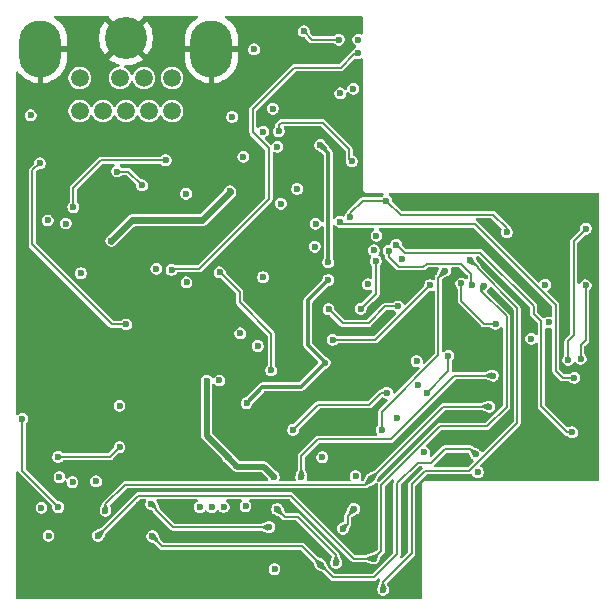
<source format=gbr>
%TF.GenerationSoftware,KiCad,Pcbnew,9.0.0*%
%TF.CreationDate,2025-11-21T18:56:48-08:00*%
%TF.ProjectId,MegaAV_CE_VA0,4d656761-4156-45f4-9345-5f5641302e6b,rev?*%
%TF.SameCoordinates,Original*%
%TF.FileFunction,Copper,L4,Bot*%
%TF.FilePolarity,Positive*%
%FSLAX46Y46*%
G04 Gerber Fmt 4.6, Leading zero omitted, Abs format (unit mm)*
G04 Created by KiCad (PCBNEW 9.0.0) date 2025-11-21 18:56:48*
%MOMM*%
%LPD*%
G01*
G04 APERTURE LIST*
%TA.AperFunction,ComponentPad*%
%ADD10C,1.508000*%
%TD*%
%TA.AperFunction,ComponentPad*%
%ADD11O,3.556000X4.826000*%
%TD*%
%TA.AperFunction,ComponentPad*%
%ADD12C,3.556000*%
%TD*%
%TA.AperFunction,ViaPad*%
%ADD13C,0.600000*%
%TD*%
%TA.AperFunction,Conductor*%
%ADD14C,0.600000*%
%TD*%
%TA.AperFunction,Conductor*%
%ADD15C,0.500000*%
%TD*%
%TA.AperFunction,Conductor*%
%ADD16C,0.200000*%
%TD*%
%TA.AperFunction,Conductor*%
%ADD17C,0.350000*%
%TD*%
G04 APERTURE END LIST*
D10*
%TO.P,CN1,1,B*%
%TO.N,/B-OUT*%
X180453000Y-99929200D03*
%TO.P,CN1,2,5V*%
%TO.N,+5V*%
X178421000Y-99929200D03*
%TO.P,CN1,3,G*%
%TO.N,/G-OUT*%
X182840600Y-99929200D03*
%TO.P,CN1,4,CVBS*%
%TO.N,/CV-OUT*%
X180884800Y-102723200D03*
%TO.P,CN1,5,SYNC*%
%TO.N,/CSync*%
X178929000Y-102723200D03*
%TO.P,CN1,6,MONO*%
%TO.N,/AUD-M*%
X175017400Y-99929200D03*
%TO.P,CN1,7,R*%
%TO.N,/R-OUT*%
X182840600Y-102723200D03*
%TO.P,CN1,8,SL*%
%TO.N,/AUD-L*%
X176973200Y-102723200D03*
%TO.P,CN1,9,SR*%
%TO.N,/AUD-R*%
X175017400Y-102723200D03*
D11*
%TO.P,CN1,S1,RTN*%
%TO.N,GND*%
X171690000Y-97440000D03*
D12*
%TO.P,CN1,S2,RTN*%
X178929000Y-96551000D03*
D11*
%TO.P,CN1,S3,RTN*%
X186168000Y-97440000D03*
%TD*%
D13*
%TO.N,+5V*%
X191510000Y-141500000D03*
X195550000Y-132025000D03*
X187742485Y-109517739D03*
X185773858Y-125547964D03*
X177691303Y-113704907D03*
X199402812Y-117399522D03*
X187537768Y-132006155D03*
X191454700Y-133700982D03*
X172375000Y-138675000D03*
X171775000Y-136300000D03*
%TO.N,/B-IN*%
X176391012Y-134075382D03*
X185193582Y-136247138D03*
%TO.N,GND*%
X177094344Y-130752519D03*
X173301516Y-119592818D03*
X181625317Y-100588160D03*
X194613953Y-129136020D03*
X202425000Y-110850000D03*
X197901106Y-125938898D03*
X194275000Y-135800000D03*
X209825000Y-130475000D03*
X214953331Y-113562060D03*
X201275000Y-138650000D03*
X196365169Y-128995877D03*
X193025000Y-141100000D03*
X201750000Y-142825000D03*
X207073590Y-116534601D03*
X170762501Y-130142693D03*
X201250000Y-136625000D03*
X193379673Y-110595193D03*
X188892261Y-110656019D03*
X193250000Y-138050000D03*
X173500000Y-138525000D03*
X173774230Y-130761461D03*
X209775000Y-126525000D03*
X212973019Y-122926510D03*
X215116769Y-118010582D03*
X189488912Y-105477346D03*
X204675000Y-110575000D03*
X200204630Y-125602951D03*
X213250000Y-120950000D03*
X206831150Y-132295475D03*
X193969937Y-95108534D03*
X205997309Y-119949388D03*
X190550000Y-137200000D03*
X199925000Y-135800000D03*
X193542948Y-97634681D03*
X177600000Y-138900000D03*
X215195558Y-127202509D03*
X202286242Y-116695378D03*
X204719468Y-118402952D03*
X198700000Y-139375000D03*
X186470026Y-105469509D03*
X214588528Y-119483156D03*
X197325000Y-142900000D03*
X176700463Y-106048485D03*
X180490139Y-110082523D03*
X209900000Y-133225000D03*
X203125000Y-141075000D03*
X180203577Y-107588219D03*
X217575000Y-129875000D03*
X180049265Y-136049265D03*
X202525000Y-138700000D03*
X199525000Y-143025000D03*
%TO.N,/PSG*%
X177190000Y-136570000D03*
X209700000Y-127750000D03*
X199675000Y-133875000D03*
%TO.N,/32X_L*%
X208538235Y-131788235D03*
X195400000Y-141130000D03*
X181160000Y-138720000D03*
%TO.N,/32X_R*%
X196725000Y-140975000D03*
X191725000Y-136425000D03*
X193775000Y-133709136D03*
X210000000Y-125125000D03*
%TO.N,/FM_R*%
X198239513Y-136415852D03*
X197300000Y-138075000D03*
%TO.N,/FM_L*%
X191050000Y-137950000D03*
X181077179Y-135989320D03*
%TO.N,/G-IN*%
X186200000Y-136258982D03*
X174407745Y-134143738D03*
%TO.N,/R-OUT*%
X172303782Y-111986404D03*
%TO.N,/G-OUT*%
X173839579Y-112247059D03*
%TO.N,/B-OUT*%
X175116940Y-116452775D03*
%TO.N,/CSync*%
X170160091Y-128789494D03*
X173198549Y-136254603D03*
X186845655Y-125535239D03*
%TO.N,/R-IN*%
X173298838Y-133716967D03*
X187198275Y-136237971D03*
%TO.N,/CD_R*%
X176560000Y-138690000D03*
X199900000Y-140610000D03*
X209216282Y-117498666D03*
%TO.N,/CD_L*%
X200700000Y-143250000D03*
X208094712Y-115366674D03*
%TO.N,/AUD-R*%
X192042578Y-110569305D03*
%TO.N,/AUD-L*%
X188871111Y-106598357D03*
%TO.N,/AUD-M*%
X193427897Y-109313773D03*
%TO.N,Net-(C3-Pad2)*%
X190092677Y-122614522D03*
X198364656Y-133631002D03*
%TO.N,Net-(U3A-+)*%
X186862097Y-116379608D03*
X191212832Y-124673509D03*
%TO.N,Net-(U3B--)*%
X201034177Y-126580443D03*
X193076435Y-129712469D03*
%TO.N,Net-(SR3-Pin_1)*%
X213250000Y-122000000D03*
X203675000Y-125950000D03*
X204685996Y-117455215D03*
X196430689Y-122091530D03*
%TO.N,Net-(SL3-Pin_1)*%
X214725000Y-120625000D03*
X200584067Y-129709743D03*
X205950000Y-116250000D03*
%TO.N,Net-(U7A--)*%
X202290000Y-115289530D03*
X198827041Y-119458126D03*
X200096273Y-115430582D03*
%TO.N,/SR*%
X201167506Y-114545190D03*
X214425000Y-117410000D03*
X208222961Y-117470685D03*
%TO.N,/SL*%
X211185045Y-112983451D03*
X200981953Y-110299000D03*
X197925000Y-111700000D03*
%TO.N,/V_REF*%
X195386982Y-105595793D03*
X191368159Y-102522355D03*
X195757520Y-124028946D03*
X189135019Y-127456707D03*
X196050000Y-115543583D03*
X196050000Y-117028337D03*
%TO.N,/HP_R*%
X189775000Y-97500000D03*
X208724265Y-133299265D03*
%TO.N,Net-(HPR_SL2-Pin_1)*%
X216695092Y-129920666D03*
X201803224Y-114038833D03*
X190546398Y-104462119D03*
%TO.N,Net-(C42-Pad1)*%
X194991770Y-112262760D03*
X199925591Y-114517131D03*
%TO.N,Net-(HPL_SL2-Pin_1)*%
X197059666Y-112096792D03*
X191749616Y-105751282D03*
X216895710Y-125307108D03*
%TO.N,/HP_L*%
X204191072Y-131620256D03*
X198175793Y-100830125D03*
%TO.N,Net-(C49-Pad2)*%
X178186032Y-107845904D03*
X180285868Y-109012400D03*
%TO.N,Net-(MD1_PU1-A)*%
X178386652Y-131177421D03*
X173192889Y-131995307D03*
X188611412Y-121543364D03*
%TO.N,Net-(U7C--)*%
X194921571Y-114204640D03*
X200137134Y-113274203D03*
%TO.N,Net-(FMR_1-C)*%
X207328986Y-117322028D03*
X196080116Y-119496794D03*
X210221193Y-120729900D03*
X190531994Y-116773797D03*
X201964981Y-119264912D03*
%TO.N,Net-(FML_2-C)*%
X201880624Y-128750269D03*
X203548650Y-123885916D03*
%TO.N,Net-(FMR_2-C)*%
X204434383Y-126558380D03*
X206226000Y-123459000D03*
%TO.N,Net-(HPL_RES2-C)*%
X198057403Y-106977201D03*
X217875000Y-112675000D03*
X191860629Y-104445152D03*
X216375000Y-123775000D03*
%TO.N,Net-(HPR_RES2-C)*%
X187922100Y-103220440D03*
X197077945Y-101227358D03*
X217425000Y-123700000D03*
X217850000Y-117475000D03*
%TO.N,Net-(C1-Pad2)*%
X170860799Y-103077144D03*
X178387143Y-127660828D03*
%TO.N,Net-(C46-Pad1)*%
X182297752Y-106885737D03*
X174472952Y-110850351D03*
%TO.N,Net-(C47-Pad1)*%
X193987863Y-95965567D03*
X196948268Y-96682714D03*
%TO.N,Net-(IC1-VREF)*%
X184055069Y-117228083D03*
X184019708Y-109713613D03*
%TO.N,Net-(IC1-COUT)*%
X198572452Y-97834544D03*
X182787931Y-116171888D03*
%TO.N,Net-(IC1-YOUT)*%
X181496020Y-116081905D03*
X198598268Y-96682714D03*
%TO.N,/REGION*%
X171641264Y-107141486D03*
X178937308Y-120790781D03*
X189053494Y-136168479D03*
%TD*%
D14*
%TO.N,+5V*%
X179424241Y-111971969D02*
X177691303Y-113704907D01*
X185380295Y-111971969D02*
X179424241Y-111971969D01*
D15*
X190575869Y-132822151D02*
X188353764Y-132822151D01*
X191454700Y-133700982D02*
X190575869Y-132822151D01*
D14*
X187742485Y-109609779D02*
X185380295Y-111971969D01*
D15*
X188353764Y-132822151D02*
X187537768Y-132006155D01*
X185773858Y-130242245D02*
X185773858Y-125547964D01*
X187537768Y-132006155D02*
X185773858Y-130242245D01*
D14*
X187742485Y-109517739D02*
X187742485Y-109609779D01*
D16*
%TO.N,/PSG*%
X177190000Y-136020000D02*
X177190000Y-136570000D01*
X199775000Y-133975000D02*
X199775000Y-133775000D01*
X178835000Y-134375000D02*
X177190000Y-136020000D01*
X199675000Y-133875000D02*
X199775000Y-133975000D01*
X199775000Y-133775000D02*
X205800000Y-127750000D01*
X205800000Y-127750000D02*
X209700000Y-127750000D01*
X199675000Y-133875000D02*
X199175000Y-134375000D01*
X199175000Y-134375000D02*
X178835000Y-134375000D01*
%TO.N,/32X_L*%
X195400000Y-141130000D02*
X196470000Y-142200000D01*
X196470000Y-142200000D02*
X199925000Y-142200000D01*
X205902097Y-131334717D02*
X208084717Y-131334717D01*
X204753521Y-132483293D02*
X205902097Y-131334717D01*
X203616707Y-132483293D02*
X204753521Y-132483293D01*
X199925000Y-142200000D02*
X201876000Y-140249000D01*
X195400000Y-141130000D02*
X193845000Y-139575000D01*
X201876000Y-140249000D02*
X201876000Y-134224000D01*
X201876000Y-134224000D02*
X203616707Y-132483293D01*
X193845000Y-139575000D02*
X182015000Y-139575000D01*
X182015000Y-139575000D02*
X181160000Y-138720000D01*
X208084717Y-131334717D02*
X208538235Y-131788235D01*
%TO.N,/32X_R*%
X201326640Y-130523361D02*
X206725000Y-125125000D01*
X193475000Y-137075000D02*
X196725000Y-140325000D01*
X195160289Y-130523361D02*
X201326640Y-130523361D01*
X196725000Y-140325000D02*
X196725000Y-140975000D01*
X192375000Y-137075000D02*
X193475000Y-137075000D01*
X193775000Y-133709136D02*
X193775000Y-131908650D01*
X191725000Y-136425000D02*
X192375000Y-137075000D01*
X193775000Y-131908650D02*
X195160289Y-130523361D01*
X206725000Y-125125000D02*
X210000000Y-125125000D01*
%TO.N,/FM_R*%
X197695000Y-136997434D02*
X197695000Y-137680000D01*
X198239513Y-136452921D02*
X197695000Y-136997434D01*
X197695000Y-137680000D02*
X197300000Y-138075000D01*
X198239513Y-136415852D02*
X198239513Y-136452921D01*
%TO.N,/FM_L*%
X181469321Y-136381462D02*
X181469321Y-136519321D01*
X182900000Y-137950000D02*
X191050000Y-137950000D01*
X181469321Y-136519321D02*
X182900000Y-137950000D01*
X181077179Y-135989320D02*
X181469321Y-136381462D01*
%TO.N,/CSync*%
X170160091Y-133216145D02*
X173198549Y-136254603D01*
X170160091Y-128789494D02*
X170160091Y-133216145D01*
%TO.N,/CD_R*%
X200550000Y-139960000D02*
X199900000Y-140610000D01*
X211150000Y-120100000D02*
X211150000Y-127775000D01*
X179975000Y-135275000D02*
X176560000Y-138690000D01*
X208996360Y-117946360D02*
X211150000Y-120100000D01*
X192900057Y-135275000D02*
X179975000Y-135275000D01*
X211150000Y-127775000D02*
X209500000Y-129425000D01*
X209500000Y-129425000D02*
X205500000Y-129425000D01*
X199900000Y-140610000D02*
X198235057Y-140610000D01*
X208996360Y-117718588D02*
X208996360Y-117946360D01*
X200550000Y-134375000D02*
X200550000Y-139960000D01*
X209216282Y-117498666D02*
X208996360Y-117718588D01*
X198235057Y-140610000D02*
X192900057Y-135275000D01*
X205500000Y-129425000D02*
X200550000Y-134375000D01*
%TO.N,/CD_L*%
X208700000Y-115953308D02*
X208700000Y-116050000D01*
X208113366Y-115366674D02*
X208700000Y-115953308D01*
X208094712Y-115366674D02*
X208113366Y-115366674D01*
X212050000Y-129125000D02*
X208000000Y-133175000D01*
X204250000Y-133175000D02*
X203125000Y-134300000D01*
X200700000Y-142600000D02*
X200700000Y-143250000D01*
X203125000Y-140175000D02*
X200700000Y-142600000D01*
X203125000Y-134300000D02*
X203125000Y-140175000D01*
X212050000Y-119400000D02*
X212050000Y-129125000D01*
X208700000Y-116050000D02*
X212050000Y-119400000D01*
X208000000Y-133175000D02*
X204250000Y-133175000D01*
%TO.N,Net-(U3A-+)*%
X191212832Y-121579520D02*
X191212832Y-124673509D01*
X186862097Y-116379608D02*
X188558228Y-118075739D01*
X188558228Y-118924916D02*
X191212832Y-121579520D01*
X188558228Y-118075739D02*
X188558228Y-118924916D01*
%TO.N,Net-(U3B--)*%
X195183935Y-127604969D02*
X193076435Y-129712469D01*
X200520493Y-126580443D02*
X199495967Y-127604969D01*
X201034177Y-126580443D02*
X200520493Y-126580443D01*
X199495967Y-127604969D02*
X195183935Y-127604969D01*
%TO.N,Net-(SR3-Pin_1)*%
X196430689Y-122091530D02*
X200049682Y-122091530D01*
X200049682Y-122091530D02*
X204685996Y-117455215D01*
%TO.N,Net-(SL3-Pin_1)*%
X205375000Y-116825000D02*
X205950000Y-116250000D01*
X200591462Y-128183538D02*
X205375000Y-123400000D01*
X200591462Y-129702348D02*
X200591462Y-128183538D01*
X200584067Y-129709743D02*
X200591462Y-129702348D01*
X205375000Y-123400000D02*
X205375000Y-116825000D01*
%TO.N,Net-(U7A--)*%
X198827041Y-119458126D02*
X200096273Y-118188894D01*
X200096273Y-118188894D02*
X200096273Y-115430582D01*
%TO.N,/SR*%
X204101267Y-115921881D02*
X204374148Y-115649000D01*
X201167506Y-114545190D02*
X201165231Y-114547465D01*
X208169599Y-117417323D02*
X208222961Y-117470685D01*
X208169599Y-116524547D02*
X208169599Y-117417323D01*
X204374148Y-115649000D02*
X207294052Y-115649000D01*
X202028409Y-115921881D02*
X204101267Y-115921881D01*
X201165231Y-115058703D02*
X202028409Y-115921881D01*
X201165231Y-114547465D02*
X201165231Y-115058703D01*
X207294052Y-115649000D02*
X208169599Y-116524547D01*
%TO.N,/SL*%
X199014400Y-110299000D02*
X197925000Y-111388400D01*
X210025000Y-111500000D02*
X202182953Y-111500000D01*
X211185045Y-112660045D02*
X210025000Y-111500000D01*
X197925000Y-111388400D02*
X197925000Y-111700000D01*
X200981953Y-110299000D02*
X199014400Y-110299000D01*
X211185045Y-112983451D02*
X211185045Y-112660045D01*
X202182953Y-111500000D02*
X200981953Y-110299000D01*
D17*
%TO.N,/V_REF*%
X196050000Y-106250000D02*
X195874090Y-106074090D01*
D16*
X195757520Y-124028946D02*
X195757520Y-123985474D01*
D17*
X196050000Y-115543583D02*
X196050000Y-106250000D01*
X193712466Y-126074000D02*
X195757520Y-124028946D01*
X190476000Y-126074000D02*
X193712466Y-126074000D01*
X189135019Y-127456707D02*
X189135019Y-127414981D01*
X194332528Y-118745809D02*
X196050000Y-117028337D01*
X194332528Y-122560482D02*
X194332528Y-118745809D01*
X195874090Y-106074090D02*
X195865279Y-106074090D01*
X189135019Y-127414981D02*
X190476000Y-126074000D01*
X195757520Y-123985474D02*
X194332528Y-122560482D01*
X196050000Y-115543583D02*
X196050000Y-115425000D01*
X195865279Y-106074090D02*
X195386982Y-105595793D01*
D16*
%TO.N,Net-(HPR_SL2-Pin_1)*%
X214101000Y-127726000D02*
X216295666Y-129920666D01*
X213450000Y-119875000D02*
X214101000Y-120526000D01*
X208901000Y-114701000D02*
X213450000Y-119250000D01*
X202526000Y-114701000D02*
X208901000Y-114701000D01*
X201830895Y-114005895D02*
X202526000Y-114701000D01*
X201803224Y-114038833D02*
X201810608Y-114031449D01*
X201826765Y-114005895D02*
X201830895Y-114005895D01*
X214101000Y-120526000D02*
X214101000Y-127726000D01*
X216295666Y-129920666D02*
X216695092Y-129920666D01*
X201810608Y-114031449D02*
X201810608Y-114022052D01*
X201810608Y-114022052D02*
X201826765Y-114005895D01*
X213450000Y-119250000D02*
X213450000Y-119875000D01*
%TO.N,Net-(HPL_SL2-Pin_1)*%
X197265184Y-112302310D02*
X208452310Y-112302310D01*
X208452310Y-112302310D02*
X215325000Y-119175000D01*
X215932108Y-125307108D02*
X216895710Y-125307108D01*
X215325000Y-124700000D02*
X215932108Y-125307108D01*
X215325000Y-119175000D02*
X215325000Y-124700000D01*
X197059666Y-112096792D02*
X197265184Y-112302310D01*
%TO.N,Net-(C49-Pad2)*%
X179119372Y-107845904D02*
X178186032Y-107845904D01*
X180285868Y-109012400D02*
X179119372Y-107845904D01*
%TO.N,Net-(MD1_PU1-A)*%
X177568766Y-131995307D02*
X173192889Y-131995307D01*
X178386652Y-131177421D02*
X177568766Y-131995307D01*
%TO.N,Net-(FMR_1-C)*%
X209234703Y-120729900D02*
X207328986Y-118824183D01*
X207328986Y-118824183D02*
X207328986Y-117322028D01*
X200898331Y-119264912D02*
X199464166Y-120699077D01*
X210221193Y-120729900D02*
X209234703Y-120729900D01*
X199464166Y-120699077D02*
X197282399Y-120699077D01*
X197282399Y-120699077D02*
X196080116Y-119496794D01*
X201964981Y-119264912D02*
X200898331Y-119264912D01*
%TO.N,Net-(FMR_2-C)*%
X204434383Y-126558380D02*
X206226000Y-124766763D01*
X206226000Y-124766763D02*
X206226000Y-123459000D01*
%TO.N,Net-(HPL_RES2-C)*%
X216350000Y-123750000D02*
X216350000Y-122225000D01*
X197825000Y-105950000D02*
X197825000Y-106744798D01*
X192057733Y-103700000D02*
X195575000Y-103700000D01*
X216350000Y-122225000D02*
X216850000Y-121725000D01*
X195575000Y-103700000D02*
X197825000Y-105950000D01*
X216375000Y-123775000D02*
X216350000Y-123750000D01*
X216850000Y-121725000D02*
X216850000Y-113700000D01*
X191860629Y-103897104D02*
X192057733Y-103700000D01*
X197825000Y-106744798D02*
X198057403Y-106977201D01*
X191860629Y-104445152D02*
X191860629Y-103897104D01*
X216850000Y-113700000D02*
X217875000Y-112675000D01*
%TO.N,Net-(HPR_RES2-C)*%
X217425000Y-123700000D02*
X217425000Y-122500000D01*
X217425000Y-122500000D02*
X217850000Y-122075000D01*
X217850000Y-122075000D02*
X217850000Y-117475000D01*
%TO.N,Net-(C46-Pad1)*%
X176798716Y-106891324D02*
X174472952Y-109217088D01*
X174472952Y-109217088D02*
X174472952Y-110850351D01*
X182297752Y-106885737D02*
X182292165Y-106891324D01*
X182292165Y-106891324D02*
X176798716Y-106891324D01*
%TO.N,Net-(C47-Pad1)*%
X194705010Y-96682714D02*
X193987863Y-95965567D01*
X196948268Y-96682714D02*
X194705010Y-96682714D01*
%TO.N,Net-(IC1-COUT)*%
X189677279Y-104529756D02*
X191037996Y-105890473D01*
X191037996Y-110174879D02*
X185150171Y-116062704D01*
X191037996Y-105890473D02*
X191037996Y-110174879D01*
X198257452Y-97878979D02*
X197095469Y-99040962D01*
X198572452Y-97834544D02*
X198528017Y-97878979D01*
X198528017Y-97878979D02*
X198257452Y-97878979D01*
X185150171Y-116062704D02*
X182902057Y-116062704D01*
X197095469Y-99040962D02*
X193196384Y-99040962D01*
X193196384Y-99040962D02*
X189677279Y-102560067D01*
X182902057Y-116062704D02*
X182792873Y-116171888D01*
X182792873Y-116171888D02*
X182787931Y-116171888D01*
X189677279Y-102560067D02*
X189677279Y-104529756D01*
%TO.N,/REGION*%
X171007611Y-107745245D02*
X171618548Y-107134308D01*
X171007611Y-113982618D02*
X171007611Y-107745245D01*
X171618548Y-107134308D02*
X171625726Y-107141486D01*
X177759436Y-120790781D02*
X170979442Y-114010787D01*
X171625726Y-107141486D02*
X171641264Y-107141486D01*
X170979442Y-114010787D02*
X171007611Y-113982618D01*
X178937308Y-120790781D02*
X177759436Y-120790781D01*
%TD*%
%TA.AperFunction,Conductor*%
%TO.N,/CD_L*%
G36*
X200800070Y-142659191D02*
G01*
X200802796Y-142663476D01*
X200989608Y-143178709D01*
X200989207Y-143187655D01*
X200982597Y-143193696D01*
X200980929Y-143194165D01*
X200702320Y-143250530D01*
X200697680Y-143250530D01*
X200419070Y-143194165D01*
X200411641Y-143189165D01*
X200409922Y-143180377D01*
X200410387Y-143178720D01*
X200597204Y-142663476D01*
X200603245Y-142656866D01*
X200608203Y-142655764D01*
X200791797Y-142655764D01*
X200800070Y-142659191D01*
G37*
%TD.AperFunction*%
%TD*%
%TA.AperFunction,Conductor*%
%TO.N,/32X_L*%
G36*
X181414344Y-138564116D02*
G01*
X181415193Y-138565626D01*
X181487080Y-138719293D01*
X181606791Y-138975193D01*
X181647422Y-139062046D01*
X181647823Y-139070992D01*
X181645097Y-139075277D01*
X181515277Y-139205097D01*
X181507004Y-139208524D01*
X181502047Y-139207422D01*
X181351428Y-139136961D01*
X181005626Y-138975193D01*
X180999585Y-138968583D01*
X180999986Y-138959637D01*
X181000835Y-138958127D01*
X181157985Y-138721263D01*
X181161263Y-138717985D01*
X181398127Y-138560834D01*
X181406915Y-138559116D01*
X181414344Y-138564116D01*
G37*
%TD.AperFunction*%
%TD*%
%TA.AperFunction,Conductor*%
%TO.N,/32X_R*%
G36*
X209937655Y-124835792D02*
G01*
X209943696Y-124842402D01*
X209944165Y-124844070D01*
X210000530Y-125122680D01*
X210000530Y-125127320D01*
X209944165Y-125405929D01*
X209939165Y-125413358D01*
X209930377Y-125415077D01*
X209928709Y-125414608D01*
X209413476Y-125227796D01*
X209406866Y-125221755D01*
X209405764Y-125216797D01*
X209405764Y-125033202D01*
X209409191Y-125024929D01*
X209413473Y-125022204D01*
X209928711Y-124835391D01*
X209937655Y-124835792D01*
G37*
%TD.AperFunction*%
%TD*%
%TA.AperFunction,Conductor*%
%TO.N,/32X_L*%
G36*
X208196184Y-131300811D02*
G01*
X208506948Y-131446188D01*
X208692608Y-131533041D01*
X208698649Y-131539651D01*
X208698248Y-131548597D01*
X208697399Y-131550107D01*
X208540250Y-131786969D01*
X208536969Y-131790250D01*
X208300107Y-131947399D01*
X208291319Y-131949118D01*
X208283890Y-131944118D01*
X208283041Y-131942608D01*
X208210232Y-131786969D01*
X208050811Y-131446186D01*
X208050411Y-131437242D01*
X208053135Y-131432959D01*
X208182958Y-131303136D01*
X208191230Y-131299710D01*
X208196184Y-131300811D01*
G37*
%TD.AperFunction*%
%TD*%
%TA.AperFunction,Conductor*%
%TO.N,/PSG*%
G36*
X177159115Y-135927718D02*
G01*
X177162742Y-135930183D01*
X177290397Y-136057838D01*
X177292877Y-136061500D01*
X177435611Y-136394397D01*
X177435722Y-136403352D01*
X177431364Y-136408732D01*
X177195817Y-136566341D01*
X177187036Y-136568094D01*
X177182780Y-136566324D01*
X176948627Y-136408758D01*
X176943676Y-136401296D01*
X176944421Y-136394405D01*
X177089372Y-136059431D01*
X177143732Y-135933808D01*
X177150162Y-135927578D01*
X177159115Y-135927718D01*
G37*
%TD.AperFunction*%
%TD*%
%TA.AperFunction,Conductor*%
%TO.N,Net-(SL3-Pin_1)*%
G36*
X205710362Y-116089986D02*
G01*
X205711872Y-116090835D01*
X205948734Y-116247984D01*
X205952015Y-116251265D01*
X206109164Y-116488127D01*
X206110883Y-116496915D01*
X206105883Y-116504344D01*
X206104373Y-116505193D01*
X205607953Y-116737422D01*
X205599007Y-116737823D01*
X205594722Y-116735097D01*
X205464902Y-116605277D01*
X205461475Y-116597004D01*
X205462575Y-116592051D01*
X205694806Y-116095625D01*
X205701416Y-116089585D01*
X205710362Y-116089986D01*
G37*
%TD.AperFunction*%
%TD*%
%TA.AperFunction,Conductor*%
%TO.N,/PSG*%
G36*
X209637655Y-127460792D02*
G01*
X209643696Y-127467402D01*
X209644165Y-127469070D01*
X209700530Y-127747680D01*
X209700530Y-127752320D01*
X209644165Y-128030929D01*
X209639165Y-128038358D01*
X209630377Y-128040077D01*
X209628709Y-128039608D01*
X209113476Y-127852796D01*
X209106866Y-127846755D01*
X209105764Y-127841797D01*
X209105764Y-127658202D01*
X209109191Y-127649929D01*
X209113473Y-127647204D01*
X209628711Y-127460391D01*
X209637655Y-127460792D01*
G37*
%TD.AperFunction*%
%TD*%
%TA.AperFunction,Conductor*%
%TO.N,/32X_R*%
G36*
X193875070Y-133118327D02*
G01*
X193877796Y-133122612D01*
X194064608Y-133637845D01*
X194064207Y-133646791D01*
X194057597Y-133652832D01*
X194055929Y-133653301D01*
X193777320Y-133709666D01*
X193772680Y-133709666D01*
X193494070Y-133653301D01*
X193486641Y-133648301D01*
X193484922Y-133639513D01*
X193485387Y-133637856D01*
X193672204Y-133122612D01*
X193678245Y-133116002D01*
X193683203Y-133114900D01*
X193866797Y-133114900D01*
X193875070Y-133118327D01*
G37*
%TD.AperFunction*%
%TD*%
%TA.AperFunction,Conductor*%
%TO.N,/CD_L*%
G36*
X208349304Y-115210625D02*
G01*
X208350041Y-115211904D01*
X208591213Y-115699298D01*
X208591811Y-115708233D01*
X208589000Y-115712760D01*
X208459184Y-115842576D01*
X208450911Y-115846003D01*
X208446183Y-115845005D01*
X208094652Y-115689715D01*
X207940732Y-115621721D01*
X207934550Y-115615245D01*
X207934759Y-115606292D01*
X207935709Y-115604557D01*
X208092697Y-115367937D01*
X208095975Y-115364659D01*
X208333088Y-115207343D01*
X208341875Y-115205625D01*
X208349304Y-115210625D01*
G37*
%TD.AperFunction*%
%TD*%
%TA.AperFunction,Conductor*%
%TO.N,/FM_L*%
G36*
X190987655Y-137660792D02*
G01*
X190993696Y-137667402D01*
X190994165Y-137669070D01*
X191050530Y-137947680D01*
X191050530Y-137952320D01*
X190994165Y-138230929D01*
X190989165Y-138238358D01*
X190980377Y-138240077D01*
X190978709Y-138239608D01*
X190463476Y-138052796D01*
X190456866Y-138046755D01*
X190455764Y-138041797D01*
X190455764Y-137858202D01*
X190459191Y-137849929D01*
X190463473Y-137847204D01*
X190978711Y-137660391D01*
X190987655Y-137660792D01*
G37*
%TD.AperFunction*%
%TD*%
%TA.AperFunction,Conductor*%
%TO.N,GND*%
G36*
X177381026Y-94635886D02*
G01*
X177448050Y-94655615D01*
X177493770Y-94708450D01*
X177504676Y-94767994D01*
X177504360Y-94772806D01*
X178224556Y-95493002D01*
X178101651Y-95582298D01*
X177960298Y-95723651D01*
X177871002Y-95846556D01*
X177150807Y-95126361D01*
X177150806Y-95126361D01*
X177030851Y-95282690D01*
X176881541Y-95541301D01*
X176881534Y-95541315D01*
X176767267Y-95817182D01*
X176689976Y-96105634D01*
X176651001Y-96401681D01*
X176651000Y-96401698D01*
X176651000Y-96700301D01*
X176651001Y-96700318D01*
X176689976Y-96996365D01*
X176767267Y-97284817D01*
X176881534Y-97560684D01*
X176881541Y-97560698D01*
X177030844Y-97819298D01*
X177030849Y-97819305D01*
X177150807Y-97975637D01*
X177871001Y-97255443D01*
X177960298Y-97378349D01*
X178101651Y-97519702D01*
X178224555Y-97608997D01*
X177504361Y-98329191D01*
X177660694Y-98449150D01*
X177660701Y-98449155D01*
X177919301Y-98598458D01*
X177919315Y-98598465D01*
X178195182Y-98712732D01*
X178298778Y-98740491D01*
X178358438Y-98776856D01*
X178388967Y-98839703D01*
X178380672Y-98909079D01*
X178336187Y-98962957D01*
X178290875Y-98981883D01*
X178142590Y-99011379D01*
X178142578Y-99011382D01*
X177968881Y-99083329D01*
X177968868Y-99083336D01*
X177812542Y-99187791D01*
X177812538Y-99187794D01*
X177679594Y-99320738D01*
X177679591Y-99320742D01*
X177575136Y-99477068D01*
X177575129Y-99477081D01*
X177503182Y-99650778D01*
X177503179Y-99650790D01*
X177466500Y-99835185D01*
X177466500Y-100023214D01*
X177503179Y-100207609D01*
X177503182Y-100207621D01*
X177575129Y-100381318D01*
X177575136Y-100381331D01*
X177679591Y-100537657D01*
X177679594Y-100537661D01*
X177812538Y-100670605D01*
X177812542Y-100670608D01*
X177968868Y-100775063D01*
X177968881Y-100775070D01*
X178142578Y-100847017D01*
X178142583Y-100847019D01*
X178326985Y-100883699D01*
X178326988Y-100883700D01*
X178326990Y-100883700D01*
X178515012Y-100883700D01*
X178515013Y-100883699D01*
X178699417Y-100847019D01*
X178873125Y-100775067D01*
X179029458Y-100670608D01*
X179162408Y-100537658D01*
X179266867Y-100381325D01*
X179322439Y-100247162D01*
X179366280Y-100192758D01*
X179432574Y-100170693D01*
X179500273Y-100187972D01*
X179547884Y-100239109D01*
X179551561Y-100247162D01*
X179607129Y-100381318D01*
X179607136Y-100381331D01*
X179711591Y-100537657D01*
X179711594Y-100537661D01*
X179844538Y-100670605D01*
X179844542Y-100670608D01*
X180000868Y-100775063D01*
X180000881Y-100775070D01*
X180174578Y-100847017D01*
X180174583Y-100847019D01*
X180358985Y-100883699D01*
X180358988Y-100883700D01*
X180358990Y-100883700D01*
X180547012Y-100883700D01*
X180547013Y-100883699D01*
X180731417Y-100847019D01*
X180905125Y-100775067D01*
X181061458Y-100670608D01*
X181194408Y-100537658D01*
X181298867Y-100381325D01*
X181370819Y-100207617D01*
X181407500Y-100023210D01*
X181407500Y-99835190D01*
X181407500Y-99835187D01*
X181407499Y-99835185D01*
X181886100Y-99835185D01*
X181886100Y-100023214D01*
X181922779Y-100207609D01*
X181922782Y-100207621D01*
X181994729Y-100381318D01*
X181994736Y-100381331D01*
X182099191Y-100537657D01*
X182099194Y-100537661D01*
X182232138Y-100670605D01*
X182232142Y-100670608D01*
X182388468Y-100775063D01*
X182388481Y-100775070D01*
X182562178Y-100847017D01*
X182562183Y-100847019D01*
X182746585Y-100883699D01*
X182746588Y-100883700D01*
X182746590Y-100883700D01*
X182934612Y-100883700D01*
X182934613Y-100883699D01*
X183119017Y-100847019D01*
X183292725Y-100775067D01*
X183449058Y-100670608D01*
X183582008Y-100537658D01*
X183686467Y-100381325D01*
X183758419Y-100207617D01*
X183795100Y-100023210D01*
X183795100Y-99835190D01*
X183795100Y-99835187D01*
X183795099Y-99835185D01*
X183758420Y-99650790D01*
X183758419Y-99650783D01*
X183729187Y-99580211D01*
X183686470Y-99477081D01*
X183686463Y-99477068D01*
X183582008Y-99320742D01*
X183582005Y-99320738D01*
X183449061Y-99187794D01*
X183449057Y-99187791D01*
X183292731Y-99083336D01*
X183292718Y-99083329D01*
X183119021Y-99011382D01*
X183119009Y-99011379D01*
X182934613Y-98974700D01*
X182934610Y-98974700D01*
X182746590Y-98974700D01*
X182746587Y-98974700D01*
X182562190Y-99011379D01*
X182562178Y-99011382D01*
X182388481Y-99083329D01*
X182388468Y-99083336D01*
X182232142Y-99187791D01*
X182232138Y-99187794D01*
X182099194Y-99320738D01*
X182099191Y-99320742D01*
X181994736Y-99477068D01*
X181994729Y-99477081D01*
X181922782Y-99650778D01*
X181922779Y-99650790D01*
X181886100Y-99835185D01*
X181407499Y-99835185D01*
X181370820Y-99650790D01*
X181370819Y-99650783D01*
X181341587Y-99580211D01*
X181298870Y-99477081D01*
X181298863Y-99477068D01*
X181194408Y-99320742D01*
X181194405Y-99320738D01*
X181061461Y-99187794D01*
X181061457Y-99187791D01*
X180905131Y-99083336D01*
X180905118Y-99083329D01*
X180731421Y-99011382D01*
X180731409Y-99011379D01*
X180547013Y-98974700D01*
X180547010Y-98974700D01*
X180358990Y-98974700D01*
X180358987Y-98974700D01*
X180174590Y-99011379D01*
X180174578Y-99011382D01*
X180000881Y-99083329D01*
X180000868Y-99083336D01*
X179844542Y-99187791D01*
X179844538Y-99187794D01*
X179711594Y-99320738D01*
X179711591Y-99320742D01*
X179607136Y-99477068D01*
X179607131Y-99477077D01*
X179551561Y-99611238D01*
X179507720Y-99665641D01*
X179441426Y-99687706D01*
X179373727Y-99670427D01*
X179326116Y-99619290D01*
X179322439Y-99611238D01*
X179266868Y-99477077D01*
X179266863Y-99477068D01*
X179162408Y-99320742D01*
X179162405Y-99320738D01*
X179029461Y-99187794D01*
X179029457Y-99187791D01*
X178873131Y-99083336D01*
X178873118Y-99083329D01*
X178835049Y-99067561D01*
X178780645Y-99023720D01*
X178758580Y-98957426D01*
X178775859Y-98889727D01*
X178826996Y-98842116D01*
X178882501Y-98829000D01*
X179078301Y-98829000D01*
X179078318Y-98828998D01*
X179374365Y-98790023D01*
X179662817Y-98712732D01*
X179938684Y-98598465D01*
X179938698Y-98598458D01*
X180197298Y-98449155D01*
X180197315Y-98449144D01*
X180353637Y-98329192D01*
X180353637Y-98329190D01*
X179633443Y-97608997D01*
X179756349Y-97519702D01*
X179897702Y-97378349D01*
X179986997Y-97255444D01*
X180707190Y-97975637D01*
X180707192Y-97975637D01*
X180827144Y-97819315D01*
X180827155Y-97819298D01*
X180963656Y-97582872D01*
X181052272Y-97377668D01*
X181090733Y-97284814D01*
X181168023Y-96996365D01*
X181206998Y-96700318D01*
X181207000Y-96700301D01*
X181207000Y-96401698D01*
X181206998Y-96401681D01*
X181168023Y-96105634D01*
X181090732Y-95817182D01*
X180976465Y-95541315D01*
X180976458Y-95541301D01*
X180827155Y-95282701D01*
X180827150Y-95282694D01*
X180707191Y-95126361D01*
X179986997Y-95846555D01*
X179897702Y-95723651D01*
X179756349Y-95582298D01*
X179633443Y-95493002D01*
X180353638Y-94772807D01*
X180353458Y-94770061D01*
X180368715Y-94701877D01*
X180418413Y-94652767D01*
X180477271Y-94637950D01*
X184897646Y-94640897D01*
X184964670Y-94660626D01*
X185010390Y-94713461D01*
X185020287Y-94782626D01*
X184991220Y-94846162D01*
X184959561Y-94872284D01*
X184899702Y-94906843D01*
X184899686Y-94906854D01*
X184662788Y-95088632D01*
X184662781Y-95088638D01*
X184451638Y-95299781D01*
X184451632Y-95299788D01*
X184269854Y-95536686D01*
X184269844Y-95536701D01*
X184120541Y-95795301D01*
X184120534Y-95795315D01*
X184006267Y-96071182D01*
X183928976Y-96359634D01*
X183890001Y-96655681D01*
X183890000Y-96655698D01*
X183890000Y-97190000D01*
X184898000Y-97190000D01*
X184898000Y-97690000D01*
X183890000Y-97690000D01*
X183890000Y-98224301D01*
X183890001Y-98224318D01*
X183928976Y-98520365D01*
X184006267Y-98808817D01*
X184120534Y-99084684D01*
X184120541Y-99084698D01*
X184269844Y-99343298D01*
X184269854Y-99343313D01*
X184451632Y-99580211D01*
X184451638Y-99580218D01*
X184662781Y-99791361D01*
X184662788Y-99791367D01*
X184899686Y-99973145D01*
X184899701Y-99973155D01*
X185158301Y-100122458D01*
X185158315Y-100122465D01*
X185434182Y-100236732D01*
X185722634Y-100314023D01*
X185918000Y-100339742D01*
X185918000Y-99321234D01*
X186068049Y-99345000D01*
X186267951Y-99345000D01*
X186418000Y-99321234D01*
X186418000Y-100339741D01*
X186613365Y-100314023D01*
X186901817Y-100236732D01*
X187177684Y-100122465D01*
X187177698Y-100122458D01*
X187436298Y-99973155D01*
X187436313Y-99973145D01*
X187673211Y-99791367D01*
X187673218Y-99791361D01*
X187884361Y-99580218D01*
X187884367Y-99580211D01*
X188066145Y-99343313D01*
X188066155Y-99343298D01*
X188215458Y-99084698D01*
X188215465Y-99084684D01*
X188329732Y-98808817D01*
X188407023Y-98520365D01*
X188445998Y-98224318D01*
X188446000Y-98224301D01*
X188446000Y-97690000D01*
X187438000Y-97690000D01*
X187438000Y-97434108D01*
X189274500Y-97434108D01*
X189274500Y-97565892D01*
X189291554Y-97629539D01*
X189308608Y-97693187D01*
X189328682Y-97727955D01*
X189374500Y-97807314D01*
X189467686Y-97900500D01*
X189581814Y-97966392D01*
X189709108Y-98000500D01*
X189709110Y-98000500D01*
X189840890Y-98000500D01*
X189840892Y-98000500D01*
X189968186Y-97966392D01*
X190082314Y-97900500D01*
X190175500Y-97807314D01*
X190241392Y-97693186D01*
X190275500Y-97565892D01*
X190275500Y-97434108D01*
X190241392Y-97306814D01*
X190175500Y-97192686D01*
X190082314Y-97099500D01*
X190025250Y-97066554D01*
X189968187Y-97033608D01*
X189853577Y-97002899D01*
X189840892Y-96999500D01*
X189709108Y-96999500D01*
X189581812Y-97033608D01*
X189467686Y-97099500D01*
X189467683Y-97099502D01*
X189374502Y-97192683D01*
X189374500Y-97192686D01*
X189308608Y-97306812D01*
X189289623Y-97377668D01*
X189274500Y-97434108D01*
X187438000Y-97434108D01*
X187438000Y-97190000D01*
X188446000Y-97190000D01*
X188446000Y-96655698D01*
X188445998Y-96655681D01*
X188407023Y-96359634D01*
X188329733Y-96071185D01*
X188274981Y-95939001D01*
X188274980Y-95938999D01*
X188258692Y-95899675D01*
X193487363Y-95899675D01*
X193487363Y-96031459D01*
X193499677Y-96077415D01*
X193521471Y-96158754D01*
X193535016Y-96182214D01*
X193587363Y-96272881D01*
X193680549Y-96366067D01*
X193794677Y-96431959D01*
X193921971Y-96466067D01*
X193921973Y-96466067D01*
X194012030Y-96466067D01*
X194079069Y-96485752D01*
X194099711Y-96502386D01*
X194464550Y-96867225D01*
X194520499Y-96923174D01*
X194520501Y-96923175D01*
X194520505Y-96923178D01*
X194589014Y-96962731D01*
X194589021Y-96962735D01*
X194665448Y-96983214D01*
X196489592Y-96983214D01*
X196556631Y-97002899D01*
X196577273Y-97019533D01*
X196640954Y-97083214D01*
X196755082Y-97149106D01*
X196882376Y-97183214D01*
X196882378Y-97183214D01*
X197014158Y-97183214D01*
X197014160Y-97183214D01*
X197141454Y-97149106D01*
X197255582Y-97083214D01*
X197348768Y-96990028D01*
X197414660Y-96875900D01*
X197448768Y-96748606D01*
X197448768Y-96616822D01*
X197414660Y-96489528D01*
X197348768Y-96375400D01*
X197255582Y-96282214D01*
X197198518Y-96249268D01*
X197141455Y-96216322D01*
X197071007Y-96197446D01*
X197014160Y-96182214D01*
X196882376Y-96182214D01*
X196755080Y-96216322D01*
X196640954Y-96282214D01*
X196640951Y-96282216D01*
X196577273Y-96345895D01*
X196515950Y-96379380D01*
X196489592Y-96382214D01*
X194880843Y-96382214D01*
X194813804Y-96362529D01*
X194793162Y-96345895D01*
X194524682Y-96077415D01*
X194491197Y-96016092D01*
X194488363Y-95989734D01*
X194488363Y-95899677D01*
X194488363Y-95899675D01*
X194454255Y-95772381D01*
X194388363Y-95658253D01*
X194295177Y-95565067D01*
X194238113Y-95532121D01*
X194181050Y-95499175D01*
X194117402Y-95482121D01*
X194053755Y-95465067D01*
X193921971Y-95465067D01*
X193794675Y-95499175D01*
X193680549Y-95565067D01*
X193680546Y-95565069D01*
X193587365Y-95658250D01*
X193587363Y-95658253D01*
X193521471Y-95772379D01*
X193491195Y-95885375D01*
X193487363Y-95899675D01*
X188258692Y-95899675D01*
X188215465Y-95795315D01*
X188215458Y-95795301D01*
X188066155Y-95536701D01*
X188066145Y-95536686D01*
X187884367Y-95299788D01*
X187884361Y-95299781D01*
X187673218Y-95088638D01*
X187673211Y-95088632D01*
X187436313Y-94906854D01*
X187436298Y-94906844D01*
X187379376Y-94873980D01*
X187331160Y-94823413D01*
X187317937Y-94754806D01*
X187343905Y-94689941D01*
X187400820Y-94649413D01*
X187441455Y-94642593D01*
X198875866Y-94650216D01*
X198942891Y-94669945D01*
X198988611Y-94722780D01*
X198999782Y-94774133D01*
X199000680Y-96122261D01*
X198981040Y-96189314D01*
X198928267Y-96235104D01*
X198859115Y-96245094D01*
X198814680Y-96229731D01*
X198791457Y-96216323D01*
X198791454Y-96216322D01*
X198664160Y-96182214D01*
X198532376Y-96182214D01*
X198405080Y-96216322D01*
X198290954Y-96282214D01*
X198290951Y-96282216D01*
X198197770Y-96375397D01*
X198197768Y-96375400D01*
X198131876Y-96489526D01*
X198097768Y-96616822D01*
X198097768Y-96748605D01*
X198131876Y-96875901D01*
X198159170Y-96923174D01*
X198197768Y-96990028D01*
X198290954Y-97083214D01*
X198319166Y-97099502D01*
X198397447Y-97144698D01*
X198445663Y-97195265D01*
X198458885Y-97263872D01*
X198432917Y-97328737D01*
X198386296Y-97364073D01*
X198386305Y-97364088D01*
X198386185Y-97364156D01*
X198382903Y-97366645D01*
X198379268Y-97368150D01*
X198265138Y-97434044D01*
X198265135Y-97434046D01*
X198171954Y-97527227D01*
X198171952Y-97527230D01*
X198141689Y-97579645D01*
X198130353Y-97590980D01*
X198124052Y-97603206D01*
X198096310Y-97625025D01*
X198078542Y-97635285D01*
X198078540Y-97635286D01*
X198072939Y-97638520D01*
X198072938Y-97638520D01*
X197007317Y-98704143D01*
X196945994Y-98737628D01*
X196919636Y-98740462D01*
X193156822Y-98740462D01*
X193118608Y-98750701D01*
X193080393Y-98760941D01*
X193080388Y-98760944D01*
X193011879Y-98800497D01*
X193011871Y-98800503D01*
X189436820Y-102375554D01*
X189436814Y-102375562D01*
X189397261Y-102444071D01*
X189397258Y-102444076D01*
X189383605Y-102495029D01*
X189376779Y-102520505D01*
X189376779Y-104569318D01*
X189390431Y-104620269D01*
X189397258Y-104645746D01*
X189397259Y-104645747D01*
X189415494Y-104677331D01*
X189436819Y-104714267D01*
X189436821Y-104714269D01*
X190701177Y-105978625D01*
X190734662Y-106039948D01*
X190737496Y-106066306D01*
X190737496Y-109999046D01*
X190717811Y-110066085D01*
X190701177Y-110086727D01*
X185062019Y-115725885D01*
X185000696Y-115759370D01*
X184974338Y-115762204D01*
X183112563Y-115762204D01*
X183050563Y-115745591D01*
X183037238Y-115737898D01*
X182981117Y-115705496D01*
X182853823Y-115671388D01*
X182722039Y-115671388D01*
X182594743Y-115705496D01*
X182480617Y-115771388D01*
X182480614Y-115771390D01*
X182387433Y-115864571D01*
X182387431Y-115864574D01*
X182321539Y-115978700D01*
X182287431Y-116105996D01*
X182287431Y-116237779D01*
X182321539Y-116365075D01*
X182354229Y-116421694D01*
X182387431Y-116479202D01*
X182480617Y-116572388D01*
X182594745Y-116638280D01*
X182722039Y-116672388D01*
X182722041Y-116672388D01*
X182853821Y-116672388D01*
X182853823Y-116672388D01*
X182981117Y-116638280D01*
X183095245Y-116572388D01*
X183188431Y-116479202D01*
X183219607Y-116425204D01*
X183270174Y-116376988D01*
X183326994Y-116363204D01*
X185189731Y-116363204D01*
X185189733Y-116363204D01*
X185266160Y-116342725D01*
X185316405Y-116313716D01*
X186361597Y-116313716D01*
X186361597Y-116445500D01*
X186369033Y-116473250D01*
X186395705Y-116572795D01*
X186418744Y-116612699D01*
X186461597Y-116686922D01*
X186554783Y-116780108D01*
X186668911Y-116846000D01*
X186796205Y-116880108D01*
X186796207Y-116880108D01*
X186886264Y-116880108D01*
X186953303Y-116899793D01*
X186973945Y-116916427D01*
X188221409Y-118163891D01*
X188254894Y-118225214D01*
X188257728Y-118251572D01*
X188257728Y-118964478D01*
X188269803Y-119009540D01*
X188278207Y-119040906D01*
X188287861Y-119057626D01*
X188301010Y-119080401D01*
X188301011Y-119080402D01*
X188317767Y-119109426D01*
X190876013Y-121667672D01*
X190909498Y-121728995D01*
X190912332Y-121755353D01*
X190912332Y-124214832D01*
X190892647Y-124281871D01*
X190876014Y-124302513D01*
X190812332Y-124366195D01*
X190746440Y-124480321D01*
X190723866Y-124564570D01*
X190712332Y-124607617D01*
X190712332Y-124739401D01*
X190746440Y-124866695D01*
X190812332Y-124980823D01*
X190905518Y-125074009D01*
X191019646Y-125139901D01*
X191146940Y-125174009D01*
X191146942Y-125174009D01*
X191278722Y-125174009D01*
X191278724Y-125174009D01*
X191406018Y-125139901D01*
X191520146Y-125074009D01*
X191613332Y-124980823D01*
X191679224Y-124866695D01*
X191713332Y-124739401D01*
X191713332Y-124607617D01*
X191679224Y-124480323D01*
X191613332Y-124366195D01*
X191549650Y-124302513D01*
X191516166Y-124241189D01*
X191513332Y-124214832D01*
X191513332Y-121539959D01*
X191496589Y-121477474D01*
X191492853Y-121463531D01*
X191492849Y-121463524D01*
X191453296Y-121395015D01*
X191453290Y-121395007D01*
X188895047Y-118836764D01*
X188861562Y-118775441D01*
X188858728Y-118749083D01*
X188858728Y-118036178D01*
X188858728Y-118036177D01*
X188838249Y-117959750D01*
X188821397Y-117930561D01*
X188798692Y-117891234D01*
X188798686Y-117891226D01*
X187615365Y-116707905D01*
X190031494Y-116707905D01*
X190031494Y-116839689D01*
X190035587Y-116854965D01*
X190065602Y-116966984D01*
X190095864Y-117019399D01*
X190131494Y-117081111D01*
X190224680Y-117174297D01*
X190338808Y-117240189D01*
X190466102Y-117274297D01*
X190466104Y-117274297D01*
X190597884Y-117274297D01*
X190597886Y-117274297D01*
X190725180Y-117240189D01*
X190839308Y-117174297D01*
X190932494Y-117081111D01*
X190998386Y-116966983D01*
X191032494Y-116839689D01*
X191032494Y-116707905D01*
X190998386Y-116580611D01*
X190993638Y-116572388D01*
X190977498Y-116544432D01*
X190932494Y-116466483D01*
X190839308Y-116373297D01*
X190781698Y-116340036D01*
X190725181Y-116307405D01*
X190638155Y-116284087D01*
X190597886Y-116273297D01*
X190466102Y-116273297D01*
X190338806Y-116307405D01*
X190224680Y-116373297D01*
X190224677Y-116373299D01*
X190131496Y-116466480D01*
X190131494Y-116466483D01*
X190065602Y-116580609D01*
X190033330Y-116701052D01*
X190031494Y-116707905D01*
X187615365Y-116707905D01*
X187398916Y-116491456D01*
X187365431Y-116430133D01*
X187362597Y-116403775D01*
X187362597Y-116313718D01*
X187362597Y-116313716D01*
X187328489Y-116186422D01*
X187262597Y-116072294D01*
X187169411Y-115979108D01*
X187076610Y-115925529D01*
X187055284Y-115913216D01*
X186978898Y-115892749D01*
X186927989Y-115879108D01*
X186796205Y-115879108D01*
X186668909Y-115913216D01*
X186554783Y-115979108D01*
X186554780Y-115979110D01*
X186461599Y-116072291D01*
X186461597Y-116072294D01*
X186395705Y-116186420D01*
X186376100Y-116259589D01*
X186361597Y-116313716D01*
X185316405Y-116313716D01*
X185334682Y-116303164D01*
X185390631Y-116247215D01*
X187499098Y-114138748D01*
X194421071Y-114138748D01*
X194421071Y-114270531D01*
X194455179Y-114397827D01*
X194479143Y-114439333D01*
X194521071Y-114511954D01*
X194614257Y-114605140D01*
X194728385Y-114671032D01*
X194855679Y-114705140D01*
X194855681Y-114705140D01*
X194987461Y-114705140D01*
X194987463Y-114705140D01*
X195114757Y-114671032D01*
X195228885Y-114605140D01*
X195322071Y-114511954D01*
X195387963Y-114397826D01*
X195422071Y-114270532D01*
X195422071Y-114138748D01*
X195387963Y-114011454D01*
X195382730Y-114002391D01*
X195368946Y-113978516D01*
X195322071Y-113897326D01*
X195228885Y-113804140D01*
X195171135Y-113770798D01*
X195114758Y-113738248D01*
X195051110Y-113721194D01*
X194987463Y-113704140D01*
X194855679Y-113704140D01*
X194728383Y-113738248D01*
X194614257Y-113804140D01*
X194614254Y-113804142D01*
X194521073Y-113897323D01*
X194521071Y-113897326D01*
X194455179Y-114011452D01*
X194421071Y-114138748D01*
X187499098Y-114138748D01*
X191134433Y-110503413D01*
X191542078Y-110503413D01*
X191542078Y-110635196D01*
X191576186Y-110762492D01*
X191597553Y-110799500D01*
X191642078Y-110876619D01*
X191735264Y-110969805D01*
X191849392Y-111035697D01*
X191976686Y-111069805D01*
X191976688Y-111069805D01*
X192108468Y-111069805D01*
X192108470Y-111069805D01*
X192235764Y-111035697D01*
X192349892Y-110969805D01*
X192443078Y-110876619D01*
X192508970Y-110762491D01*
X192543078Y-110635197D01*
X192543078Y-110503413D01*
X192508970Y-110376119D01*
X192443078Y-110261991D01*
X192349892Y-110168805D01*
X192292828Y-110135859D01*
X192235765Y-110102913D01*
X192172117Y-110085859D01*
X192108470Y-110068805D01*
X191976686Y-110068805D01*
X191849390Y-110102913D01*
X191735264Y-110168805D01*
X191735261Y-110168807D01*
X191642080Y-110261988D01*
X191642078Y-110261991D01*
X191576186Y-110376117D01*
X191542078Y-110503413D01*
X191134433Y-110503413D01*
X191278456Y-110359390D01*
X191290481Y-110338562D01*
X191318017Y-110290868D01*
X191338496Y-110214441D01*
X191338496Y-109247881D01*
X192927397Y-109247881D01*
X192927397Y-109379665D01*
X192936302Y-109412899D01*
X192961505Y-109506960D01*
X192982825Y-109543887D01*
X193027397Y-109621087D01*
X193120583Y-109714273D01*
X193234711Y-109780165D01*
X193362005Y-109814273D01*
X193362007Y-109814273D01*
X193493787Y-109814273D01*
X193493789Y-109814273D01*
X193621083Y-109780165D01*
X193735211Y-109714273D01*
X193828397Y-109621087D01*
X193894289Y-109506959D01*
X193928397Y-109379665D01*
X193928397Y-109247881D01*
X193894289Y-109120587D01*
X193828397Y-109006459D01*
X193735211Y-108913273D01*
X193678147Y-108880327D01*
X193621084Y-108847381D01*
X193515961Y-108819214D01*
X193493789Y-108813273D01*
X193362005Y-108813273D01*
X193234709Y-108847381D01*
X193120583Y-108913273D01*
X193120580Y-108913275D01*
X193027399Y-109006456D01*
X193027397Y-109006459D01*
X192961505Y-109120585D01*
X192937434Y-109210422D01*
X192927397Y-109247881D01*
X191338496Y-109247881D01*
X191338496Y-106306624D01*
X191358181Y-106239585D01*
X191410985Y-106193830D01*
X191480143Y-106183886D01*
X191524495Y-106199236D01*
X191556430Y-106217674D01*
X191683724Y-106251782D01*
X191683726Y-106251782D01*
X191815506Y-106251782D01*
X191815508Y-106251782D01*
X191942802Y-106217674D01*
X192056930Y-106151782D01*
X192150116Y-106058596D01*
X192216008Y-105944468D01*
X192250116Y-105817174D01*
X192250116Y-105685390D01*
X192216008Y-105558096D01*
X192150116Y-105443968D01*
X192056930Y-105350782D01*
X191992924Y-105313828D01*
X191942803Y-105284890D01*
X191879155Y-105267836D01*
X191815508Y-105250782D01*
X191683724Y-105250782D01*
X191556428Y-105284890D01*
X191442302Y-105350782D01*
X191442299Y-105350784D01*
X191349118Y-105443965D01*
X191349114Y-105443971D01*
X191308154Y-105514914D01*
X191257587Y-105563128D01*
X191188979Y-105576350D01*
X191124115Y-105550381D01*
X191113087Y-105540593D01*
X190702107Y-105129613D01*
X190668622Y-105068290D01*
X190673606Y-104998598D01*
X190715478Y-104942665D01*
X190732706Y-104932855D01*
X190732545Y-104932575D01*
X190739584Y-104928511D01*
X190853712Y-104862619D01*
X190946898Y-104769433D01*
X191012790Y-104655305D01*
X191046898Y-104528011D01*
X191046898Y-104396227D01*
X191042352Y-104379260D01*
X191360129Y-104379260D01*
X191360129Y-104511043D01*
X191394237Y-104638339D01*
X191427183Y-104695402D01*
X191460129Y-104752466D01*
X191553315Y-104845652D01*
X191667443Y-104911544D01*
X191794737Y-104945652D01*
X191794739Y-104945652D01*
X191926519Y-104945652D01*
X191926521Y-104945652D01*
X192053815Y-104911544D01*
X192167943Y-104845652D01*
X192261129Y-104752466D01*
X192327021Y-104638338D01*
X192361129Y-104511044D01*
X192361129Y-104379260D01*
X192327021Y-104251966D01*
X192289223Y-104186499D01*
X192272751Y-104118601D01*
X192295603Y-104052574D01*
X192350524Y-104009383D01*
X192396611Y-104000500D01*
X195399167Y-104000500D01*
X195466206Y-104020185D01*
X195486848Y-104036819D01*
X197488181Y-106038152D01*
X197521666Y-106099475D01*
X197524500Y-106125833D01*
X197524500Y-106784360D01*
X197534009Y-106819847D01*
X197544979Y-106860788D01*
X197547465Y-106866788D01*
X197556903Y-106914239D01*
X197556903Y-107043093D01*
X197562706Y-107064749D01*
X197591011Y-107170388D01*
X197612367Y-107207377D01*
X197656903Y-107284515D01*
X197750089Y-107377701D01*
X197864217Y-107443593D01*
X197991511Y-107477701D01*
X197991513Y-107477701D01*
X198123293Y-107477701D01*
X198123295Y-107477701D01*
X198250589Y-107443593D01*
X198364717Y-107377701D01*
X198457903Y-107284515D01*
X198523795Y-107170387D01*
X198557903Y-107043093D01*
X198557903Y-106911309D01*
X198523795Y-106784015D01*
X198457903Y-106669887D01*
X198364717Y-106576701D01*
X198250589Y-106510809D01*
X198217403Y-106501916D01*
X198157744Y-106465549D01*
X198127216Y-106402701D01*
X198125500Y-106382142D01*
X198125500Y-105910438D01*
X198122727Y-105900091D01*
X198122726Y-105900086D01*
X198105023Y-105834013D01*
X198090542Y-105808932D01*
X198065460Y-105765489D01*
X195759511Y-103459540D01*
X195759509Y-103459539D01*
X195759504Y-103459535D01*
X195690995Y-103419982D01*
X195690990Y-103419979D01*
X195665513Y-103413152D01*
X195614562Y-103399500D01*
X192018171Y-103399500D01*
X191979957Y-103409739D01*
X191941742Y-103419979D01*
X191941737Y-103419982D01*
X191873228Y-103459535D01*
X191873220Y-103459541D01*
X191620170Y-103712591D01*
X191620164Y-103712599D01*
X191580611Y-103781108D01*
X191580608Y-103781113D01*
X191560129Y-103857543D01*
X191560129Y-103986475D01*
X191540444Y-104053514D01*
X191523811Y-104074156D01*
X191460129Y-104137838D01*
X191394237Y-104251964D01*
X191360129Y-104379260D01*
X191042352Y-104379260D01*
X191012790Y-104268933D01*
X190946898Y-104154805D01*
X190853712Y-104061619D01*
X190784354Y-104021575D01*
X190739585Y-103995727D01*
X190675937Y-103978673D01*
X190612290Y-103961619D01*
X190480506Y-103961619D01*
X190353210Y-103995727D01*
X190239084Y-104061619D01*
X190239081Y-104061621D01*
X190189460Y-104111243D01*
X190128137Y-104144728D01*
X190058445Y-104139744D01*
X190002512Y-104097872D01*
X189978095Y-104032408D01*
X189977779Y-104023562D01*
X189977779Y-102735900D01*
X189997464Y-102668861D01*
X190014098Y-102648219D01*
X190205854Y-102456463D01*
X190867659Y-102456463D01*
X190867659Y-102588246D01*
X190901767Y-102715542D01*
X190913521Y-102735900D01*
X190967659Y-102829669D01*
X191060845Y-102922855D01*
X191174973Y-102988747D01*
X191302267Y-103022855D01*
X191302269Y-103022855D01*
X191434049Y-103022855D01*
X191434051Y-103022855D01*
X191561345Y-102988747D01*
X191675473Y-102922855D01*
X191768659Y-102829669D01*
X191834551Y-102715541D01*
X191868659Y-102588247D01*
X191868659Y-102456463D01*
X191834551Y-102329169D01*
X191830012Y-102321308D01*
X191825363Y-102313255D01*
X191768659Y-102215041D01*
X191675473Y-102121855D01*
X191618409Y-102088909D01*
X191561346Y-102055963D01*
X191497698Y-102038909D01*
X191434051Y-102021855D01*
X191302267Y-102021855D01*
X191174971Y-102055963D01*
X191060845Y-102121855D01*
X191060842Y-102121857D01*
X190967661Y-102215038D01*
X190967659Y-102215041D01*
X190901767Y-102329167D01*
X190867659Y-102456463D01*
X190205854Y-102456463D01*
X191500851Y-101161466D01*
X196577445Y-101161466D01*
X196577445Y-101293250D01*
X196587459Y-101330624D01*
X196611553Y-101420545D01*
X196644499Y-101477608D01*
X196677445Y-101534672D01*
X196770631Y-101627858D01*
X196884759Y-101693750D01*
X197012053Y-101727858D01*
X197012055Y-101727858D01*
X197143835Y-101727858D01*
X197143837Y-101727858D01*
X197271131Y-101693750D01*
X197385259Y-101627858D01*
X197478445Y-101534672D01*
X197544337Y-101420544D01*
X197578445Y-101293250D01*
X197578445Y-101239953D01*
X197598130Y-101172914D01*
X197650934Y-101127159D01*
X197720092Y-101117215D01*
X197783648Y-101146240D01*
X197790126Y-101152272D01*
X197868479Y-101230625D01*
X197982607Y-101296517D01*
X198109901Y-101330625D01*
X198109903Y-101330625D01*
X198241683Y-101330625D01*
X198241685Y-101330625D01*
X198368979Y-101296517D01*
X198483107Y-101230625D01*
X198576293Y-101137439D01*
X198642185Y-101023311D01*
X198676293Y-100896017D01*
X198676293Y-100764233D01*
X198642185Y-100636939D01*
X198576293Y-100522811D01*
X198483107Y-100429625D01*
X198399460Y-100381331D01*
X198368980Y-100363733D01*
X198305332Y-100346679D01*
X198241685Y-100329625D01*
X198109901Y-100329625D01*
X197982605Y-100363733D01*
X197868479Y-100429625D01*
X197868476Y-100429627D01*
X197775295Y-100522808D01*
X197775293Y-100522811D01*
X197709401Y-100636937D01*
X197675293Y-100764233D01*
X197675293Y-100817530D01*
X197655608Y-100884569D01*
X197602804Y-100930324D01*
X197533646Y-100940268D01*
X197470090Y-100911243D01*
X197463612Y-100905211D01*
X197385261Y-100826860D01*
X197385259Y-100826858D01*
X197295548Y-100775063D01*
X197271132Y-100760966D01*
X197207484Y-100743912D01*
X197143837Y-100726858D01*
X197012053Y-100726858D01*
X196884757Y-100760966D01*
X196770631Y-100826858D01*
X196770628Y-100826860D01*
X196677447Y-100920041D01*
X196677445Y-100920044D01*
X196611553Y-101034170D01*
X196577445Y-101161466D01*
X191500851Y-101161466D01*
X193284536Y-99377781D01*
X193345859Y-99344296D01*
X193372217Y-99341462D01*
X197135029Y-99341462D01*
X197135031Y-99341462D01*
X197211458Y-99320983D01*
X197279980Y-99281422D01*
X197335929Y-99225473D01*
X198236676Y-98324724D01*
X198297997Y-98291241D01*
X198367688Y-98296225D01*
X198371811Y-98297847D01*
X198379258Y-98300931D01*
X198379266Y-98300936D01*
X198506560Y-98335044D01*
X198506562Y-98335044D01*
X198638342Y-98335044D01*
X198638344Y-98335044D01*
X198765638Y-98300936D01*
X198816185Y-98271752D01*
X198884083Y-98255279D01*
X198950110Y-98278130D01*
X198993302Y-98333051D01*
X199002185Y-98379056D01*
X199007696Y-106644501D01*
X199009500Y-109350759D01*
X199009500Y-109389562D01*
X199009525Y-109389658D01*
X199009526Y-109389762D01*
X199009582Y-109389974D01*
X199009583Y-109389977D01*
X199015742Y-109412900D01*
X199019871Y-109428269D01*
X199029979Y-109465989D01*
X199030029Y-109466076D01*
X199030056Y-109466175D01*
X199049782Y-109500289D01*
X199061409Y-109520427D01*
X199069540Y-109534511D01*
X199069552Y-109534526D01*
X199069557Y-109534533D01*
X199069647Y-109534650D01*
X199069661Y-109534668D01*
X199069663Y-109534671D01*
X199097656Y-109562627D01*
X199125489Y-109590460D01*
X199125492Y-109590462D01*
X199125554Y-109590509D01*
X199125641Y-109590575D01*
X199125649Y-109590583D01*
X199159662Y-109610189D01*
X199159722Y-109610252D01*
X199159734Y-109610231D01*
X199194011Y-109630021D01*
X199194014Y-109630022D01*
X199194193Y-109630095D01*
X199194198Y-109630098D01*
X199231850Y-109640160D01*
X199231919Y-109640202D01*
X199231925Y-109640181D01*
X199252563Y-109645710D01*
X199270438Y-109650500D01*
X199270444Y-109650500D01*
X199270634Y-109650525D01*
X199270638Y-109650526D01*
X199309429Y-109650500D01*
X199309455Y-109650500D01*
X200641413Y-109650500D01*
X200708452Y-109670185D01*
X200754207Y-109722989D01*
X200764151Y-109792147D01*
X200735126Y-109855703D01*
X200721528Y-109869145D01*
X200713043Y-109876327D01*
X200674639Y-109898500D01*
X200607313Y-109965825D01*
X200603392Y-109969145D01*
X200575960Y-109981291D01*
X200549635Y-109995666D01*
X200541526Y-109996537D01*
X200539505Y-109997433D01*
X200536928Y-109997032D01*
X200523277Y-109998500D01*
X198974838Y-109998500D01*
X198936624Y-110008739D01*
X198898409Y-110018979D01*
X198898404Y-110018982D01*
X198829895Y-110058535D01*
X198829887Y-110058541D01*
X197684539Y-111203889D01*
X197650939Y-111262087D01*
X197623292Y-111293612D01*
X197623433Y-111293753D01*
X197621296Y-111295889D01*
X197619045Y-111298457D01*
X197617686Y-111299499D01*
X197524502Y-111392683D01*
X197524500Y-111392686D01*
X197458608Y-111506812D01*
X197444189Y-111560627D01*
X197407823Y-111620288D01*
X197344976Y-111650816D01*
X197275601Y-111642521D01*
X197262414Y-111635920D01*
X197252855Y-111630401D01*
X197252852Y-111630400D01*
X197125558Y-111596292D01*
X196993774Y-111596292D01*
X196866478Y-111630400D01*
X196752352Y-111696292D01*
X196752349Y-111696294D01*
X196659168Y-111789475D01*
X196659164Y-111789481D01*
X196656886Y-111793427D01*
X196606318Y-111841641D01*
X196537711Y-111854863D01*
X196472847Y-111828894D01*
X196432319Y-111771980D01*
X196425500Y-111731425D01*
X196425500Y-106200566D01*
X196425499Y-106200563D01*
X196424775Y-106197861D01*
X196424774Y-106197857D01*
X196419576Y-106178460D01*
X196404135Y-106120829D01*
X196399910Y-106105064D01*
X196399910Y-106105063D01*
X196399910Y-106105062D01*
X196350475Y-106019438D01*
X196280562Y-105949525D01*
X196104653Y-105773616D01*
X196104652Y-105773615D01*
X196098906Y-105767869D01*
X196100112Y-105766662D01*
X196081876Y-105746667D01*
X195816259Y-105328958D01*
X195814903Y-105326854D01*
X195814792Y-105326684D01*
X195813265Y-105325135D01*
X195794177Y-105300075D01*
X195787484Y-105288482D01*
X195787480Y-105288477D01*
X195694298Y-105195295D01*
X195694296Y-105195293D01*
X195637232Y-105162347D01*
X195580169Y-105129401D01*
X195516521Y-105112347D01*
X195452874Y-105095293D01*
X195321090Y-105095293D01*
X195193794Y-105129401D01*
X195079668Y-105195293D01*
X195079665Y-105195295D01*
X194986484Y-105288476D01*
X194986482Y-105288479D01*
X194920590Y-105402605D01*
X194886482Y-105529901D01*
X194886482Y-105661684D01*
X194920590Y-105788980D01*
X194936867Y-105817172D01*
X194986482Y-105903107D01*
X195079668Y-105996293D01*
X195092919Y-106003943D01*
X195116589Y-106021682D01*
X195120107Y-106025044D01*
X195562009Y-106306044D01*
X195583150Y-106322998D01*
X195638181Y-106378029D01*
X195671666Y-106439352D01*
X195674500Y-106465710D01*
X195674500Y-111981507D01*
X195654815Y-112048546D01*
X195602011Y-112094301D01*
X195532853Y-112104245D01*
X195469297Y-112075220D01*
X195443113Y-112043508D01*
X195419038Y-112001810D01*
X195392270Y-111955446D01*
X195299084Y-111862260D01*
X195241293Y-111828894D01*
X195184957Y-111796368D01*
X195121309Y-111779314D01*
X195057662Y-111762260D01*
X194925878Y-111762260D01*
X194798582Y-111796368D01*
X194684456Y-111862260D01*
X194684453Y-111862262D01*
X194591272Y-111955443D01*
X194591270Y-111955446D01*
X194525378Y-112069572D01*
X194523865Y-112075220D01*
X194491270Y-112196868D01*
X194491270Y-112328652D01*
X194503010Y-112372466D01*
X194525378Y-112455947D01*
X194549249Y-112497292D01*
X194591270Y-112570074D01*
X194684456Y-112663260D01*
X194798584Y-112729152D01*
X194925878Y-112763260D01*
X194925880Y-112763260D01*
X195057660Y-112763260D01*
X195057662Y-112763260D01*
X195184956Y-112729152D01*
X195299084Y-112663260D01*
X195392270Y-112570074D01*
X195434945Y-112496157D01*
X195443113Y-112482012D01*
X195493680Y-112433796D01*
X195562287Y-112420574D01*
X195627152Y-112446542D01*
X195667680Y-112503456D01*
X195674500Y-112544012D01*
X195674500Y-115161596D01*
X195654815Y-115228635D01*
X195649742Y-115235849D01*
X195583608Y-115350395D01*
X195549500Y-115477691D01*
X195549500Y-115609474D01*
X195583608Y-115736770D01*
X195616554Y-115793833D01*
X195649500Y-115850897D01*
X195742686Y-115944083D01*
X195856814Y-116009975D01*
X195984108Y-116044083D01*
X195984110Y-116044083D01*
X196115890Y-116044083D01*
X196115892Y-116044083D01*
X196243186Y-116009975D01*
X196357314Y-115944083D01*
X196450500Y-115850897D01*
X196516392Y-115736769D01*
X196550500Y-115609475D01*
X196550500Y-115477691D01*
X196516392Y-115350397D01*
X196450500Y-115236269D01*
X196450498Y-115236267D01*
X196446436Y-115229231D01*
X196447786Y-115228451D01*
X196425930Y-115171912D01*
X196425500Y-115161596D01*
X196425500Y-112462158D01*
X196445185Y-112395119D01*
X196497989Y-112349364D01*
X196567147Y-112339420D01*
X196630703Y-112368445D01*
X196656886Y-112400158D01*
X196659166Y-112404106D01*
X196752352Y-112497292D01*
X196866480Y-112563184D01*
X196993774Y-112597292D01*
X196993776Y-112597292D01*
X197125558Y-112597292D01*
X197133193Y-112595245D01*
X197197391Y-112595245D01*
X197225622Y-112602810D01*
X197304746Y-112602810D01*
X199836246Y-112602810D01*
X199903285Y-112622495D01*
X199949040Y-112675299D01*
X199958984Y-112744457D01*
X199929959Y-112808013D01*
X199898246Y-112834197D01*
X199829823Y-112873701D01*
X199829817Y-112873705D01*
X199736636Y-112966886D01*
X199736634Y-112966889D01*
X199670742Y-113081015D01*
X199636634Y-113208311D01*
X199636634Y-113340094D01*
X199670742Y-113467390D01*
X199680304Y-113483951D01*
X199736634Y-113581517D01*
X199829820Y-113674703D01*
X199943948Y-113740595D01*
X200071242Y-113774703D01*
X200071244Y-113774703D01*
X200203024Y-113774703D01*
X200203026Y-113774703D01*
X200330320Y-113740595D01*
X200444448Y-113674703D01*
X200537634Y-113581517D01*
X200603526Y-113467389D01*
X200637634Y-113340095D01*
X200637634Y-113208311D01*
X200603526Y-113081017D01*
X200537634Y-112966889D01*
X200444448Y-112873703D01*
X200376022Y-112834197D01*
X200327806Y-112783630D01*
X200314584Y-112715023D01*
X200340552Y-112650158D01*
X200397466Y-112609630D01*
X200438022Y-112602810D01*
X208276477Y-112602810D01*
X208343516Y-112622495D01*
X208364158Y-112639129D01*
X214988181Y-119263152D01*
X215021666Y-119324475D01*
X215024500Y-119350833D01*
X215024500Y-120025495D01*
X215004815Y-120092534D01*
X214952011Y-120138289D01*
X214882853Y-120148233D01*
X214868407Y-120145270D01*
X214790892Y-120124500D01*
X214659108Y-120124500D01*
X214531812Y-120158608D01*
X214417686Y-120224500D01*
X214417681Y-120224504D01*
X214408756Y-120233429D01*
X214347432Y-120266912D01*
X214277740Y-120261925D01*
X214233397Y-120233426D01*
X213786819Y-119786848D01*
X213753334Y-119725525D01*
X213750500Y-119699167D01*
X213750500Y-119210439D01*
X213744883Y-119189477D01*
X213730021Y-119134011D01*
X213722558Y-119121084D01*
X213690464Y-119065495D01*
X213690458Y-119065487D01*
X209085512Y-114460541D01*
X209085507Y-114460537D01*
X209062723Y-114447383D01*
X209048779Y-114439333D01*
X209048778Y-114439332D01*
X209016994Y-114420981D01*
X209016991Y-114420979D01*
X208978775Y-114410739D01*
X208940562Y-114400500D01*
X208940560Y-114400500D01*
X202701833Y-114400500D01*
X202634794Y-114380815D01*
X202614152Y-114364181D01*
X202340043Y-114090072D01*
X202306558Y-114028749D01*
X202303724Y-114002391D01*
X202303724Y-113972943D01*
X202303724Y-113972941D01*
X202269616Y-113845647D01*
X202203724Y-113731519D01*
X202110538Y-113638333D01*
X202016450Y-113584011D01*
X201996411Y-113572441D01*
X201932763Y-113555387D01*
X201869116Y-113538333D01*
X201737332Y-113538333D01*
X201610036Y-113572441D01*
X201495910Y-113638333D01*
X201495907Y-113638335D01*
X201402726Y-113731516D01*
X201402724Y-113731519D01*
X201336832Y-113845645D01*
X201335245Y-113851569D01*
X201308124Y-113952785D01*
X201271761Y-114012444D01*
X201208915Y-114042973D01*
X201188351Y-114044690D01*
X201101614Y-114044690D01*
X200974318Y-114078798D01*
X200860192Y-114144690D01*
X200860189Y-114144692D01*
X200767008Y-114237873D01*
X200767006Y-114237876D01*
X200701114Y-114352002D01*
X200672987Y-114456974D01*
X200672986Y-114456976D01*
X200667006Y-114479298D01*
X200667006Y-114611082D01*
X200667939Y-114614563D01*
X200701114Y-114738377D01*
X200733018Y-114793636D01*
X200767006Y-114852504D01*
X200767008Y-114852506D01*
X200828412Y-114913910D01*
X200861897Y-114975233D01*
X200864731Y-115001591D01*
X200864731Y-115098265D01*
X200885210Y-115174692D01*
X200909619Y-115216969D01*
X200921411Y-115237394D01*
X200924773Y-115243217D01*
X200924774Y-115243218D01*
X201362962Y-115681405D01*
X201787949Y-116106392D01*
X201843898Y-116162341D01*
X201843900Y-116162342D01*
X201843904Y-116162345D01*
X201912413Y-116201898D01*
X201912420Y-116201902D01*
X201988847Y-116222381D01*
X201988849Y-116222381D01*
X204140827Y-116222381D01*
X204140829Y-116222381D01*
X204217256Y-116201902D01*
X204285778Y-116162341D01*
X204341727Y-116106392D01*
X204462300Y-115985819D01*
X204523623Y-115952334D01*
X204549981Y-115949500D01*
X205341384Y-115949500D01*
X205408423Y-115969185D01*
X205454178Y-116021989D01*
X205464122Y-116091147D01*
X205453701Y-116126043D01*
X205291274Y-116473250D01*
X205288393Y-116477358D01*
X205287790Y-116480132D01*
X205266639Y-116508387D01*
X205190489Y-116584539D01*
X205190489Y-116584540D01*
X205134538Y-116640491D01*
X205134535Y-116640495D01*
X205094982Y-116709004D01*
X205094979Y-116709009D01*
X205081326Y-116759962D01*
X205075929Y-116780107D01*
X205074500Y-116785439D01*
X205074500Y-116886815D01*
X205054815Y-116953854D01*
X205002011Y-116999609D01*
X204932853Y-117009553D01*
X204888501Y-116994203D01*
X204879183Y-116988823D01*
X204780744Y-116962447D01*
X204751888Y-116954715D01*
X204620104Y-116954715D01*
X204492808Y-116988823D01*
X204378682Y-117054715D01*
X204378679Y-117054717D01*
X204285498Y-117147898D01*
X204285496Y-117147901D01*
X204219604Y-117262027D01*
X204185496Y-117389323D01*
X204185496Y-117479381D01*
X204165811Y-117546420D01*
X204149177Y-117567062D01*
X202623656Y-119092583D01*
X202562333Y-119126068D01*
X202492641Y-119121084D01*
X202436708Y-119079212D01*
X202428588Y-119066902D01*
X202413578Y-119040905D01*
X202365481Y-118957598D01*
X202272295Y-118864412D01*
X202215231Y-118831466D01*
X202158168Y-118798520D01*
X202072034Y-118775441D01*
X202030873Y-118764412D01*
X201899089Y-118764412D01*
X201771793Y-118798520D01*
X201657667Y-118864412D01*
X201657664Y-118864414D01*
X201593986Y-118928093D01*
X201532663Y-118961578D01*
X201506305Y-118964412D01*
X200858769Y-118964412D01*
X200782341Y-118984890D01*
X200713820Y-119024452D01*
X200713817Y-119024454D01*
X199376014Y-120362258D01*
X199314691Y-120395743D01*
X199288333Y-120398577D01*
X197458232Y-120398577D01*
X197391193Y-120378892D01*
X197370551Y-120362258D01*
X196616935Y-119608642D01*
X196583450Y-119547319D01*
X196580616Y-119520961D01*
X196580616Y-119430904D01*
X196580616Y-119430902D01*
X196570255Y-119392234D01*
X198326541Y-119392234D01*
X198326541Y-119524018D01*
X198333362Y-119549475D01*
X198360649Y-119651313D01*
X198388278Y-119699167D01*
X198426541Y-119765440D01*
X198519727Y-119858626D01*
X198586702Y-119897294D01*
X198631142Y-119922952D01*
X198633855Y-119924518D01*
X198761149Y-119958626D01*
X198761151Y-119958626D01*
X198892931Y-119958626D01*
X198892933Y-119958626D01*
X199020227Y-119924518D01*
X199134355Y-119858626D01*
X199227541Y-119765440D01*
X199293433Y-119651312D01*
X199327541Y-119524018D01*
X199327541Y-119433958D01*
X199347226Y-119366919D01*
X199363860Y-119346277D01*
X199824468Y-118885669D01*
X200336733Y-118373405D01*
X200341273Y-118365539D01*
X200346920Y-118355761D01*
X200346920Y-118355760D01*
X200376294Y-118304883D01*
X200396773Y-118228456D01*
X200396773Y-115889258D01*
X200416458Y-115822219D01*
X200433092Y-115801577D01*
X200463281Y-115771388D01*
X200496773Y-115737896D01*
X200562665Y-115623768D01*
X200596773Y-115496474D01*
X200596773Y-115364690D01*
X200562665Y-115237396D01*
X200496773Y-115123268D01*
X200403587Y-115030082D01*
X200383277Y-115018356D01*
X200362984Y-115006639D01*
X200314769Y-114956071D01*
X200301548Y-114887464D01*
X200323291Y-114832213D01*
X200322027Y-114831483D01*
X200326089Y-114824446D01*
X200326091Y-114824445D01*
X200391983Y-114710317D01*
X200426091Y-114583023D01*
X200426091Y-114451239D01*
X200391983Y-114323945D01*
X200326091Y-114209817D01*
X200232905Y-114116631D01*
X200175841Y-114083685D01*
X200118778Y-114050739D01*
X200036708Y-114028749D01*
X199991483Y-114016631D01*
X199859699Y-114016631D01*
X199732403Y-114050739D01*
X199618277Y-114116631D01*
X199618274Y-114116633D01*
X199525093Y-114209814D01*
X199525091Y-114209817D01*
X199459199Y-114323943D01*
X199428281Y-114439332D01*
X199425091Y-114451239D01*
X199425091Y-114583023D01*
X199431017Y-114605139D01*
X199459199Y-114710318D01*
X199475399Y-114738376D01*
X199525091Y-114824445D01*
X199618277Y-114917631D01*
X199658877Y-114941072D01*
X199707092Y-114991637D01*
X199720316Y-115060244D01*
X199698578Y-115115503D01*
X199699837Y-115116230D01*
X199695774Y-115123266D01*
X199695773Y-115123268D01*
X199686970Y-115138516D01*
X199629881Y-115237394D01*
X199595773Y-115364690D01*
X199595773Y-115496473D01*
X199629881Y-115623769D01*
X199657374Y-115671388D01*
X199695773Y-115737896D01*
X199695775Y-115737898D01*
X199759454Y-115801577D01*
X199792939Y-115862900D01*
X199795773Y-115889258D01*
X199795773Y-116833695D01*
X199776088Y-116900734D01*
X199723284Y-116946489D01*
X199654126Y-116956433D01*
X199609775Y-116941083D01*
X199596003Y-116933132D01*
X199596000Y-116933131D01*
X199595999Y-116933130D01*
X199595998Y-116933130D01*
X199468704Y-116899022D01*
X199336920Y-116899022D01*
X199209624Y-116933130D01*
X199095498Y-116999022D01*
X199095495Y-116999024D01*
X199002314Y-117092205D01*
X199002312Y-117092208D01*
X198936420Y-117206334D01*
X198918210Y-117274296D01*
X198902312Y-117333630D01*
X198902312Y-117465414D01*
X198910167Y-117494728D01*
X198936420Y-117592709D01*
X198965626Y-117643295D01*
X199002312Y-117706836D01*
X199095498Y-117800022D01*
X199209626Y-117865914D01*
X199336920Y-117900022D01*
X199336922Y-117900022D01*
X199468702Y-117900022D01*
X199468704Y-117900022D01*
X199595998Y-117865914D01*
X199609771Y-117857961D01*
X199615673Y-117856529D01*
X199620262Y-117852554D01*
X199649224Y-117848389D01*
X199677670Y-117841488D01*
X199683409Y-117843474D01*
X199689420Y-117842610D01*
X199716041Y-117854767D01*
X199743698Y-117864339D01*
X199747451Y-117869112D01*
X199752976Y-117871635D01*
X199768797Y-117896253D01*
X199786890Y-117919259D01*
X199788307Y-117926611D01*
X199790750Y-117930413D01*
X199795773Y-117965348D01*
X199795773Y-118013060D01*
X199776088Y-118080099D01*
X199759454Y-118100741D01*
X198938888Y-118921307D01*
X198877565Y-118954792D01*
X198851207Y-118957626D01*
X198761149Y-118957626D01*
X198633853Y-118991734D01*
X198519727Y-119057626D01*
X198519724Y-119057628D01*
X198426543Y-119150809D01*
X198426541Y-119150812D01*
X198360649Y-119264938D01*
X198328578Y-119384633D01*
X198326541Y-119392234D01*
X196570255Y-119392234D01*
X196546508Y-119303608D01*
X196544119Y-119299471D01*
X196524182Y-119264938D01*
X196480616Y-119189480D01*
X196387430Y-119096294D01*
X196320455Y-119057626D01*
X196273303Y-119030402D01*
X196192282Y-119008693D01*
X196146008Y-118996294D01*
X196014224Y-118996294D01*
X195886928Y-119030402D01*
X195772802Y-119096294D01*
X195772799Y-119096296D01*
X195679618Y-119189477D01*
X195679616Y-119189480D01*
X195613724Y-119303606D01*
X195589977Y-119392234D01*
X195579616Y-119430902D01*
X195579616Y-119562686D01*
X195590078Y-119601731D01*
X195613724Y-119689981D01*
X195619028Y-119699167D01*
X195679616Y-119804108D01*
X195772802Y-119897294D01*
X195886930Y-119963186D01*
X196014224Y-119997294D01*
X196014226Y-119997294D01*
X196104283Y-119997294D01*
X196171322Y-120016979D01*
X196191964Y-120033613D01*
X197041939Y-120883588D01*
X197097888Y-120939537D01*
X197097890Y-120939538D01*
X197097894Y-120939541D01*
X197151272Y-120970358D01*
X197166410Y-120979098D01*
X197242837Y-120999577D01*
X197242839Y-120999577D01*
X199503726Y-120999577D01*
X199503728Y-120999577D01*
X199580155Y-120979098D01*
X199648677Y-120939537D01*
X199704626Y-120883588D01*
X200986483Y-119601731D01*
X201047806Y-119568246D01*
X201074164Y-119565412D01*
X201506305Y-119565412D01*
X201573344Y-119585097D01*
X201579897Y-119589611D01*
X201587394Y-119595139D01*
X201657667Y-119665412D01*
X201771795Y-119731304D01*
X201772200Y-119731412D01*
X201778564Y-119736105D01*
X201795673Y-119758619D01*
X201815188Y-119779086D01*
X201816534Y-119786071D01*
X201820838Y-119791735D01*
X201823058Y-119819921D01*
X201828411Y-119847693D01*
X201825766Y-119854298D01*
X201826325Y-119861389D01*
X201812954Y-119886300D01*
X201802443Y-119912558D01*
X201793386Y-119922760D01*
X201793284Y-119922952D01*
X201793151Y-119923025D01*
X201792653Y-119923587D01*
X199961530Y-121754711D01*
X199900207Y-121788196D01*
X199873849Y-121791030D01*
X196889365Y-121791030D01*
X196822326Y-121771345D01*
X196801684Y-121754711D01*
X196738005Y-121691032D01*
X196738003Y-121691030D01*
X196644485Y-121637037D01*
X196623876Y-121625138D01*
X196528199Y-121599502D01*
X196496581Y-121591030D01*
X196364797Y-121591030D01*
X196237501Y-121625138D01*
X196123375Y-121691030D01*
X196123372Y-121691032D01*
X196030191Y-121784213D01*
X196030189Y-121784216D01*
X195964297Y-121898342D01*
X195930189Y-122025638D01*
X195930189Y-122157421D01*
X195964297Y-122284717D01*
X195991591Y-122331990D01*
X196030189Y-122398844D01*
X196123375Y-122492030D01*
X196237503Y-122557922D01*
X196364797Y-122592030D01*
X196364799Y-122592030D01*
X196496579Y-122592030D01*
X196496581Y-122592030D01*
X196623875Y-122557922D01*
X196738003Y-122492030D01*
X196801684Y-122428349D01*
X196863007Y-122394864D01*
X196889365Y-122392030D01*
X200089242Y-122392030D01*
X200089244Y-122392030D01*
X200165671Y-122371551D01*
X200234193Y-122331990D01*
X200290142Y-122276041D01*
X200290142Y-122276040D01*
X204574147Y-117992033D01*
X204635470Y-117958549D01*
X204661828Y-117955715D01*
X204751886Y-117955715D01*
X204751888Y-117955715D01*
X204879182Y-117921607D01*
X204888497Y-117916228D01*
X204956395Y-117899754D01*
X205022423Y-117922604D01*
X205065616Y-117977523D01*
X205074500Y-118023614D01*
X205074500Y-123224167D01*
X205054815Y-123291206D01*
X205038181Y-123311848D01*
X204248611Y-124101417D01*
X204187288Y-124134902D01*
X204117596Y-124129918D01*
X204061663Y-124088046D01*
X204037246Y-124022582D01*
X204041154Y-123981648D01*
X204049150Y-123951808D01*
X204049150Y-123820024D01*
X204015042Y-123692730D01*
X203949150Y-123578602D01*
X203855964Y-123485416D01*
X203758258Y-123429005D01*
X203741837Y-123419524D01*
X203678189Y-123402470D01*
X203614542Y-123385416D01*
X203482758Y-123385416D01*
X203355462Y-123419524D01*
X203241336Y-123485416D01*
X203241333Y-123485418D01*
X203148152Y-123578599D01*
X203148150Y-123578602D01*
X203082258Y-123692728D01*
X203062541Y-123766314D01*
X203048150Y-123820024D01*
X203048150Y-123951808D01*
X203052539Y-123968187D01*
X203082258Y-124079103D01*
X203111597Y-124129918D01*
X203148150Y-124193230D01*
X203241336Y-124286416D01*
X203355464Y-124352308D01*
X203482758Y-124386416D01*
X203482760Y-124386416D01*
X203614538Y-124386416D01*
X203614542Y-124386416D01*
X203644379Y-124378421D01*
X203714225Y-124380084D01*
X203772088Y-124419246D01*
X203799593Y-124483474D01*
X203788007Y-124552376D01*
X203764151Y-124585877D01*
X201746358Y-126603671D01*
X201685035Y-126637156D01*
X201615343Y-126632172D01*
X201559410Y-126590300D01*
X201534993Y-126524836D01*
X201534677Y-126515990D01*
X201534677Y-126514553D01*
X201534677Y-126514551D01*
X201500569Y-126387257D01*
X201434677Y-126273129D01*
X201341491Y-126179943D01*
X201259664Y-126132700D01*
X201227364Y-126114051D01*
X201145022Y-126091988D01*
X201100069Y-126079943D01*
X200968285Y-126079943D01*
X200840989Y-126114051D01*
X200726863Y-126179943D01*
X200726860Y-126179945D01*
X200663182Y-126243624D01*
X200601859Y-126277109D01*
X200575501Y-126279943D01*
X200480931Y-126279943D01*
X200404503Y-126300421D01*
X200335982Y-126339983D01*
X200335979Y-126339985D01*
X199407815Y-127268150D01*
X199346492Y-127301635D01*
X199320134Y-127304469D01*
X195144373Y-127304469D01*
X195106159Y-127314708D01*
X195067944Y-127324948D01*
X195067943Y-127324949D01*
X195025420Y-127349500D01*
X195018468Y-127353514D01*
X195012809Y-127356780D01*
X194999424Y-127364508D01*
X193188282Y-129175650D01*
X193126959Y-129209135D01*
X193100601Y-129211969D01*
X193010543Y-129211969D01*
X192883247Y-129246077D01*
X192769121Y-129311969D01*
X192769118Y-129311971D01*
X192675937Y-129405152D01*
X192675935Y-129405155D01*
X192610043Y-129519281D01*
X192575935Y-129646577D01*
X192575935Y-129778360D01*
X192610043Y-129905656D01*
X192642989Y-129962719D01*
X192675935Y-130019783D01*
X192769121Y-130112969D01*
X192883249Y-130178861D01*
X193010543Y-130212969D01*
X193010545Y-130212969D01*
X193142325Y-130212969D01*
X193142327Y-130212969D01*
X193269621Y-130178861D01*
X193383749Y-130112969D01*
X193476935Y-130019783D01*
X193542827Y-129905655D01*
X193576935Y-129778361D01*
X193576935Y-129688301D01*
X193596620Y-129621262D01*
X193613254Y-129600620D01*
X195272087Y-127941788D01*
X195333410Y-127908303D01*
X195359768Y-127905469D01*
X199535527Y-127905469D01*
X199535529Y-127905469D01*
X199611956Y-127884990D01*
X199680478Y-127845429D01*
X199736427Y-127789480D01*
X200548232Y-126977673D01*
X200609555Y-126944189D01*
X200679246Y-126949173D01*
X200723594Y-126977674D01*
X200726863Y-126980943D01*
X200840991Y-127046835D01*
X200968285Y-127080943D01*
X200968287Y-127080943D01*
X200969724Y-127080943D01*
X200970892Y-127081286D01*
X200976345Y-127082004D01*
X200976233Y-127082854D01*
X201036763Y-127100628D01*
X201082518Y-127153432D01*
X201092462Y-127222590D01*
X201063437Y-127286146D01*
X201057405Y-127292624D01*
X200351003Y-127999025D01*
X200350997Y-127999033D01*
X200311444Y-128067542D01*
X200311441Y-128067547D01*
X200290962Y-128143977D01*
X200290962Y-129243671D01*
X200271277Y-129310710D01*
X200254644Y-129331352D01*
X200183567Y-129402429D01*
X200117675Y-129516555D01*
X200092768Y-129609511D01*
X200083567Y-129643851D01*
X200083567Y-129775635D01*
X200100621Y-129839282D01*
X200117675Y-129902930D01*
X200119249Y-129905656D01*
X200183567Y-130017057D01*
X200183569Y-130017059D01*
X200188415Y-130023374D01*
X200213609Y-130088543D01*
X200199571Y-130156988D01*
X200150757Y-130206978D01*
X200090039Y-130222861D01*
X195120727Y-130222861D01*
X195101616Y-130227982D01*
X195044297Y-130243340D01*
X195044296Y-130243341D01*
X194996105Y-130271165D01*
X194996104Y-130271165D01*
X194975784Y-130282896D01*
X194975776Y-130282902D01*
X193534541Y-131724137D01*
X193534535Y-131724145D01*
X193494982Y-131792654D01*
X193494979Y-131792659D01*
X193484488Y-131831812D01*
X193475016Y-131867165D01*
X193474500Y-131869089D01*
X193474500Y-133043219D01*
X193467074Y-133085485D01*
X193413013Y-133234588D01*
X193318752Y-133494559D01*
X193318751Y-133494560D01*
X193315025Y-133504833D01*
X193308608Y-133515950D01*
X193301847Y-133541177D01*
X193300025Y-133546204D01*
X193292197Y-133567796D01*
X193287531Y-133582327D01*
X193287068Y-133583977D01*
X193286099Y-133587554D01*
X193285033Y-133594711D01*
X193285007Y-133594707D01*
X193281945Y-133615453D01*
X193274501Y-133643236D01*
X193274500Y-133643244D01*
X193274500Y-133775028D01*
X193306423Y-133894168D01*
X193308610Y-133902328D01*
X193308911Y-133903055D01*
X193308982Y-133903716D01*
X193310712Y-133910173D01*
X193309704Y-133910442D01*
X193316375Y-133972525D01*
X193285096Y-134035002D01*
X193225005Y-134070650D01*
X193194347Y-134074500D01*
X192031752Y-134074500D01*
X191964713Y-134054815D01*
X191918958Y-134002011D01*
X191909014Y-133932853D01*
X191919574Y-133902342D01*
X191917980Y-133901682D01*
X191921087Y-133894175D01*
X191921092Y-133894168D01*
X191955200Y-133766874D01*
X191955200Y-133635090D01*
X191921092Y-133507796D01*
X191919378Y-133504828D01*
X191912233Y-133492451D01*
X191855200Y-133393668D01*
X191762014Y-133300482D01*
X191647886Y-133234590D01*
X191647883Y-133234588D01*
X191640372Y-133231477D01*
X191640924Y-133230142D01*
X191593690Y-133202868D01*
X190852485Y-132461664D01*
X190852483Y-132461662D01*
X190789849Y-132425500D01*
X190749757Y-132402352D01*
X190749754Y-132402351D01*
X190725330Y-132395806D01*
X190725330Y-132395807D01*
X190680253Y-132383729D01*
X190635178Y-132371651D01*
X190635177Y-132371651D01*
X188591730Y-132371651D01*
X188524691Y-132351966D01*
X188504049Y-132335332D01*
X188035881Y-131867165D01*
X188008609Y-131819926D01*
X188007272Y-131820481D01*
X188004160Y-131812970D01*
X188004160Y-131812969D01*
X187938268Y-131698841D01*
X187845082Y-131605655D01*
X187779189Y-131567611D01*
X187730953Y-131539762D01*
X187723448Y-131536654D01*
X187724001Y-131535318D01*
X187676758Y-131508042D01*
X186260677Y-130091961D01*
X186227192Y-130030638D01*
X186224358Y-130004280D01*
X186224358Y-127390815D01*
X188634519Y-127390815D01*
X188634519Y-127522598D01*
X188668627Y-127649894D01*
X188668994Y-127650529D01*
X188734519Y-127764021D01*
X188827705Y-127857207D01*
X188941833Y-127923099D01*
X189069127Y-127957207D01*
X189069129Y-127957207D01*
X189200909Y-127957207D01*
X189200911Y-127957207D01*
X189328205Y-127923099D01*
X189442333Y-127857207D01*
X189535519Y-127764021D01*
X189601411Y-127649893D01*
X189635519Y-127522599D01*
X189635519Y-127496880D01*
X189655204Y-127429841D01*
X189671838Y-127409199D01*
X190595218Y-126485819D01*
X190656541Y-126452334D01*
X190682899Y-126449500D01*
X193761901Y-126449500D01*
X193761902Y-126449500D01*
X193809652Y-126436705D01*
X193857404Y-126423910D01*
X193943028Y-126374475D01*
X194012941Y-126304562D01*
X195752934Y-124564568D01*
X195814255Y-124531085D01*
X195822946Y-124529570D01*
X195823409Y-124529446D01*
X195823412Y-124529446D01*
X195950706Y-124495338D01*
X196064834Y-124429446D01*
X196158020Y-124336260D01*
X196223912Y-124222132D01*
X196258020Y-124094838D01*
X196258020Y-123963054D01*
X196223912Y-123835760D01*
X196158020Y-123721632D01*
X196064834Y-123628446D01*
X195978497Y-123578599D01*
X195950705Y-123562553D01*
X195866590Y-123540014D01*
X195811004Y-123507921D01*
X194744347Y-122441264D01*
X194710862Y-122379941D01*
X194708028Y-122353583D01*
X194708028Y-118952708D01*
X194727713Y-118885669D01*
X194744347Y-118865027D01*
X195384160Y-118225214D01*
X196045414Y-117563959D01*
X196106735Y-117530476D01*
X196115426Y-117528961D01*
X196115889Y-117528837D01*
X196115892Y-117528837D01*
X196243186Y-117494729D01*
X196357314Y-117428837D01*
X196450500Y-117335651D01*
X196516392Y-117221523D01*
X196550500Y-117094229D01*
X196550500Y-116962445D01*
X196516392Y-116835151D01*
X196515551Y-116833695D01*
X196507563Y-116819858D01*
X196450500Y-116721023D01*
X196357314Y-116627837D01*
X196278622Y-116582404D01*
X196243187Y-116561945D01*
X196177826Y-116544432D01*
X196115892Y-116527837D01*
X195984108Y-116527837D01*
X195856812Y-116561945D01*
X195742686Y-116627837D01*
X195742683Y-116627839D01*
X195649502Y-116721020D01*
X195649500Y-116721023D01*
X195583608Y-116835149D01*
X195571562Y-116880107D01*
X195551572Y-116954715D01*
X195547397Y-116970295D01*
X195545893Y-116969892D01*
X195521355Y-117025339D01*
X195514375Y-117032924D01*
X194101966Y-118445334D01*
X194032054Y-118515245D01*
X193982619Y-118600868D01*
X193982619Y-118600869D01*
X193982618Y-118600871D01*
X193957028Y-118696374D01*
X193957028Y-118696376D01*
X193957028Y-122609918D01*
X193967690Y-122649711D01*
X193967692Y-122649716D01*
X193969823Y-122657668D01*
X193982618Y-122705420D01*
X194008247Y-122749810D01*
X194032054Y-122791045D01*
X194032056Y-122791047D01*
X195160538Y-123919529D01*
X195194023Y-123980852D01*
X195189039Y-124050544D01*
X195160538Y-124094891D01*
X193593248Y-125662181D01*
X193531925Y-125695666D01*
X193505567Y-125698500D01*
X190426564Y-125698500D01*
X190331061Y-125724089D01*
X190245438Y-125773525D01*
X190245435Y-125773527D01*
X189083918Y-126935043D01*
X189028332Y-126967136D01*
X188941834Y-126990314D01*
X188941833Y-126990314D01*
X188827705Y-127056207D01*
X188827702Y-127056209D01*
X188734521Y-127149390D01*
X188734519Y-127149393D01*
X188668627Y-127263519D01*
X188634519Y-127390815D01*
X186224358Y-127390815D01*
X186224358Y-125920096D01*
X186244043Y-125853057D01*
X186296847Y-125807302D01*
X186366005Y-125797358D01*
X186429561Y-125826383D01*
X186439394Y-125836819D01*
X186439408Y-125836806D01*
X186445154Y-125842552D01*
X186445155Y-125842553D01*
X186538341Y-125935739D01*
X186652469Y-126001631D01*
X186779763Y-126035739D01*
X186779765Y-126035739D01*
X186911545Y-126035739D01*
X186911547Y-126035739D01*
X187038841Y-126001631D01*
X187152969Y-125935739D01*
X187246155Y-125842553D01*
X187312047Y-125728425D01*
X187346155Y-125601131D01*
X187346155Y-125469347D01*
X187312047Y-125342053D01*
X187246155Y-125227925D01*
X187152969Y-125134739D01*
X187095905Y-125101793D01*
X187038842Y-125068847D01*
X186959038Y-125047464D01*
X186911547Y-125034739D01*
X186779763Y-125034739D01*
X186652467Y-125068847D01*
X186538341Y-125134739D01*
X186538338Y-125134741D01*
X186445157Y-125227922D01*
X186445155Y-125227925D01*
X186413470Y-125282805D01*
X186362902Y-125331020D01*
X186294295Y-125344242D01*
X186229431Y-125318274D01*
X186198696Y-125282805D01*
X186174358Y-125240650D01*
X186081172Y-125147464D01*
X186023072Y-125113920D01*
X185967045Y-125081572D01*
X185883206Y-125059108D01*
X185839750Y-125047464D01*
X185707966Y-125047464D01*
X185580670Y-125081572D01*
X185466544Y-125147464D01*
X185466541Y-125147466D01*
X185373360Y-125240647D01*
X185373358Y-125240650D01*
X185307466Y-125354776D01*
X185281543Y-125451524D01*
X185273358Y-125482072D01*
X185273358Y-125613856D01*
X185286307Y-125662181D01*
X185307466Y-125741150D01*
X185310576Y-125748657D01*
X185309239Y-125749210D01*
X185323358Y-125801900D01*
X185323358Y-130301553D01*
X185346269Y-130387059D01*
X185346269Y-130387060D01*
X185354057Y-130416128D01*
X185354058Y-130416130D01*
X185354059Y-130416132D01*
X185413369Y-130518859D01*
X185413371Y-130518861D01*
X187039655Y-132145145D01*
X187066931Y-132192388D01*
X187068267Y-132191835D01*
X187071375Y-132199340D01*
X187082256Y-132218186D01*
X187137268Y-132313469D01*
X187230454Y-132406655D01*
X187344582Y-132472547D01*
X187344584Y-132472547D01*
X187352094Y-132475659D01*
X187351539Y-132476996D01*
X187398777Y-132504267D01*
X188077150Y-133182641D01*
X188165022Y-133233373D01*
X188165021Y-133233373D01*
X188177436Y-133240540D01*
X188179878Y-133241950D01*
X188294455Y-133272651D01*
X190337904Y-133272651D01*
X190404943Y-133292336D01*
X190425585Y-133308970D01*
X190956586Y-133839972D01*
X190962137Y-133848529D01*
X190967535Y-133852499D01*
X190976331Y-133870411D01*
X190984713Y-133883331D01*
X190987017Y-133889352D01*
X190988308Y-133894168D01*
X190989947Y-133897006D01*
X190993457Y-133906178D01*
X190995493Y-133931603D01*
X191001509Y-133956398D01*
X190998236Y-133965853D01*
X190999035Y-133975825D01*
X190987001Y-133998315D01*
X190978658Y-134022425D01*
X190970793Y-134028609D01*
X190966074Y-134037431D01*
X190943789Y-134049846D01*
X190923737Y-134065617D01*
X190911120Y-134068048D01*
X190905039Y-134071437D01*
X190896371Y-134070891D01*
X190877649Y-134074500D01*
X178795438Y-134074500D01*
X178761832Y-134083505D01*
X178719009Y-134094979D01*
X178719008Y-134094980D01*
X178680062Y-134117466D01*
X178673030Y-134121526D01*
X178666332Y-134125392D01*
X178650489Y-134134539D01*
X176949541Y-135835487D01*
X176949535Y-135835495D01*
X176909982Y-135904004D01*
X176909979Y-135904009D01*
X176889499Y-135980440D01*
X176888439Y-135988497D01*
X176887394Y-135988359D01*
X176879302Y-136027435D01*
X176755822Y-136312788D01*
X176754298Y-136317195D01*
X176753935Y-136317069D01*
X176743543Y-136342283D01*
X176723609Y-136376811D01*
X176723608Y-136376814D01*
X176689500Y-136504108D01*
X176689500Y-136635892D01*
X176698234Y-136668488D01*
X176723608Y-136763187D01*
X176745151Y-136800499D01*
X176789500Y-136877314D01*
X176882686Y-136970500D01*
X176996814Y-137036392D01*
X177124108Y-137070500D01*
X177124110Y-137070500D01*
X177255890Y-137070500D01*
X177255892Y-137070500D01*
X177383186Y-137036392D01*
X177497314Y-136970500D01*
X177590500Y-136877314D01*
X177656392Y-136763186D01*
X177690500Y-136635892D01*
X177690500Y-136504108D01*
X177656392Y-136376814D01*
X177656391Y-136376813D01*
X177656391Y-136376811D01*
X177636937Y-136343118D01*
X177630024Y-136329197D01*
X177625593Y-136318665D01*
X177624482Y-136313416D01*
X177566463Y-136178099D01*
X177566330Y-136177783D01*
X177562452Y-136143486D01*
X177558336Y-136109195D01*
X177558529Y-136108795D01*
X177558480Y-136108356D01*
X177573765Y-136077395D01*
X177588837Y-136046334D01*
X177589384Y-136045759D01*
X177589411Y-136045706D01*
X177589468Y-136045671D01*
X177592926Y-136042043D01*
X178923152Y-134711819D01*
X178984475Y-134678334D01*
X179010833Y-134675500D01*
X199214560Y-134675500D01*
X199214562Y-134675500D01*
X199290989Y-134655021D01*
X199359511Y-134615460D01*
X199415460Y-134559511D01*
X199416577Y-134558394D01*
X199451749Y-134533721D01*
X199855768Y-134344719D01*
X199868186Y-134341392D01*
X199890841Y-134328312D01*
X199916450Y-134316332D01*
X199930088Y-134309321D01*
X199931598Y-134308472D01*
X199934699Y-134306693D01*
X199934702Y-134306689D01*
X199940517Y-134302385D01*
X199940532Y-134302405D01*
X199957359Y-134289907D01*
X199982314Y-134275500D01*
X200042006Y-134215807D01*
X200103327Y-134182324D01*
X200173019Y-134187308D01*
X200228953Y-134229179D01*
X200253370Y-134294643D01*
X200250248Y-134327339D01*
X200250561Y-134327381D01*
X200249500Y-134335439D01*
X200249500Y-139784165D01*
X200240855Y-139813602D01*
X200234332Y-139843593D01*
X200230577Y-139848608D01*
X200229815Y-139851204D01*
X200213180Y-139871847D01*
X200158387Y-139926639D01*
X200123250Y-139951275D01*
X199729114Y-140135655D01*
X199708669Y-140143111D01*
X199706812Y-140143608D01*
X199706807Y-140143610D01*
X199705133Y-140144577D01*
X199685417Y-140153754D01*
X199276349Y-140302074D01*
X199234082Y-140309500D01*
X198410890Y-140309500D01*
X198343851Y-140289815D01*
X198323209Y-140273181D01*
X196059136Y-138009108D01*
X196799500Y-138009108D01*
X196799500Y-138140891D01*
X196833608Y-138268187D01*
X196863234Y-138319500D01*
X196899500Y-138382314D01*
X196992686Y-138475500D01*
X197106814Y-138541392D01*
X197234108Y-138575500D01*
X197234110Y-138575500D01*
X197365890Y-138575500D01*
X197365892Y-138575500D01*
X197493186Y-138541392D01*
X197607314Y-138475500D01*
X197700500Y-138382314D01*
X197766392Y-138268186D01*
X197776177Y-138231666D01*
X197786407Y-138205659D01*
X197787986Y-138202678D01*
X197787992Y-138202671D01*
X197911302Y-137902232D01*
X197924580Y-137877994D01*
X197930746Y-137869224D01*
X197935460Y-137864511D01*
X197939102Y-137858202D01*
X197975021Y-137795989D01*
X197995500Y-137719562D01*
X197995500Y-137186840D01*
X198015185Y-137119801D01*
X198062076Y-137076938D01*
X198489835Y-136853445D01*
X198499284Y-136848187D01*
X198500334Y-136847566D01*
X198501731Y-136846247D01*
X198524832Y-136829050D01*
X198530983Y-136825499D01*
X198546827Y-136816352D01*
X198640013Y-136723166D01*
X198705905Y-136609038D01*
X198740013Y-136481744D01*
X198740013Y-136349960D01*
X198705905Y-136222666D01*
X198640013Y-136108538D01*
X198546827Y-136015352D01*
X198477443Y-135975293D01*
X198432700Y-135949460D01*
X198369052Y-135932406D01*
X198305405Y-135915352D01*
X198173621Y-135915352D01*
X198046325Y-135949460D01*
X197932199Y-136015352D01*
X197839012Y-136108538D01*
X197839011Y-136108540D01*
X197803985Y-136169205D01*
X197801883Y-136172844D01*
X197794942Y-136183183D01*
X197792412Y-136189247D01*
X197788423Y-136196158D01*
X197788421Y-136196164D01*
X197773122Y-136222663D01*
X197773119Y-136222669D01*
X197765621Y-136250653D01*
X197760298Y-136266273D01*
X197597486Y-136656780D01*
X197592937Y-136663570D01*
X197591868Y-136668488D01*
X197570718Y-136696743D01*
X197510490Y-136756973D01*
X197454538Y-136812925D01*
X197454535Y-136812929D01*
X197414982Y-136881438D01*
X197414979Y-136881443D01*
X197394500Y-136957873D01*
X197394500Y-137416395D01*
X197388603Y-137436474D01*
X197387532Y-137457378D01*
X197378957Y-137469326D01*
X197374815Y-137483434D01*
X197358999Y-137497138D01*
X197346796Y-137514144D01*
X197325354Y-137526291D01*
X197322011Y-137529189D01*
X197316166Y-137531680D01*
X197315671Y-137531875D01*
X197176682Y-137585496D01*
X197168633Y-137590120D01*
X197160293Y-137593424D01*
X197156825Y-137593742D01*
X197146724Y-137597913D01*
X197106813Y-137608608D01*
X196992686Y-137674500D01*
X196992683Y-137674502D01*
X196899502Y-137767683D01*
X196899500Y-137767686D01*
X196833608Y-137881812D01*
X196799500Y-138009108D01*
X196059136Y-138009108D01*
X193084569Y-135034541D01*
X193084561Y-135034535D01*
X193016052Y-134994982D01*
X193016047Y-134994979D01*
X192990570Y-134988152D01*
X192939619Y-134974500D01*
X179935438Y-134974500D01*
X179897224Y-134984739D01*
X179859009Y-134994979D01*
X179859004Y-134994982D01*
X179790495Y-135034535D01*
X179790487Y-135034541D01*
X176818390Y-138006637D01*
X176783252Y-138031274D01*
X176389114Y-138215655D01*
X176389113Y-138215655D01*
X176379215Y-138220284D01*
X176366814Y-138223608D01*
X176344195Y-138236666D01*
X176339356Y-138238930D01*
X176339353Y-138238933D01*
X176318539Y-138248671D01*
X176304843Y-138255715D01*
X176303255Y-138256609D01*
X176300300Y-138258305D01*
X176294493Y-138262607D01*
X176294478Y-138262587D01*
X176277640Y-138275092D01*
X176252685Y-138289500D01*
X176159500Y-138382686D01*
X176093608Y-138496812D01*
X176072524Y-138575500D01*
X176059500Y-138624108D01*
X176059500Y-138755892D01*
X176076554Y-138819539D01*
X176093608Y-138883187D01*
X176110929Y-138913187D01*
X176159500Y-138997314D01*
X176252686Y-139090500D01*
X176366814Y-139156392D01*
X176494108Y-139190500D01*
X176494110Y-139190500D01*
X176625890Y-139190500D01*
X176625892Y-139190500D01*
X176753186Y-139156392D01*
X176867314Y-139090500D01*
X176960500Y-138997314D01*
X176988264Y-138949225D01*
X177001332Y-138931450D01*
X177013312Y-138905841D01*
X177026392Y-138883186D01*
X177026889Y-138881327D01*
X177034344Y-138860879D01*
X177218723Y-138466745D01*
X177243355Y-138431614D01*
X180063152Y-135611819D01*
X180124475Y-135578334D01*
X180150833Y-135575500D01*
X180523396Y-135575500D01*
X180590435Y-135595185D01*
X180636190Y-135647989D01*
X180646134Y-135717147D01*
X180630782Y-135761501D01*
X180610789Y-135796128D01*
X180610788Y-135796131D01*
X180610787Y-135796133D01*
X180610787Y-135796134D01*
X180592914Y-135862837D01*
X180576679Y-135923428D01*
X180576679Y-136055211D01*
X180610787Y-136182507D01*
X180640581Y-136234110D01*
X180676679Y-136296634D01*
X180769865Y-136389820D01*
X180883993Y-136455712D01*
X180922552Y-136466043D01*
X180936528Y-136470695D01*
X180947470Y-136475074D01*
X180952708Y-136478433D01*
X181112247Y-136541021D01*
X181112622Y-136541171D01*
X181139784Y-136562526D01*
X181167053Y-136583666D01*
X181167280Y-136584144D01*
X181167548Y-136584355D01*
X181167996Y-136585651D01*
X181186322Y-136624197D01*
X181189300Y-136635310D01*
X181225236Y-136697554D01*
X181225238Y-136697557D01*
X181225237Y-136697557D01*
X181226935Y-136700497D01*
X181228861Y-136703832D01*
X182715489Y-138190460D01*
X182784012Y-138230022D01*
X182860438Y-138250500D01*
X182939562Y-138250500D01*
X190384083Y-138250500D01*
X190426350Y-138257926D01*
X190453917Y-138267921D01*
X190845688Y-138409968D01*
X190856814Y-138416392D01*
X190882065Y-138423158D01*
X190908661Y-138432801D01*
X190920206Y-138436511D01*
X190923097Y-138437441D01*
X190924698Y-138437891D01*
X190924743Y-138437903D01*
X190924753Y-138437906D01*
X190928415Y-138438899D01*
X190928417Y-138438899D01*
X190935585Y-138439968D01*
X190935581Y-138439993D01*
X190956314Y-138443052D01*
X190984108Y-138450500D01*
X190984110Y-138450500D01*
X191115890Y-138450500D01*
X191115892Y-138450500D01*
X191243186Y-138416392D01*
X191357314Y-138350500D01*
X191450500Y-138257314D01*
X191516392Y-138143186D01*
X191550500Y-138015892D01*
X191550500Y-137884108D01*
X191516392Y-137756814D01*
X191450500Y-137642686D01*
X191357314Y-137549500D01*
X191296076Y-137514144D01*
X191243187Y-137483608D01*
X191169496Y-137463863D01*
X191115892Y-137449500D01*
X190984108Y-137449500D01*
X190984104Y-137449500D01*
X190937115Y-137462091D01*
X190937114Y-137462091D01*
X190930497Y-137463863D01*
X190908664Y-137467198D01*
X190882075Y-137476837D01*
X190876933Y-137478215D01*
X190876919Y-137478220D01*
X190856813Y-137483608D01*
X190856803Y-137483612D01*
X190855133Y-137484577D01*
X190835417Y-137493754D01*
X190426349Y-137642074D01*
X190384082Y-137649500D01*
X183075833Y-137649500D01*
X183008794Y-137629815D01*
X182988152Y-137613181D01*
X181806140Y-136431169D01*
X181772655Y-136369846D01*
X181769821Y-136343488D01*
X181769821Y-136341902D01*
X181769820Y-136341898D01*
X181764087Y-136320500D01*
X181749343Y-136265474D01*
X181709781Y-136196951D01*
X181709776Y-136196946D01*
X181704834Y-136190505D01*
X181705780Y-136189778D01*
X181684679Y-136157885D01*
X181683540Y-136155063D01*
X181565593Y-135862836D01*
X181565589Y-135862830D01*
X181563554Y-135858700D01*
X181563648Y-135858653D01*
X181558894Y-135849134D01*
X181555740Y-135841550D01*
X181543571Y-135796134D01*
X181519554Y-135754537D01*
X181516468Y-135747114D01*
X181513520Y-135720053D01*
X181507102Y-135693601D01*
X181509791Y-135685829D01*
X181508901Y-135677655D01*
X181521050Y-135653297D01*
X181529954Y-135627574D01*
X181536418Y-135622489D01*
X181540089Y-135615132D01*
X181563476Y-135601211D01*
X181584874Y-135584383D01*
X181595038Y-135582423D01*
X181600127Y-135579395D01*
X181609147Y-135579704D01*
X181630962Y-135575500D01*
X184893118Y-135575500D01*
X184960157Y-135595185D01*
X185005912Y-135647989D01*
X185015856Y-135717147D01*
X184986831Y-135780703D01*
X184955118Y-135806887D01*
X184886271Y-135846635D01*
X184886265Y-135846640D01*
X184793084Y-135939821D01*
X184793082Y-135939824D01*
X184727190Y-136053950D01*
X184697355Y-136165300D01*
X184693082Y-136181246D01*
X184693082Y-136313030D01*
X184706114Y-136361665D01*
X184727190Y-136440325D01*
X184757710Y-136493186D01*
X184793082Y-136554452D01*
X184886268Y-136647638D01*
X185000396Y-136713530D01*
X185127690Y-136747638D01*
X185127692Y-136747638D01*
X185259472Y-136747638D01*
X185259474Y-136747638D01*
X185386768Y-136713530D01*
X185500896Y-136647638D01*
X185594082Y-136554452D01*
X185594087Y-136554441D01*
X185594424Y-136554005D01*
X185594813Y-136553720D01*
X185599829Y-136548705D01*
X185600611Y-136549487D01*
X185650851Y-136512801D01*
X185720597Y-136508644D01*
X185781518Y-136542855D01*
X185794453Y-136559922D01*
X185794552Y-136559847D01*
X185799498Y-136566293D01*
X185799500Y-136566296D01*
X185892686Y-136659482D01*
X185970422Y-136704363D01*
X186002989Y-136723166D01*
X186006814Y-136725374D01*
X186134108Y-136759482D01*
X186134110Y-136759482D01*
X186265890Y-136759482D01*
X186265892Y-136759482D01*
X186393186Y-136725374D01*
X186507314Y-136659482D01*
X186600500Y-136566296D01*
X186600504Y-136566288D01*
X186605448Y-136559847D01*
X186606863Y-136560933D01*
X186650154Y-136519647D01*
X186718760Y-136506417D01*
X186783627Y-136532379D01*
X186794666Y-136542176D01*
X186797774Y-136545284D01*
X186797775Y-136545285D01*
X186890961Y-136638471D01*
X187005089Y-136704363D01*
X187132383Y-136738471D01*
X187132385Y-136738471D01*
X187264165Y-136738471D01*
X187264167Y-136738471D01*
X187391461Y-136704363D01*
X187505589Y-136638471D01*
X187598775Y-136545285D01*
X187664667Y-136431157D01*
X187698775Y-136303863D01*
X187698775Y-136172079D01*
X187664667Y-136044785D01*
X187598775Y-135930657D01*
X187505589Y-135837471D01*
X187452615Y-135806886D01*
X187404401Y-135756319D01*
X187391179Y-135687712D01*
X187417147Y-135622848D01*
X187474061Y-135582320D01*
X187514617Y-135575500D01*
X188639297Y-135575500D01*
X188706336Y-135595185D01*
X188752091Y-135647989D01*
X188762035Y-135717147D01*
X188733010Y-135780703D01*
X188726978Y-135787181D01*
X188652996Y-135861162D01*
X188652994Y-135861165D01*
X188587102Y-135975291D01*
X188565688Y-136055211D01*
X188552994Y-136102587D01*
X188552994Y-136234371D01*
X188561328Y-136265474D01*
X188587102Y-136361666D01*
X188603357Y-136389820D01*
X188652994Y-136475793D01*
X188746180Y-136568979D01*
X188860308Y-136634871D01*
X188987602Y-136668979D01*
X188987604Y-136668979D01*
X189119384Y-136668979D01*
X189119386Y-136668979D01*
X189246680Y-136634871D01*
X189360808Y-136568979D01*
X189453994Y-136475793D01*
X189519886Y-136361665D01*
X189520571Y-136359108D01*
X191224500Y-136359108D01*
X191224500Y-136490892D01*
X191232205Y-136519647D01*
X191258608Y-136618187D01*
X191287358Y-136667982D01*
X191324500Y-136732314D01*
X191417686Y-136825500D01*
X191465770Y-136853261D01*
X191483549Y-136866332D01*
X191509162Y-136878314D01*
X191513776Y-136880978D01*
X191513781Y-136880981D01*
X191531810Y-136891390D01*
X191531814Y-136891392D01*
X191533669Y-136891889D01*
X191554120Y-136899345D01*
X191948250Y-137083721D01*
X191983387Y-137108358D01*
X192134540Y-137259511D01*
X192190489Y-137315460D01*
X192190491Y-137315461D01*
X192190495Y-137315464D01*
X192259004Y-137355017D01*
X192259011Y-137355021D01*
X192335438Y-137375500D01*
X192414562Y-137375500D01*
X193299167Y-137375500D01*
X193366206Y-137395185D01*
X193386848Y-137411819D01*
X196337156Y-140362127D01*
X196370641Y-140423450D01*
X196366049Y-140492075D01*
X196268752Y-140760422D01*
X196268751Y-140760424D01*
X196265025Y-140770697D01*
X196258608Y-140781814D01*
X196251847Y-140807041D01*
X196250025Y-140812068D01*
X196242197Y-140833660D01*
X196237531Y-140848191D01*
X196237068Y-140849841D01*
X196236099Y-140853418D01*
X196235033Y-140860575D01*
X196235007Y-140860571D01*
X196231945Y-140881317D01*
X196224501Y-140909100D01*
X196224500Y-140909108D01*
X196224500Y-141040892D01*
X196243151Y-141110500D01*
X196258609Y-141168188D01*
X196258609Y-141168189D01*
X196319705Y-141274010D01*
X196319706Y-141274011D01*
X196324500Y-141282314D01*
X196417686Y-141375500D01*
X196531814Y-141441392D01*
X196659108Y-141475500D01*
X196659110Y-141475500D01*
X196790890Y-141475500D01*
X196790892Y-141475500D01*
X196918186Y-141441392D01*
X197032314Y-141375500D01*
X197125500Y-141282314D01*
X197191392Y-141168186D01*
X197225500Y-141040892D01*
X197225500Y-140909108D01*
X197215102Y-140870302D01*
X197212905Y-140862102D01*
X197212905Y-140862103D01*
X197211135Y-140855497D01*
X197207801Y-140833661D01*
X197198158Y-140807065D01*
X197191392Y-140781814D01*
X197190435Y-140780156D01*
X197181243Y-140760415D01*
X197150883Y-140676682D01*
X197037872Y-140364991D01*
X197032926Y-140351350D01*
X197025500Y-140309083D01*
X197025500Y-140285439D01*
X197025500Y-140285438D01*
X197005021Y-140209011D01*
X197005017Y-140209004D01*
X196965464Y-140140495D01*
X196965458Y-140140487D01*
X193659512Y-136834541D01*
X193659507Y-136834537D01*
X193643853Y-136825499D01*
X193643851Y-136825499D01*
X193600552Y-136800500D01*
X193590990Y-136794979D01*
X193565513Y-136788152D01*
X193514562Y-136774500D01*
X193514560Y-136774500D01*
X192550833Y-136774500D01*
X192521392Y-136765855D01*
X192491406Y-136759332D01*
X192486390Y-136755577D01*
X192483794Y-136754815D01*
X192463152Y-136738181D01*
X192408359Y-136683388D01*
X192383722Y-136648250D01*
X192383435Y-136647637D01*
X192199345Y-136254119D01*
X192191889Y-136233669D01*
X192191887Y-136233663D01*
X192191392Y-136231814D01*
X192180981Y-136213782D01*
X192176049Y-136204322D01*
X192172230Y-136196158D01*
X192166332Y-136183549D01*
X192159321Y-136169911D01*
X192158472Y-136168401D01*
X192156693Y-136165300D01*
X192156690Y-136165297D01*
X192152385Y-136159482D01*
X192152405Y-136159467D01*
X192139907Y-136142638D01*
X192125504Y-136117692D01*
X192125501Y-136117689D01*
X192125500Y-136117686D01*
X192032314Y-136024500D01*
X191950591Y-135977317D01*
X191918187Y-135958608D01*
X191848071Y-135939821D01*
X191790892Y-135924500D01*
X191659108Y-135924500D01*
X191531812Y-135958608D01*
X191417686Y-136024500D01*
X191417683Y-136024502D01*
X191324502Y-136117683D01*
X191324500Y-136117686D01*
X191258608Y-136231812D01*
X191229111Y-136341898D01*
X191224500Y-136359108D01*
X189520571Y-136359108D01*
X189553994Y-136234371D01*
X189553994Y-136102587D01*
X189519886Y-135975293D01*
X189453994Y-135861165D01*
X189380010Y-135787181D01*
X189346525Y-135725858D01*
X189351509Y-135656166D01*
X189393381Y-135600233D01*
X189458845Y-135575816D01*
X189467691Y-135575500D01*
X192724224Y-135575500D01*
X192791263Y-135595185D01*
X192811905Y-135611819D01*
X197994597Y-140794511D01*
X198050546Y-140850460D01*
X198050548Y-140850461D01*
X198050552Y-140850464D01*
X198092898Y-140874912D01*
X198119068Y-140890021D01*
X198195495Y-140910500D01*
X198274619Y-140910500D01*
X199234083Y-140910500D01*
X199276350Y-140917926D01*
X199695688Y-141069968D01*
X199706814Y-141076392D01*
X199732065Y-141083158D01*
X199758661Y-141092801D01*
X199770206Y-141096511D01*
X199773097Y-141097441D01*
X199774698Y-141097891D01*
X199774743Y-141097903D01*
X199774753Y-141097906D01*
X199778415Y-141098899D01*
X199778417Y-141098899D01*
X199785585Y-141099968D01*
X199785581Y-141099993D01*
X199806314Y-141103052D01*
X199834108Y-141110500D01*
X199834110Y-141110500D01*
X199965890Y-141110500D01*
X199965892Y-141110500D01*
X200093186Y-141076392D01*
X200207314Y-141010500D01*
X200300500Y-140917314D01*
X200328264Y-140869225D01*
X200341332Y-140851450D01*
X200353312Y-140825841D01*
X200366392Y-140803186D01*
X200366889Y-140801327D01*
X200374344Y-140780879D01*
X200558723Y-140386745D01*
X200583353Y-140351616D01*
X200790460Y-140144511D01*
X200797099Y-140133012D01*
X200830021Y-140075989D01*
X200850500Y-139999562D01*
X200850500Y-134550833D01*
X200870185Y-134483794D01*
X200886819Y-134463152D01*
X201140343Y-134209628D01*
X201413575Y-133936395D01*
X201474896Y-133902912D01*
X201544587Y-133907896D01*
X201600521Y-133949767D01*
X201624938Y-134015232D01*
X201610086Y-134083505D01*
X201608643Y-134086075D01*
X201595980Y-134108008D01*
X201595979Y-134108009D01*
X201587066Y-134141273D01*
X201575615Y-134184011D01*
X201575500Y-134184439D01*
X201575500Y-140073167D01*
X201555815Y-140140206D01*
X201539181Y-140160848D01*
X199836848Y-141863181D01*
X199775525Y-141896666D01*
X199749167Y-141899500D01*
X196645833Y-141899500D01*
X196578794Y-141879815D01*
X196558152Y-141863181D01*
X196083359Y-141388388D01*
X196058722Y-141353250D01*
X196057511Y-141350661D01*
X195874345Y-140959119D01*
X195866889Y-140938669D01*
X195866887Y-140938663D01*
X195866392Y-140936814D01*
X195855981Y-140918782D01*
X195851049Y-140909322D01*
X195850948Y-140909106D01*
X195841332Y-140888549D01*
X195834321Y-140874911D01*
X195833472Y-140873401D01*
X195831693Y-140870300D01*
X195831690Y-140870297D01*
X195827385Y-140864482D01*
X195827405Y-140864467D01*
X195814907Y-140847638D01*
X195800504Y-140822692D01*
X195800501Y-140822689D01*
X195800500Y-140822686D01*
X195707314Y-140729500D01*
X195699193Y-140724811D01*
X195665162Y-140705162D01*
X195665162Y-140705163D01*
X195659228Y-140701737D01*
X195641450Y-140688667D01*
X195615834Y-140676683D01*
X195611215Y-140674016D01*
X195611212Y-140674013D01*
X195593192Y-140663610D01*
X195593176Y-140663604D01*
X195591321Y-140663107D01*
X195570877Y-140655652D01*
X195176748Y-140471276D01*
X195141610Y-140446639D01*
X194029512Y-139334541D01*
X194029504Y-139334535D01*
X193960995Y-139294982D01*
X193960990Y-139294979D01*
X193935513Y-139288152D01*
X193884562Y-139274500D01*
X193884560Y-139274500D01*
X182190833Y-139274500D01*
X182123794Y-139254815D01*
X182103152Y-139238181D01*
X181843359Y-138978388D01*
X181818722Y-138943250D01*
X181813202Y-138931450D01*
X181629718Y-138539228D01*
X181626392Y-138526814D01*
X181613314Y-138504163D01*
X181601332Y-138478549D01*
X181594321Y-138464911D01*
X181593472Y-138463401D01*
X181591693Y-138460300D01*
X181591690Y-138460297D01*
X181587385Y-138454482D01*
X181587405Y-138454467D01*
X181574907Y-138437638D01*
X181560504Y-138412692D01*
X181560501Y-138412689D01*
X181560500Y-138412686D01*
X181467314Y-138319500D01*
X181410250Y-138286554D01*
X181353187Y-138253608D01*
X181241223Y-138223608D01*
X181225892Y-138219500D01*
X181094108Y-138219500D01*
X180966812Y-138253608D01*
X180852686Y-138319500D01*
X180852683Y-138319502D01*
X180759502Y-138412683D01*
X180759500Y-138412686D01*
X180693608Y-138526812D01*
X180659500Y-138654108D01*
X180659500Y-138785891D01*
X180693608Y-138913187D01*
X180714415Y-138949225D01*
X180759500Y-139027314D01*
X180852686Y-139120500D01*
X180900770Y-139148261D01*
X180918549Y-139161332D01*
X180944162Y-139173314D01*
X180948776Y-139175978D01*
X180948781Y-139175981D01*
X180966810Y-139186390D01*
X180966814Y-139186392D01*
X180968669Y-139186889D01*
X180989120Y-139194345D01*
X181383250Y-139378721D01*
X181418387Y-139403358D01*
X181830489Y-139815460D01*
X181899012Y-139855022D01*
X181975438Y-139875500D01*
X182054562Y-139875500D01*
X193669167Y-139875500D01*
X193736206Y-139895185D01*
X193756848Y-139911819D01*
X194716638Y-140871609D01*
X194741275Y-140906747D01*
X194925653Y-141300879D01*
X194930282Y-141310775D01*
X194933608Y-141323186D01*
X194946679Y-141345826D01*
X194948941Y-141350661D01*
X194958669Y-141371455D01*
X194965676Y-141385085D01*
X194966541Y-141386623D01*
X194968304Y-141389697D01*
X194972618Y-141395522D01*
X194972597Y-141395537D01*
X194985097Y-141412367D01*
X194999497Y-141437310D01*
X194999499Y-141437313D01*
X194999500Y-141437314D01*
X195092686Y-141530500D01*
X195140770Y-141558261D01*
X195158549Y-141571332D01*
X195184162Y-141583314D01*
X195188776Y-141585978D01*
X195188781Y-141585981D01*
X195206810Y-141596390D01*
X195206814Y-141596392D01*
X195208669Y-141596889D01*
X195229120Y-141604345D01*
X195623250Y-141788721D01*
X195658387Y-141813358D01*
X196285489Y-142440460D01*
X196344829Y-142474720D01*
X196354008Y-142480020D01*
X196354012Y-142480022D01*
X196430438Y-142500500D01*
X196430440Y-142500500D01*
X199964560Y-142500500D01*
X199964562Y-142500500D01*
X200040989Y-142480021D01*
X200109511Y-142440460D01*
X200165460Y-142384511D01*
X200237576Y-142312394D01*
X200298895Y-142278912D01*
X200368587Y-142283896D01*
X200424521Y-142325767D01*
X200448938Y-142391231D01*
X200444955Y-142432445D01*
X200440730Y-142448067D01*
X200419979Y-142484011D01*
X200399500Y-142560438D01*
X200399500Y-142600551D01*
X200395201Y-142616450D01*
X200393255Y-142619625D01*
X200392074Y-142626349D01*
X200366334Y-142697341D01*
X200243752Y-143035423D01*
X200234569Y-143055148D01*
X200233607Y-143056812D01*
X200233606Y-143056815D01*
X200228222Y-143076908D01*
X200225025Y-143087068D01*
X200217197Y-143108660D01*
X200212531Y-143123191D01*
X200212068Y-143124841D01*
X200211099Y-143128418D01*
X200210033Y-143135575D01*
X200210007Y-143135571D01*
X200206945Y-143156317D01*
X200199501Y-143184100D01*
X200199500Y-143184108D01*
X200199500Y-143315891D01*
X200233608Y-143443187D01*
X200266554Y-143500250D01*
X200299500Y-143557314D01*
X200392686Y-143650500D01*
X200506814Y-143716392D01*
X200634108Y-143750500D01*
X200634110Y-143750500D01*
X200765890Y-143750500D01*
X200765892Y-143750500D01*
X200893186Y-143716392D01*
X201007314Y-143650500D01*
X201100500Y-143557314D01*
X201166392Y-143443186D01*
X201200500Y-143315892D01*
X201200500Y-143184108D01*
X201186135Y-143130497D01*
X201182801Y-143108661D01*
X201173158Y-143082065D01*
X201166392Y-143056814D01*
X201165435Y-143055156D01*
X201156243Y-143035415D01*
X201058949Y-142767075D01*
X201054603Y-142697341D01*
X201087840Y-142637129D01*
X203365460Y-140359511D01*
X203381996Y-140330869D01*
X203393397Y-140311123D01*
X203398621Y-140302074D01*
X203405021Y-140290989D01*
X203425500Y-140214562D01*
X203425500Y-134475833D01*
X203445185Y-134408794D01*
X203461819Y-134388152D01*
X204338152Y-133511819D01*
X204399475Y-133478334D01*
X204425833Y-133475500D01*
X208039560Y-133475500D01*
X208039562Y-133475500D01*
X208115989Y-133455021D01*
X208115990Y-133455019D01*
X208123839Y-133452917D01*
X208124440Y-133455160D01*
X208182029Y-133448958D01*
X208244514Y-133480221D01*
X208267422Y-133508991D01*
X208323765Y-133606579D01*
X208416951Y-133699765D01*
X208531079Y-133765657D01*
X208658373Y-133799765D01*
X208658375Y-133799765D01*
X208790155Y-133799765D01*
X208790157Y-133799765D01*
X208917451Y-133765657D01*
X209031579Y-133699765D01*
X209124765Y-133606579D01*
X209190657Y-133492451D01*
X209224765Y-133365157D01*
X209224765Y-133233373D01*
X209190657Y-133106079D01*
X209124765Y-132991951D01*
X209031579Y-132898765D01*
X208962079Y-132858639D01*
X208913863Y-132808072D01*
X208900641Y-132739465D01*
X208926609Y-132674600D01*
X208936389Y-132663580D01*
X212290460Y-129309511D01*
X212321420Y-129255886D01*
X212330021Y-129240989D01*
X212350500Y-129164562D01*
X212350500Y-119360438D01*
X212330021Y-119284011D01*
X212330017Y-119284004D01*
X212290464Y-119215495D01*
X212290458Y-119215487D01*
X209028306Y-115953335D01*
X208996211Y-115897743D01*
X208994876Y-115892758D01*
X208980022Y-115837320D01*
X208940460Y-115768797D01*
X208785478Y-115613815D01*
X208762021Y-115581127D01*
X208688510Y-115432566D01*
X208567004Y-115187008D01*
X208563583Y-115179474D01*
X208561105Y-115173493D01*
X208561104Y-115173488D01*
X208561100Y-115173482D01*
X208560884Y-115172959D01*
X208553412Y-115103490D01*
X208584684Y-115041009D01*
X208644771Y-115005353D01*
X208675443Y-115001500D01*
X208725167Y-115001500D01*
X208792206Y-115021185D01*
X208812848Y-115037819D01*
X213113181Y-119338152D01*
X213146666Y-119399475D01*
X213149500Y-119425833D01*
X213149500Y-119914562D01*
X213152168Y-119924518D01*
X213169979Y-119990990D01*
X213169982Y-119990995D01*
X213209535Y-120059504D01*
X213209541Y-120059512D01*
X213764181Y-120614152D01*
X213797666Y-120675475D01*
X213800500Y-120701833D01*
X213800500Y-121543324D01*
X213780815Y-121610363D01*
X213728011Y-121656118D01*
X213658853Y-121666062D01*
X213595297Y-121637037D01*
X213588819Y-121631005D01*
X213557316Y-121599502D01*
X213557314Y-121599500D01*
X213460015Y-121543324D01*
X213443187Y-121533608D01*
X213379539Y-121516554D01*
X213315892Y-121499500D01*
X213184108Y-121499500D01*
X213056812Y-121533608D01*
X212942686Y-121599500D01*
X212942683Y-121599502D01*
X212849502Y-121692683D01*
X212849500Y-121692686D01*
X212783608Y-121806812D01*
X212749500Y-121934108D01*
X212749500Y-122065891D01*
X212783608Y-122193187D01*
X212816554Y-122250250D01*
X212849500Y-122307314D01*
X212942686Y-122400500D01*
X213056814Y-122466392D01*
X213184108Y-122500500D01*
X213184110Y-122500500D01*
X213315890Y-122500500D01*
X213315892Y-122500500D01*
X213443186Y-122466392D01*
X213557314Y-122400500D01*
X213588819Y-122368995D01*
X213650142Y-122335510D01*
X213719834Y-122340494D01*
X213775767Y-122382366D01*
X213800184Y-122447830D01*
X213800500Y-122456676D01*
X213800500Y-127765562D01*
X213806909Y-127789480D01*
X213820979Y-127841990D01*
X213820980Y-127841991D01*
X213827922Y-127854015D01*
X213856502Y-127903517D01*
X213860540Y-127910511D01*
X216055206Y-130105177D01*
X216111155Y-130161126D01*
X216111157Y-130161127D01*
X216111161Y-130161130D01*
X216137151Y-130176135D01*
X216179677Y-130200687D01*
X216256104Y-130221166D01*
X216256106Y-130221166D01*
X216263954Y-130223269D01*
X216263234Y-130225953D01*
X216314744Y-130248740D01*
X216322344Y-130255732D01*
X216387778Y-130321166D01*
X216501906Y-130387058D01*
X216629200Y-130421166D01*
X216629202Y-130421166D01*
X216760982Y-130421166D01*
X216760984Y-130421166D01*
X216888278Y-130387058D01*
X217002406Y-130321166D01*
X217095592Y-130227980D01*
X217161484Y-130113852D01*
X217195592Y-129986558D01*
X217195592Y-129854774D01*
X217161484Y-129727480D01*
X217095592Y-129613352D01*
X217002406Y-129520166D01*
X216928754Y-129477643D01*
X216888279Y-129454274D01*
X216824631Y-129437220D01*
X216760984Y-129420166D01*
X216629200Y-129420166D01*
X216501903Y-129454274D01*
X216427294Y-129497350D01*
X216359394Y-129513821D01*
X216293367Y-129490969D01*
X216277614Y-129477643D01*
X214437819Y-127637848D01*
X214404334Y-127576525D01*
X214401500Y-127550167D01*
X214401500Y-121218074D01*
X214421185Y-121151035D01*
X214473989Y-121105280D01*
X214543147Y-121095336D01*
X214557586Y-121098297D01*
X214659108Y-121125500D01*
X214659110Y-121125500D01*
X214790889Y-121125500D01*
X214790892Y-121125500D01*
X214868410Y-121104729D01*
X214938256Y-121106392D01*
X214996118Y-121145554D01*
X215023623Y-121209782D01*
X215024500Y-121224504D01*
X215024500Y-124739562D01*
X215036523Y-124784431D01*
X215044979Y-124815990D01*
X215044980Y-124815991D01*
X215074254Y-124866695D01*
X215074255Y-124866697D01*
X215084537Y-124884507D01*
X215084539Y-124884510D01*
X215084540Y-124884511D01*
X215691648Y-125491619D01*
X215747597Y-125547568D01*
X215747599Y-125547569D01*
X215747603Y-125547572D01*
X215805924Y-125581243D01*
X215816119Y-125587129D01*
X215892546Y-125607608D01*
X215971670Y-125607608D01*
X216437034Y-125607608D01*
X216504073Y-125627293D01*
X216524715Y-125643927D01*
X216588396Y-125707608D01*
X216702524Y-125773500D01*
X216829818Y-125807608D01*
X216829820Y-125807608D01*
X216961600Y-125807608D01*
X216961602Y-125807608D01*
X217088896Y-125773500D01*
X217203024Y-125707608D01*
X217296210Y-125614422D01*
X217362102Y-125500294D01*
X217396210Y-125373000D01*
X217396210Y-125241216D01*
X217362102Y-125113922D01*
X217296210Y-124999794D01*
X217203024Y-124906608D01*
X217145960Y-124873662D01*
X217088897Y-124840716D01*
X216996616Y-124815990D01*
X216961602Y-124806608D01*
X216829818Y-124806608D01*
X216702522Y-124840716D01*
X216588396Y-124906608D01*
X216588393Y-124906610D01*
X216524715Y-124970289D01*
X216463392Y-125003774D01*
X216437034Y-125006608D01*
X216107941Y-125006608D01*
X216040902Y-124986923D01*
X216020260Y-124970289D01*
X215661819Y-124611848D01*
X215628334Y-124550525D01*
X215625500Y-124524167D01*
X215625500Y-123709108D01*
X215874500Y-123709108D01*
X215874500Y-123840892D01*
X215888469Y-123893026D01*
X215908608Y-123968187D01*
X215931199Y-124007315D01*
X215974500Y-124082314D01*
X216067686Y-124175500D01*
X216181814Y-124241392D01*
X216309108Y-124275500D01*
X216309110Y-124275500D01*
X216440890Y-124275500D01*
X216440892Y-124275500D01*
X216568186Y-124241392D01*
X216682314Y-124175500D01*
X216775500Y-124082314D01*
X216814332Y-124015055D01*
X216864896Y-123966842D01*
X216933503Y-123953618D01*
X216998368Y-123979586D01*
X217020091Y-124001568D01*
X217024499Y-124007312D01*
X217024500Y-124007314D01*
X217117686Y-124100500D01*
X217231814Y-124166392D01*
X217359108Y-124200500D01*
X217359110Y-124200500D01*
X217490890Y-124200500D01*
X217490892Y-124200500D01*
X217618186Y-124166392D01*
X217732314Y-124100500D01*
X217825500Y-124007314D01*
X217891392Y-123893186D01*
X217925500Y-123765892D01*
X217925500Y-123634108D01*
X217891392Y-123506814D01*
X217825500Y-123392686D01*
X217761818Y-123329004D01*
X217728334Y-123267680D01*
X217725500Y-123241323D01*
X217725500Y-122675833D01*
X217745185Y-122608794D01*
X217761819Y-122588152D01*
X217921622Y-122428349D01*
X218090460Y-122259511D01*
X218130022Y-122190988D01*
X218150500Y-122114562D01*
X218150500Y-122035438D01*
X218150500Y-117933676D01*
X218170185Y-117866637D01*
X218186819Y-117845995D01*
X218215467Y-117817347D01*
X218250500Y-117782314D01*
X218316392Y-117668186D01*
X218350500Y-117540892D01*
X218350500Y-117409108D01*
X218316392Y-117281814D01*
X218312051Y-117274296D01*
X218294597Y-117244064D01*
X218250500Y-117167686D01*
X218157314Y-117074500D01*
X218088720Y-117034897D01*
X218043187Y-117008608D01*
X217979539Y-116991554D01*
X217915892Y-116974500D01*
X217784108Y-116974500D01*
X217656812Y-117008608D01*
X217542686Y-117074500D01*
X217542683Y-117074502D01*
X217449502Y-117167683D01*
X217449500Y-117167686D01*
X217381887Y-117284794D01*
X217331319Y-117333009D01*
X217262712Y-117346231D01*
X217197848Y-117320263D01*
X217157320Y-117263349D01*
X217150500Y-117222793D01*
X217150500Y-113875832D01*
X217170185Y-113808793D01*
X217186815Y-113788155D01*
X217763151Y-113211818D01*
X217824474Y-113178334D01*
X217850832Y-113175500D01*
X217940890Y-113175500D01*
X217940892Y-113175500D01*
X218068186Y-113141392D01*
X218182314Y-113075500D01*
X218275500Y-112982314D01*
X218341392Y-112868186D01*
X218375500Y-112740892D01*
X218375500Y-112609108D01*
X218341392Y-112481814D01*
X218275500Y-112367686D01*
X218182314Y-112274500D01*
X218125250Y-112241554D01*
X218068187Y-112208608D01*
X217965781Y-112181169D01*
X217940892Y-112174500D01*
X217809108Y-112174500D01*
X217681812Y-112208608D01*
X217567686Y-112274500D01*
X217567683Y-112274502D01*
X217474502Y-112367683D01*
X217474500Y-112367686D01*
X217408608Y-112481812D01*
X217374500Y-112609108D01*
X217374500Y-112699166D01*
X217354815Y-112766205D01*
X217338181Y-112786847D01*
X216665489Y-113459540D01*
X216609541Y-113515487D01*
X216609535Y-113515495D01*
X216569982Y-113584004D01*
X216569979Y-113584009D01*
X216549500Y-113660439D01*
X216549500Y-121549167D01*
X216529815Y-121616206D01*
X216513181Y-121636848D01*
X216109541Y-122040487D01*
X216109535Y-122040495D01*
X216069982Y-122109004D01*
X216069979Y-122109009D01*
X216049500Y-122185439D01*
X216049500Y-123341324D01*
X216029815Y-123408363D01*
X216013181Y-123429005D01*
X215974502Y-123467683D01*
X215974500Y-123467686D01*
X215908608Y-123581812D01*
X215895117Y-123632164D01*
X215874500Y-123709108D01*
X215625500Y-123709108D01*
X215625500Y-119135439D01*
X215625500Y-119135438D01*
X215605021Y-119059011D01*
X215585070Y-119024454D01*
X215565464Y-118990495D01*
X215565458Y-118990487D01*
X214626692Y-118051721D01*
X214593207Y-117990398D01*
X214598191Y-117920706D01*
X214640063Y-117864773D01*
X214652355Y-117856664D01*
X214732314Y-117810500D01*
X214825500Y-117717314D01*
X214891392Y-117603186D01*
X214925500Y-117475892D01*
X214925500Y-117344108D01*
X214891392Y-117216814D01*
X214886480Y-117208307D01*
X214875200Y-117188769D01*
X214825500Y-117102686D01*
X214732314Y-117009500D01*
X214660017Y-116967759D01*
X214618187Y-116943608D01*
X214535789Y-116921530D01*
X214490892Y-116909500D01*
X214359108Y-116909500D01*
X214231812Y-116943608D01*
X214117686Y-117009500D01*
X214117683Y-117009502D01*
X214024502Y-117102683D01*
X214024500Y-117102686D01*
X213978346Y-117182627D01*
X213927778Y-117230842D01*
X213859171Y-117244064D01*
X213794307Y-117218096D01*
X213783278Y-117208307D01*
X208636822Y-112061851D01*
X208636817Y-112061847D01*
X208595271Y-112037861D01*
X208595271Y-112037860D01*
X208595269Y-112037860D01*
X208584922Y-112031886D01*
X208536707Y-111981319D01*
X208523485Y-111912712D01*
X208549453Y-111847847D01*
X208606368Y-111807319D01*
X208646923Y-111800500D01*
X209849167Y-111800500D01*
X209916206Y-111820185D01*
X209936848Y-111836819D01*
X210714197Y-112614168D01*
X210747682Y-112675491D01*
X210742698Y-112745183D01*
X210733905Y-112763846D01*
X210718654Y-112790262D01*
X210718654Y-112790263D01*
X210718653Y-112790265D01*
X210684545Y-112917559D01*
X210684545Y-113049343D01*
X210693032Y-113081017D01*
X210718653Y-113176638D01*
X210736940Y-113208311D01*
X210784545Y-113290765D01*
X210877731Y-113383951D01*
X210991859Y-113449843D01*
X211119153Y-113483951D01*
X211119155Y-113483951D01*
X211250935Y-113483951D01*
X211250937Y-113483951D01*
X211378231Y-113449843D01*
X211492359Y-113383951D01*
X211585545Y-113290765D01*
X211651437Y-113176637D01*
X211685545Y-113049343D01*
X211685545Y-112917559D01*
X211651437Y-112790265D01*
X211585545Y-112676137D01*
X211492359Y-112582951D01*
X211492358Y-112582950D01*
X211490709Y-112581301D01*
X211470138Y-112550511D01*
X211469130Y-112551094D01*
X211425509Y-112475540D01*
X211425503Y-112475532D01*
X210209510Y-111259539D01*
X210187053Y-111246574D01*
X210164595Y-111233608D01*
X210159604Y-111230726D01*
X210140990Y-111219979D01*
X210140991Y-111219979D01*
X210102775Y-111209739D01*
X210064562Y-111199500D01*
X210064560Y-111199500D01*
X202358786Y-111199500D01*
X202291747Y-111179815D01*
X202271105Y-111163181D01*
X201518772Y-110410848D01*
X201485287Y-110349525D01*
X201482453Y-110323167D01*
X201482453Y-110233110D01*
X201482453Y-110233108D01*
X201448345Y-110105814D01*
X201382453Y-109991686D01*
X201289267Y-109898500D01*
X201260491Y-109881886D01*
X201212277Y-109831319D01*
X201199055Y-109762712D01*
X201225023Y-109697848D01*
X201281937Y-109657320D01*
X201322493Y-109650500D01*
X209270438Y-109650500D01*
X214270438Y-109650500D01*
X218875839Y-109650500D01*
X218942878Y-109670185D01*
X218988633Y-109722989D01*
X218999839Y-109774401D01*
X219004701Y-115850899D01*
X219019145Y-133906178D01*
X219019161Y-133925401D01*
X218999530Y-133992456D01*
X218946763Y-134038253D01*
X218895161Y-134049500D01*
X214359562Y-134049500D01*
X204329562Y-134049500D01*
X204250438Y-134049500D01*
X204212969Y-134059540D01*
X204174009Y-134069979D01*
X204174004Y-134069982D01*
X204105495Y-134109535D01*
X204105487Y-134109541D01*
X204049541Y-134165487D01*
X204049535Y-134165495D01*
X204009982Y-134234004D01*
X204009979Y-134234009D01*
X204002897Y-134260439D01*
X203989532Y-134310321D01*
X203989500Y-134310439D01*
X203989500Y-143925256D01*
X203969815Y-143992295D01*
X203917011Y-144038050D01*
X203865429Y-144049256D01*
X169764089Y-144029741D01*
X169697061Y-144010018D01*
X169651336Y-143957188D01*
X169640160Y-143905844D01*
X169638183Y-141434108D01*
X191009500Y-141434108D01*
X191009500Y-141565892D01*
X191017805Y-141596886D01*
X191043608Y-141693187D01*
X191076554Y-141750250D01*
X191109500Y-141807314D01*
X191202686Y-141900500D01*
X191316814Y-141966392D01*
X191444108Y-142000500D01*
X191444110Y-142000500D01*
X191575890Y-142000500D01*
X191575892Y-142000500D01*
X191703186Y-141966392D01*
X191817314Y-141900500D01*
X191910500Y-141807314D01*
X191976392Y-141693186D01*
X192010500Y-141565892D01*
X192010500Y-141434108D01*
X191976392Y-141306814D01*
X191972965Y-141300879D01*
X191962246Y-141282313D01*
X191910500Y-141192686D01*
X191817314Y-141099500D01*
X191759711Y-141066243D01*
X191703187Y-141033608D01*
X191616941Y-141010499D01*
X191575892Y-140999500D01*
X191444108Y-140999500D01*
X191316812Y-141033608D01*
X191202686Y-141099500D01*
X191202683Y-141099502D01*
X191109502Y-141192683D01*
X191109500Y-141192686D01*
X191043608Y-141306812D01*
X191021400Y-141389697D01*
X191009500Y-141434108D01*
X169638183Y-141434108D01*
X169635923Y-138609108D01*
X171874500Y-138609108D01*
X171874500Y-138740891D01*
X171908608Y-138868187D01*
X171927674Y-138901209D01*
X171974500Y-138982314D01*
X172067686Y-139075500D01*
X172181814Y-139141392D01*
X172309108Y-139175500D01*
X172309110Y-139175500D01*
X172440890Y-139175500D01*
X172440892Y-139175500D01*
X172568186Y-139141392D01*
X172682314Y-139075500D01*
X172775500Y-138982314D01*
X172841392Y-138868186D01*
X172875500Y-138740892D01*
X172875500Y-138609108D01*
X172841392Y-138481814D01*
X172775500Y-138367686D01*
X172682314Y-138274500D01*
X172605276Y-138230022D01*
X172568187Y-138208608D01*
X172500445Y-138190457D01*
X172440892Y-138174500D01*
X172309108Y-138174500D01*
X172181812Y-138208608D01*
X172067686Y-138274500D01*
X172067683Y-138274502D01*
X171974502Y-138367683D01*
X171974500Y-138367686D01*
X171908608Y-138481812D01*
X171874500Y-138609108D01*
X169635923Y-138609108D01*
X169634023Y-136234108D01*
X171274500Y-136234108D01*
X171274500Y-136365892D01*
X171280912Y-136389821D01*
X171308608Y-136493187D01*
X171323885Y-136519647D01*
X171374500Y-136607314D01*
X171467686Y-136700500D01*
X171581814Y-136766392D01*
X171709108Y-136800500D01*
X171709110Y-136800500D01*
X171840890Y-136800500D01*
X171840892Y-136800500D01*
X171968186Y-136766392D01*
X172082314Y-136700500D01*
X172175500Y-136607314D01*
X172241392Y-136493186D01*
X172275500Y-136365892D01*
X172275500Y-136234108D01*
X172241392Y-136106814D01*
X172175500Y-135992686D01*
X172082314Y-135899500D01*
X172047857Y-135879606D01*
X172047856Y-135879605D01*
X171968188Y-135833609D01*
X171968187Y-135833608D01*
X171968186Y-135833608D01*
X171840892Y-135799500D01*
X171709108Y-135799500D01*
X171581812Y-135833608D01*
X171467686Y-135899500D01*
X171467683Y-135899502D01*
X171374502Y-135992683D01*
X171374500Y-135992686D01*
X171308608Y-136106812D01*
X171284667Y-136196164D01*
X171274500Y-136234108D01*
X169634023Y-136234108D01*
X169631713Y-133347225D01*
X169651344Y-133280173D01*
X169704111Y-133234376D01*
X169773262Y-133224377D01*
X169836841Y-133253351D01*
X169874662Y-133312099D01*
X169875487Y-133315031D01*
X169880070Y-133332133D01*
X169880073Y-133332140D01*
X169919626Y-133400649D01*
X169919632Y-133400657D01*
X172661730Y-136142755D01*
X172695215Y-136204078D01*
X172698049Y-136230436D01*
X172698049Y-136320495D01*
X172715103Y-136384142D01*
X172732157Y-136447790D01*
X172764673Y-136504108D01*
X172798049Y-136561917D01*
X172891235Y-136655103D01*
X173005363Y-136720995D01*
X173132657Y-136755103D01*
X173132659Y-136755103D01*
X173264439Y-136755103D01*
X173264441Y-136755103D01*
X173391735Y-136720995D01*
X173505863Y-136655103D01*
X173599049Y-136561917D01*
X173664941Y-136447789D01*
X173699049Y-136320495D01*
X173699049Y-136188711D01*
X173664941Y-136061417D01*
X173599049Y-135947289D01*
X173505863Y-135854103D01*
X173424083Y-135806887D01*
X173391736Y-135788211D01*
X173316227Y-135767979D01*
X173264441Y-135754103D01*
X173174382Y-135754103D01*
X173107343Y-135734418D01*
X173086701Y-135717784D01*
X171019992Y-133651075D01*
X172798338Y-133651075D01*
X172798338Y-133782858D01*
X172832446Y-133910154D01*
X172841249Y-133925401D01*
X172898338Y-134024281D01*
X172991524Y-134117467D01*
X173105652Y-134183359D01*
X173232946Y-134217467D01*
X173232948Y-134217467D01*
X173364728Y-134217467D01*
X173364730Y-134217467D01*
X173492024Y-134183359D01*
X173606152Y-134117467D01*
X173695564Y-134028055D01*
X173756887Y-133994570D01*
X173826579Y-133999554D01*
X173882512Y-134041426D01*
X173906929Y-134106890D01*
X173907245Y-134115736D01*
X173907245Y-134209630D01*
X173920859Y-134260438D01*
X173941353Y-134336925D01*
X173967781Y-134382698D01*
X174007245Y-134451052D01*
X174100431Y-134544238D01*
X174214559Y-134610130D01*
X174341853Y-134644238D01*
X174341855Y-134644238D01*
X174473635Y-134644238D01*
X174473637Y-134644238D01*
X174600931Y-134610130D01*
X174715059Y-134544238D01*
X174808245Y-134451052D01*
X174874137Y-134336924D01*
X174908245Y-134209630D01*
X174908245Y-134077846D01*
X174889929Y-134009490D01*
X175890512Y-134009490D01*
X175890512Y-134141273D01*
X175924620Y-134268569D01*
X175948149Y-134309321D01*
X175990512Y-134382696D01*
X176083698Y-134475882D01*
X176197826Y-134541774D01*
X176325120Y-134575882D01*
X176325122Y-134575882D01*
X176456902Y-134575882D01*
X176456904Y-134575882D01*
X176584198Y-134541774D01*
X176698326Y-134475882D01*
X176791512Y-134382696D01*
X176857404Y-134268568D01*
X176891512Y-134141274D01*
X176891512Y-134009490D01*
X176857404Y-133882196D01*
X176791512Y-133768068D01*
X176698326Y-133674882D01*
X176629408Y-133635092D01*
X176584199Y-133608990D01*
X176490847Y-133583977D01*
X176456904Y-133574882D01*
X176325120Y-133574882D01*
X176197824Y-133608990D01*
X176083698Y-133674882D01*
X176083695Y-133674884D01*
X175990514Y-133768065D01*
X175990512Y-133768068D01*
X175924620Y-133882194D01*
X175890512Y-134009490D01*
X174889929Y-134009490D01*
X174874137Y-133950552D01*
X174808245Y-133836424D01*
X174715059Y-133743238D01*
X174657995Y-133710292D01*
X174600932Y-133677346D01*
X174533119Y-133659176D01*
X174473637Y-133643238D01*
X174341853Y-133643238D01*
X174214557Y-133677346D01*
X174100431Y-133743238D01*
X174100428Y-133743240D01*
X174011019Y-133832650D01*
X173949696Y-133866135D01*
X173880004Y-133861151D01*
X173824071Y-133819279D01*
X173799654Y-133753815D01*
X173799338Y-133744969D01*
X173799338Y-133651077D01*
X173799338Y-133651075D01*
X173765230Y-133523781D01*
X173699338Y-133409653D01*
X173606152Y-133316467D01*
X173530261Y-133272651D01*
X173492025Y-133250575D01*
X173427825Y-133233373D01*
X173364730Y-133216467D01*
X173232946Y-133216467D01*
X173105650Y-133250575D01*
X172991524Y-133316467D01*
X172991521Y-133316469D01*
X172898340Y-133409650D01*
X172898338Y-133409653D01*
X172832446Y-133523779D01*
X172798338Y-133651075D01*
X171019992Y-133651075D01*
X170496910Y-133127993D01*
X170463425Y-133066670D01*
X170460591Y-133040312D01*
X170460591Y-131929415D01*
X172692389Y-131929415D01*
X172692389Y-132061198D01*
X172726497Y-132188494D01*
X172753791Y-132235767D01*
X172792389Y-132302621D01*
X172885575Y-132395807D01*
X172999703Y-132461699D01*
X173126997Y-132495807D01*
X173126999Y-132495807D01*
X173258779Y-132495807D01*
X173258781Y-132495807D01*
X173386075Y-132461699D01*
X173500203Y-132395807D01*
X173563884Y-132332126D01*
X173625207Y-132298641D01*
X173651565Y-132295807D01*
X177608326Y-132295807D01*
X177608328Y-132295807D01*
X177684755Y-132275328D01*
X177753277Y-132235767D01*
X177809226Y-132179818D01*
X178274803Y-131714239D01*
X178336126Y-131680755D01*
X178362484Y-131677921D01*
X178452542Y-131677921D01*
X178452544Y-131677921D01*
X178579838Y-131643813D01*
X178693966Y-131577921D01*
X178787152Y-131484735D01*
X178853044Y-131370607D01*
X178887152Y-131243313D01*
X178887152Y-131111529D01*
X178853044Y-130984235D01*
X178787152Y-130870107D01*
X178693966Y-130776921D01*
X178636902Y-130743975D01*
X178579839Y-130711029D01*
X178502957Y-130690429D01*
X178452544Y-130676921D01*
X178320760Y-130676921D01*
X178193464Y-130711029D01*
X178079338Y-130776921D01*
X178079335Y-130776923D01*
X177986154Y-130870104D01*
X177986152Y-130870107D01*
X177920260Y-130984233D01*
X177886152Y-131111529D01*
X177886152Y-131201587D01*
X177866467Y-131268626D01*
X177849833Y-131289268D01*
X177480614Y-131658488D01*
X177419291Y-131691973D01*
X177392933Y-131694807D01*
X173651565Y-131694807D01*
X173584526Y-131675122D01*
X173563884Y-131658488D01*
X173500205Y-131594809D01*
X173500203Y-131594807D01*
X173437505Y-131558608D01*
X173386076Y-131528915D01*
X173308175Y-131508042D01*
X173258781Y-131494807D01*
X173126997Y-131494807D01*
X172999701Y-131528915D01*
X172885575Y-131594807D01*
X172885572Y-131594809D01*
X172792391Y-131687990D01*
X172792389Y-131687993D01*
X172726497Y-131802119D01*
X172692389Y-131929415D01*
X170460591Y-131929415D01*
X170460591Y-129248170D01*
X170480276Y-129181131D01*
X170496910Y-129160489D01*
X170512420Y-129144979D01*
X170560591Y-129096808D01*
X170626483Y-128982680D01*
X170660591Y-128855386D01*
X170660591Y-128723602D01*
X170626483Y-128596308D01*
X170560591Y-128482180D01*
X170467405Y-128388994D01*
X170399469Y-128349771D01*
X170353278Y-128323102D01*
X170289630Y-128306048D01*
X170225983Y-128288994D01*
X170094199Y-128288994D01*
X169966903Y-128323102D01*
X169852777Y-128388994D01*
X169839366Y-128402405D01*
X169778042Y-128435888D01*
X169708350Y-128430902D01*
X169652418Y-128389029D01*
X169628003Y-128323564D01*
X169627687Y-128314844D01*
X169627111Y-127594936D01*
X177886643Y-127594936D01*
X177886643Y-127726720D01*
X177896638Y-127764021D01*
X177920751Y-127854015D01*
X177942099Y-127890990D01*
X177986643Y-127968142D01*
X178079829Y-128061328D01*
X178193957Y-128127220D01*
X178321251Y-128161328D01*
X178321253Y-128161328D01*
X178453033Y-128161328D01*
X178453035Y-128161328D01*
X178580329Y-128127220D01*
X178694457Y-128061328D01*
X178787643Y-127968142D01*
X178853535Y-127854014D01*
X178887643Y-127726720D01*
X178887643Y-127594936D01*
X178853535Y-127467642D01*
X178787643Y-127353514D01*
X178694457Y-127260328D01*
X178629093Y-127222590D01*
X178580330Y-127194436D01*
X178516682Y-127177382D01*
X178453035Y-127160328D01*
X178321251Y-127160328D01*
X178193955Y-127194436D01*
X178079829Y-127260328D01*
X178079826Y-127260330D01*
X177986645Y-127353511D01*
X177986643Y-127353514D01*
X177920751Y-127467640D01*
X177906025Y-127522599D01*
X177886643Y-127594936D01*
X169627111Y-127594936D01*
X169623074Y-122548630D01*
X189592177Y-122548630D01*
X189592177Y-122680413D01*
X189626285Y-122807709D01*
X189659231Y-122864772D01*
X189692177Y-122921836D01*
X189785363Y-123015022D01*
X189899491Y-123080914D01*
X190026785Y-123115022D01*
X190026787Y-123115022D01*
X190158567Y-123115022D01*
X190158569Y-123115022D01*
X190285863Y-123080914D01*
X190399991Y-123015022D01*
X190493177Y-122921836D01*
X190559069Y-122807708D01*
X190593177Y-122680414D01*
X190593177Y-122548630D01*
X190559069Y-122421336D01*
X190493177Y-122307208D01*
X190399991Y-122214022D01*
X190342927Y-122181076D01*
X190285864Y-122148130D01*
X190222216Y-122131076D01*
X190158569Y-122114022D01*
X190026785Y-122114022D01*
X189899489Y-122148130D01*
X189785363Y-122214022D01*
X189785360Y-122214024D01*
X189692179Y-122307205D01*
X189692177Y-122307208D01*
X189626285Y-122421334D01*
X189592177Y-122548630D01*
X169623074Y-122548630D01*
X169622217Y-121477472D01*
X188110912Y-121477472D01*
X188110912Y-121609255D01*
X188145020Y-121736551D01*
X188165109Y-121771345D01*
X188210912Y-121850678D01*
X188304098Y-121943864D01*
X188418226Y-122009756D01*
X188545520Y-122043864D01*
X188545522Y-122043864D01*
X188677302Y-122043864D01*
X188677304Y-122043864D01*
X188804598Y-122009756D01*
X188918726Y-121943864D01*
X189011912Y-121850678D01*
X189077804Y-121736550D01*
X189111912Y-121609256D01*
X189111912Y-121477472D01*
X189077804Y-121350178D01*
X189011912Y-121236050D01*
X188918726Y-121142864D01*
X188853629Y-121105280D01*
X188804599Y-121076972D01*
X188704253Y-121050085D01*
X188677304Y-121042864D01*
X188545520Y-121042864D01*
X188418224Y-121076972D01*
X188304098Y-121142864D01*
X188304095Y-121142866D01*
X188210914Y-121236047D01*
X188210912Y-121236050D01*
X188145020Y-121350176D01*
X188110912Y-121477472D01*
X169622217Y-121477472D01*
X169616212Y-113971225D01*
X170678942Y-113971225D01*
X170678942Y-114050349D01*
X170699421Y-114126775D01*
X170738982Y-114195298D01*
X177518976Y-120975292D01*
X177574925Y-121031241D01*
X177574927Y-121031242D01*
X177574931Y-121031245D01*
X177633079Y-121064816D01*
X177643447Y-121070802D01*
X177719874Y-121091281D01*
X178478632Y-121091281D01*
X178545671Y-121110966D01*
X178566313Y-121127600D01*
X178629994Y-121191281D01*
X178744122Y-121257173D01*
X178871416Y-121291281D01*
X178871418Y-121291281D01*
X179003198Y-121291281D01*
X179003200Y-121291281D01*
X179130494Y-121257173D01*
X179244622Y-121191281D01*
X179337808Y-121098095D01*
X179403700Y-120983967D01*
X179437808Y-120856673D01*
X179437808Y-120724889D01*
X179403700Y-120597595D01*
X179337808Y-120483467D01*
X179244622Y-120390281D01*
X179187558Y-120357335D01*
X179130495Y-120324389D01*
X179066847Y-120307335D01*
X179003200Y-120290281D01*
X178871416Y-120290281D01*
X178744120Y-120324389D01*
X178629994Y-120390281D01*
X178629991Y-120390283D01*
X178566313Y-120453962D01*
X178504990Y-120487447D01*
X178478632Y-120490281D01*
X177935269Y-120490281D01*
X177868230Y-120470596D01*
X177847588Y-120453962D01*
X174555817Y-117162191D01*
X183554569Y-117162191D01*
X183554569Y-117293975D01*
X183568002Y-117344108D01*
X183588677Y-117421270D01*
X183614164Y-117465414D01*
X183654569Y-117535397D01*
X183747755Y-117628583D01*
X183861883Y-117694475D01*
X183989177Y-117728583D01*
X183989179Y-117728583D01*
X184120959Y-117728583D01*
X184120961Y-117728583D01*
X184248255Y-117694475D01*
X184362383Y-117628583D01*
X184455569Y-117535397D01*
X184521461Y-117421269D01*
X184555569Y-117293975D01*
X184555569Y-117162191D01*
X184521461Y-117034897D01*
X184455569Y-116920769D01*
X184362383Y-116827583D01*
X184289386Y-116785438D01*
X184248256Y-116761691D01*
X184184608Y-116744637D01*
X184120961Y-116727583D01*
X183989177Y-116727583D01*
X183861881Y-116761691D01*
X183747755Y-116827583D01*
X183747752Y-116827585D01*
X183654571Y-116920766D01*
X183654569Y-116920769D01*
X183588677Y-117034895D01*
X183572779Y-117094228D01*
X183554569Y-117162191D01*
X174555817Y-117162191D01*
X173780509Y-116386883D01*
X174616440Y-116386883D01*
X174616440Y-116518666D01*
X174650548Y-116645962D01*
X174668702Y-116677405D01*
X174716440Y-116760089D01*
X174809626Y-116853275D01*
X174891827Y-116900734D01*
X174921649Y-116917952D01*
X174923754Y-116919167D01*
X175051048Y-116953275D01*
X175051050Y-116953275D01*
X175182830Y-116953275D01*
X175182832Y-116953275D01*
X175310126Y-116919167D01*
X175424254Y-116853275D01*
X175517440Y-116760089D01*
X175583332Y-116645961D01*
X175617440Y-116518667D01*
X175617440Y-116386883D01*
X175583332Y-116259589D01*
X175517440Y-116145461D01*
X175424254Y-116052275D01*
X175361447Y-116016013D01*
X180995520Y-116016013D01*
X180995520Y-116147797D01*
X181010016Y-116201898D01*
X181029628Y-116275092D01*
X181062574Y-116332155D01*
X181095520Y-116389219D01*
X181188706Y-116482405D01*
X181287541Y-116539468D01*
X181296139Y-116544432D01*
X181302834Y-116548297D01*
X181430128Y-116582405D01*
X181430130Y-116582405D01*
X181561910Y-116582405D01*
X181561912Y-116582405D01*
X181689206Y-116548297D01*
X181803334Y-116482405D01*
X181896520Y-116389219D01*
X181962412Y-116275091D01*
X181996520Y-116147797D01*
X181996520Y-116016013D01*
X181962412Y-115888719D01*
X181896520Y-115774591D01*
X181803334Y-115681405D01*
X181746270Y-115648459D01*
X181689207Y-115615513D01*
X181619532Y-115596844D01*
X181561912Y-115581405D01*
X181430128Y-115581405D01*
X181302832Y-115615513D01*
X181188706Y-115681405D01*
X181188703Y-115681407D01*
X181095522Y-115774588D01*
X181095520Y-115774591D01*
X181029628Y-115888717D01*
X180997520Y-116008548D01*
X180995520Y-116016013D01*
X175361447Y-116016013D01*
X175310127Y-115986383D01*
X175245942Y-115969185D01*
X175182832Y-115952275D01*
X175051048Y-115952275D01*
X174923752Y-115986383D01*
X174809626Y-116052275D01*
X174809623Y-116052277D01*
X174716442Y-116145458D01*
X174716440Y-116145461D01*
X174650548Y-116259587D01*
X174616440Y-116386883D01*
X173780509Y-116386883D01*
X171344430Y-113950804D01*
X171329726Y-113923876D01*
X171313134Y-113898058D01*
X171312242Y-113891857D01*
X171310945Y-113889481D01*
X171308111Y-113863123D01*
X171308111Y-113639015D01*
X177190803Y-113639015D01*
X177190803Y-113770799D01*
X177199737Y-113804140D01*
X177224911Y-113898094D01*
X177234375Y-113914485D01*
X177290803Y-114012221D01*
X177383989Y-114105407D01*
X177498117Y-114171299D01*
X177625411Y-114205407D01*
X177625413Y-114205407D01*
X177757193Y-114205407D01*
X177757195Y-114205407D01*
X177884489Y-114171299D01*
X177998617Y-114105407D01*
X179595236Y-112508788D01*
X179656559Y-112475303D01*
X179682917Y-112472469D01*
X185446185Y-112472469D01*
X185446187Y-112472469D01*
X185573481Y-112438361D01*
X185687609Y-112372469D01*
X188142985Y-109917093D01*
X188208877Y-109802965D01*
X188242985Y-109675672D01*
X188242985Y-109543887D01*
X188242985Y-109451847D01*
X188208877Y-109324553D01*
X188142985Y-109210425D01*
X188049799Y-109117239D01*
X187982338Y-109078290D01*
X187935672Y-109051347D01*
X187865612Y-109032575D01*
X187808377Y-109017239D01*
X187676593Y-109017239D01*
X187549297Y-109051347D01*
X187435171Y-109117239D01*
X187435168Y-109117241D01*
X187341987Y-109210422D01*
X187341985Y-109210425D01*
X187276092Y-109324553D01*
X187276091Y-109324556D01*
X187268658Y-109352297D01*
X187236565Y-109407883D01*
X185209300Y-111435150D01*
X185147977Y-111468635D01*
X185121619Y-111471469D01*
X179358346Y-111471469D01*
X179308640Y-111484787D01*
X179308641Y-111484788D01*
X179231055Y-111505577D01*
X179231053Y-111505577D01*
X179231053Y-111505578D01*
X179116927Y-111571469D01*
X179116924Y-111571471D01*
X177290805Y-113397590D01*
X177290803Y-113397593D01*
X177224911Y-113511719D01*
X177205541Y-113584011D01*
X177190803Y-113639015D01*
X171308111Y-113639015D01*
X171308111Y-111920512D01*
X171803282Y-111920512D01*
X171803282Y-112052296D01*
X171814537Y-112094301D01*
X171837390Y-112179591D01*
X171870336Y-112236654D01*
X171903282Y-112293718D01*
X171996468Y-112386904D01*
X172110596Y-112452796D01*
X172237890Y-112486904D01*
X172237892Y-112486904D01*
X172369672Y-112486904D01*
X172369674Y-112486904D01*
X172496968Y-112452796D01*
X172611096Y-112386904D01*
X172704282Y-112293718D01*
X172769264Y-112181167D01*
X173339079Y-112181167D01*
X173339079Y-112312950D01*
X173373187Y-112440246D01*
X173397186Y-112481812D01*
X173439079Y-112554373D01*
X173532265Y-112647559D01*
X173646393Y-112713451D01*
X173773687Y-112747559D01*
X173773689Y-112747559D01*
X173905469Y-112747559D01*
X173905471Y-112747559D01*
X174032765Y-112713451D01*
X174146893Y-112647559D01*
X174240079Y-112554373D01*
X174305971Y-112440245D01*
X174340079Y-112312951D01*
X174340079Y-112181167D01*
X174305971Y-112053873D01*
X174305059Y-112052294D01*
X174275912Y-112001810D01*
X174240079Y-111939745D01*
X174146893Y-111846559D01*
X174059960Y-111796368D01*
X174032766Y-111780667D01*
X173964068Y-111762260D01*
X173905471Y-111746559D01*
X173773687Y-111746559D01*
X173646391Y-111780667D01*
X173532265Y-111846559D01*
X173532262Y-111846561D01*
X173439081Y-111939742D01*
X173439079Y-111939745D01*
X173373187Y-112053871D01*
X173339079Y-112181167D01*
X172769264Y-112181167D01*
X172770174Y-112179590D01*
X172804282Y-112052296D01*
X172804282Y-111920512D01*
X172770174Y-111793218D01*
X172768016Y-111789481D01*
X172739713Y-111740458D01*
X172704282Y-111679090D01*
X172611096Y-111585904D01*
X172554032Y-111552958D01*
X172496969Y-111520012D01*
X172433321Y-111502958D01*
X172369674Y-111485904D01*
X172237890Y-111485904D01*
X172110594Y-111520012D01*
X171996468Y-111585904D01*
X171996465Y-111585906D01*
X171903284Y-111679087D01*
X171903282Y-111679090D01*
X171837390Y-111793216D01*
X171810604Y-111893186D01*
X171803282Y-111920512D01*
X171308111Y-111920512D01*
X171308111Y-110784459D01*
X173972452Y-110784459D01*
X173972452Y-110916243D01*
X173986804Y-110969805D01*
X174006560Y-111043538D01*
X174021725Y-111069804D01*
X174072452Y-111157665D01*
X174165638Y-111250851D01*
X174279766Y-111316743D01*
X174407060Y-111350851D01*
X174407062Y-111350851D01*
X174538842Y-111350851D01*
X174538844Y-111350851D01*
X174666138Y-111316743D01*
X174780266Y-111250851D01*
X174873452Y-111157665D01*
X174939344Y-111043537D01*
X174973452Y-110916243D01*
X174973452Y-110784459D01*
X174939344Y-110657165D01*
X174873452Y-110543037D01*
X174809770Y-110479355D01*
X174776286Y-110418031D01*
X174773452Y-110391674D01*
X174773452Y-109647721D01*
X183519208Y-109647721D01*
X183519208Y-109779505D01*
X183524298Y-109798500D01*
X183553316Y-109906800D01*
X183559259Y-109917093D01*
X183619208Y-110020927D01*
X183712394Y-110114113D01*
X183826522Y-110180005D01*
X183953816Y-110214113D01*
X183953818Y-110214113D01*
X184085598Y-110214113D01*
X184085600Y-110214113D01*
X184212894Y-110180005D01*
X184327022Y-110114113D01*
X184420208Y-110020927D01*
X184486100Y-109906799D01*
X184520208Y-109779505D01*
X184520208Y-109647721D01*
X184486100Y-109520427D01*
X184420208Y-109406299D01*
X184327022Y-109313113D01*
X184256476Y-109272383D01*
X184212895Y-109247221D01*
X184149247Y-109230167D01*
X184085600Y-109213113D01*
X183953816Y-109213113D01*
X183826520Y-109247221D01*
X183712394Y-109313113D01*
X183712391Y-109313115D01*
X183619210Y-109406296D01*
X183619208Y-109406299D01*
X183553316Y-109520425D01*
X183523930Y-109630098D01*
X183519208Y-109647721D01*
X174773452Y-109647721D01*
X174773452Y-109392921D01*
X174793137Y-109325882D01*
X174809771Y-109305240D01*
X176886868Y-107228143D01*
X176948191Y-107194658D01*
X176974549Y-107191824D01*
X177855157Y-107191824D01*
X177922196Y-107211509D01*
X177967951Y-107264313D01*
X177977895Y-107333471D01*
X177948870Y-107397027D01*
X177917157Y-107423211D01*
X177878721Y-107445401D01*
X177878715Y-107445406D01*
X177785534Y-107538587D01*
X177785532Y-107538590D01*
X177719640Y-107652716D01*
X177685532Y-107780012D01*
X177685532Y-107911795D01*
X177719640Y-108039091D01*
X177752586Y-108096154D01*
X177785532Y-108153218D01*
X177878718Y-108246404D01*
X177992846Y-108312296D01*
X178120140Y-108346404D01*
X178120142Y-108346404D01*
X178251922Y-108346404D01*
X178251924Y-108346404D01*
X178379218Y-108312296D01*
X178493346Y-108246404D01*
X178557027Y-108182723D01*
X178618350Y-108149238D01*
X178644708Y-108146404D01*
X178943539Y-108146404D01*
X179010578Y-108166089D01*
X179031220Y-108182723D01*
X179749049Y-108900552D01*
X179782534Y-108961875D01*
X179785368Y-108988233D01*
X179785368Y-109078291D01*
X179819476Y-109205587D01*
X179835758Y-109233787D01*
X179885368Y-109319714D01*
X179978554Y-109412900D01*
X180092682Y-109478792D01*
X180219976Y-109512900D01*
X180219978Y-109512900D01*
X180351758Y-109512900D01*
X180351760Y-109512900D01*
X180479054Y-109478792D01*
X180593182Y-109412900D01*
X180686368Y-109319714D01*
X180752260Y-109205586D01*
X180786368Y-109078292D01*
X180786368Y-108946508D01*
X180752260Y-108819214D01*
X180686368Y-108705086D01*
X180593182Y-108611900D01*
X180536118Y-108578954D01*
X180479055Y-108546008D01*
X180415407Y-108528954D01*
X180351760Y-108511900D01*
X180261701Y-108511900D01*
X180194662Y-108492215D01*
X180174020Y-108475581D01*
X179303884Y-107605445D01*
X179303876Y-107605439D01*
X179235367Y-107565886D01*
X179235362Y-107565883D01*
X179209885Y-107559056D01*
X179158934Y-107545404D01*
X179158932Y-107545404D01*
X178644708Y-107545404D01*
X178620705Y-107538356D01*
X178595864Y-107535379D01*
X178584603Y-107527755D01*
X178577669Y-107525719D01*
X178565732Y-107517001D01*
X178561194Y-107513252D01*
X178493346Y-107445404D01*
X178445926Y-107418026D01*
X178437931Y-107411421D01*
X178423933Y-107390727D01*
X178406691Y-107372644D01*
X178404694Y-107362284D01*
X178398785Y-107353548D01*
X178398197Y-107328570D01*
X178393469Y-107304037D01*
X178397389Y-107294244D01*
X178397141Y-107283698D01*
X178410151Y-107262365D01*
X178419437Y-107239172D01*
X178428028Y-107233053D01*
X178433522Y-107224047D01*
X178456001Y-107213134D01*
X178476351Y-107198644D01*
X178490888Y-107196199D01*
X178496377Y-107193535D01*
X178502423Y-107194259D01*
X178516907Y-107191824D01*
X181844662Y-107191824D01*
X181911701Y-107211509D01*
X181932343Y-107228142D01*
X181990438Y-107286237D01*
X182104566Y-107352129D01*
X182231860Y-107386237D01*
X182231862Y-107386237D01*
X182363642Y-107386237D01*
X182363644Y-107386237D01*
X182490938Y-107352129D01*
X182605066Y-107286237D01*
X182698252Y-107193051D01*
X182764144Y-107078923D01*
X182798252Y-106951629D01*
X182798252Y-106819845D01*
X182764144Y-106692551D01*
X182747803Y-106664248D01*
X182702822Y-106586338D01*
X182701621Y-106584258D01*
X182698252Y-106578423D01*
X182652294Y-106532465D01*
X188370611Y-106532465D01*
X188370611Y-106664249D01*
X188387665Y-106727896D01*
X188404719Y-106791544D01*
X188421059Y-106819845D01*
X188470611Y-106905671D01*
X188563797Y-106998857D01*
X188677925Y-107064749D01*
X188805219Y-107098857D01*
X188805221Y-107098857D01*
X188937001Y-107098857D01*
X188937003Y-107098857D01*
X189064297Y-107064749D01*
X189178425Y-106998857D01*
X189271611Y-106905671D01*
X189337503Y-106791543D01*
X189371611Y-106664249D01*
X189371611Y-106532465D01*
X189337503Y-106405171D01*
X189271611Y-106291043D01*
X189178425Y-106197857D01*
X189098621Y-106151782D01*
X189064298Y-106131965D01*
X188963896Y-106105063D01*
X188937003Y-106097857D01*
X188805219Y-106097857D01*
X188677923Y-106131965D01*
X188563797Y-106197857D01*
X188563794Y-106197859D01*
X188470613Y-106291040D01*
X188470611Y-106291043D01*
X188404719Y-106405169D01*
X188376414Y-106510809D01*
X188370611Y-106532465D01*
X182652294Y-106532465D01*
X182605066Y-106485237D01*
X182525591Y-106439352D01*
X182490939Y-106419345D01*
X182427291Y-106402291D01*
X182363644Y-106385237D01*
X182231860Y-106385237D01*
X182104564Y-106419345D01*
X181990438Y-106485237D01*
X181921169Y-106554506D01*
X181859845Y-106587990D01*
X181833488Y-106590824D01*
X176759154Y-106590824D01*
X176720940Y-106601063D01*
X176682725Y-106611303D01*
X176682724Y-106611304D01*
X176625226Y-106644501D01*
X176614208Y-106650862D01*
X176614202Y-106650866D01*
X174232493Y-109032575D01*
X174232487Y-109032583D01*
X174192934Y-109101092D01*
X174192931Y-109101097D01*
X174187709Y-109120587D01*
X174175678Y-109165489D01*
X174172452Y-109177527D01*
X174172452Y-110391674D01*
X174152767Y-110458713D01*
X174136134Y-110479355D01*
X174072452Y-110543037D01*
X174006560Y-110657163D01*
X173995216Y-110699500D01*
X173972452Y-110784459D01*
X171308111Y-110784459D01*
X171308111Y-107921077D01*
X171316755Y-107891636D01*
X171323279Y-107861650D01*
X171327033Y-107856634D01*
X171327796Y-107854038D01*
X171344426Y-107833400D01*
X171499521Y-107678304D01*
X171560844Y-107644820D01*
X171587202Y-107641986D01*
X171707154Y-107641986D01*
X171707156Y-107641986D01*
X171834450Y-107607878D01*
X171948578Y-107541986D01*
X172041764Y-107448800D01*
X172107656Y-107334672D01*
X172141764Y-107207378D01*
X172141764Y-107075594D01*
X172107656Y-106948300D01*
X172041764Y-106834172D01*
X171948578Y-106740986D01*
X171891514Y-106708040D01*
X171834451Y-106675094D01*
X171744029Y-106650866D01*
X171707156Y-106640986D01*
X171575372Y-106640986D01*
X171448076Y-106675094D01*
X171333950Y-106740986D01*
X171333947Y-106740988D01*
X171240766Y-106834169D01*
X171240764Y-106834172D01*
X171174872Y-106948298D01*
X171140764Y-107075594D01*
X171140764Y-107135759D01*
X171121079Y-107202798D01*
X171104445Y-107223440D01*
X170767152Y-107560732D01*
X170767146Y-107560740D01*
X170727593Y-107629249D01*
X170727590Y-107629254D01*
X170707111Y-107705684D01*
X170707111Y-113851569D01*
X170705867Y-113857820D01*
X170703336Y-113881935D01*
X170700604Y-113892748D01*
X170699421Y-113894799D01*
X170678942Y-113971225D01*
X169616212Y-113971225D01*
X169607444Y-103011252D01*
X170360299Y-103011252D01*
X170360299Y-103143035D01*
X170394407Y-103270331D01*
X170427353Y-103327394D01*
X170460299Y-103384458D01*
X170553485Y-103477644D01*
X170667613Y-103543536D01*
X170794907Y-103577644D01*
X170794909Y-103577644D01*
X170926689Y-103577644D01*
X170926691Y-103577644D01*
X171053985Y-103543536D01*
X171168113Y-103477644D01*
X171261299Y-103384458D01*
X171327191Y-103270330D01*
X171361299Y-103143036D01*
X171361299Y-103011252D01*
X171327191Y-102883958D01*
X171261299Y-102769830D01*
X171168113Y-102676644D01*
X171111049Y-102643698D01*
X171085912Y-102629185D01*
X174062900Y-102629185D01*
X174062900Y-102817214D01*
X174099579Y-103001609D01*
X174099582Y-103001621D01*
X174171529Y-103175318D01*
X174171536Y-103175331D01*
X174275991Y-103331657D01*
X174275994Y-103331661D01*
X174408938Y-103464605D01*
X174408942Y-103464608D01*
X174565268Y-103569063D01*
X174565281Y-103569070D01*
X174738978Y-103641017D01*
X174738983Y-103641019D01*
X174923385Y-103677699D01*
X174923388Y-103677700D01*
X174923390Y-103677700D01*
X175111412Y-103677700D01*
X175111413Y-103677699D01*
X175295817Y-103641019D01*
X175469525Y-103569067D01*
X175625858Y-103464608D01*
X175758808Y-103331658D01*
X175863267Y-103175325D01*
X175880739Y-103133141D01*
X175924579Y-103078741D01*
X175990873Y-103056675D01*
X176058572Y-103073954D01*
X176106183Y-103125090D01*
X176109852Y-103133123D01*
X176118727Y-103154548D01*
X176127334Y-103175327D01*
X176127336Y-103175331D01*
X176231791Y-103331657D01*
X176231794Y-103331661D01*
X176364738Y-103464605D01*
X176364742Y-103464608D01*
X176521068Y-103569063D01*
X176521081Y-103569070D01*
X176694778Y-103641017D01*
X176694783Y-103641019D01*
X176879185Y-103677699D01*
X176879188Y-103677700D01*
X176879190Y-103677700D01*
X177067212Y-103677700D01*
X177067213Y-103677699D01*
X177251617Y-103641019D01*
X177425325Y-103569067D01*
X177581658Y-103464608D01*
X177714608Y-103331658D01*
X177819067Y-103175325D01*
X177836539Y-103133141D01*
X177880379Y-103078741D01*
X177946673Y-103056675D01*
X178014372Y-103073954D01*
X178061983Y-103125090D01*
X178065652Y-103133123D01*
X178074527Y-103154548D01*
X178083134Y-103175327D01*
X178083136Y-103175331D01*
X178187591Y-103331657D01*
X178187594Y-103331661D01*
X178320538Y-103464605D01*
X178320542Y-103464608D01*
X178476868Y-103569063D01*
X178476881Y-103569070D01*
X178650578Y-103641017D01*
X178650583Y-103641019D01*
X178834985Y-103677699D01*
X178834988Y-103677700D01*
X178834990Y-103677700D01*
X179023012Y-103677700D01*
X179023013Y-103677699D01*
X179207417Y-103641019D01*
X179381125Y-103569067D01*
X179537458Y-103464608D01*
X179670408Y-103331658D01*
X179774867Y-103175325D01*
X179792339Y-103133141D01*
X179836179Y-103078741D01*
X179902473Y-103056675D01*
X179970172Y-103073954D01*
X180017783Y-103125090D01*
X180021452Y-103133123D01*
X180030327Y-103154548D01*
X180038934Y-103175327D01*
X180038936Y-103175331D01*
X180143391Y-103331657D01*
X180143394Y-103331661D01*
X180276338Y-103464605D01*
X180276342Y-103464608D01*
X180432668Y-103569063D01*
X180432681Y-103569070D01*
X180606378Y-103641017D01*
X180606383Y-103641019D01*
X180790785Y-103677699D01*
X180790788Y-103677700D01*
X180790790Y-103677700D01*
X180978812Y-103677700D01*
X180978813Y-103677699D01*
X181163217Y-103641019D01*
X181336925Y-103569067D01*
X181493258Y-103464608D01*
X181626208Y-103331658D01*
X181730667Y-103175325D01*
X181748139Y-103133141D01*
X181791979Y-103078741D01*
X181858273Y-103056675D01*
X181925972Y-103073954D01*
X181973583Y-103125090D01*
X181977252Y-103133123D01*
X181986127Y-103154548D01*
X181994734Y-103175327D01*
X181994736Y-103175331D01*
X182099191Y-103331657D01*
X182099194Y-103331661D01*
X182232138Y-103464605D01*
X182232142Y-103464608D01*
X182388468Y-103569063D01*
X182388481Y-103569070D01*
X182562178Y-103641017D01*
X182562183Y-103641019D01*
X182746585Y-103677699D01*
X182746588Y-103677700D01*
X182746590Y-103677700D01*
X182934612Y-103677700D01*
X182934613Y-103677699D01*
X183119017Y-103641019D01*
X183292725Y-103569067D01*
X183449058Y-103464608D01*
X183582008Y-103331658D01*
X183686467Y-103175325D01*
X183695073Y-103154548D01*
X187421600Y-103154548D01*
X187421600Y-103286331D01*
X187455708Y-103413627D01*
X187488654Y-103470690D01*
X187521600Y-103527754D01*
X187614786Y-103620940D01*
X187728914Y-103686832D01*
X187856208Y-103720940D01*
X187856210Y-103720940D01*
X187987990Y-103720940D01*
X187987992Y-103720940D01*
X188115286Y-103686832D01*
X188229414Y-103620940D01*
X188322600Y-103527754D01*
X188388492Y-103413626D01*
X188422600Y-103286332D01*
X188422600Y-103154548D01*
X188388492Y-103027254D01*
X188322600Y-102913126D01*
X188229414Y-102819940D01*
X188172350Y-102786994D01*
X188115287Y-102754048D01*
X188047556Y-102735900D01*
X187987992Y-102719940D01*
X187856208Y-102719940D01*
X187728912Y-102754048D01*
X187614786Y-102819940D01*
X187614783Y-102819942D01*
X187521602Y-102913123D01*
X187521600Y-102913126D01*
X187455708Y-103027252D01*
X187421600Y-103154548D01*
X183695073Y-103154548D01*
X183699842Y-103143035D01*
X183718095Y-103098969D01*
X183758417Y-103001621D01*
X183758419Y-103001617D01*
X183795100Y-102817210D01*
X183795100Y-102629190D01*
X183795100Y-102629187D01*
X183795099Y-102629185D01*
X183773481Y-102520505D01*
X183758419Y-102444783D01*
X183729747Y-102375562D01*
X183686470Y-102271081D01*
X183686463Y-102271068D01*
X183582008Y-102114742D01*
X183582005Y-102114738D01*
X183449061Y-101981794D01*
X183449057Y-101981791D01*
X183292731Y-101877336D01*
X183292718Y-101877329D01*
X183119021Y-101805382D01*
X183119009Y-101805379D01*
X182934613Y-101768700D01*
X182934610Y-101768700D01*
X182746590Y-101768700D01*
X182746587Y-101768700D01*
X182562190Y-101805379D01*
X182562178Y-101805382D01*
X182388481Y-101877329D01*
X182388468Y-101877336D01*
X182232142Y-101981791D01*
X182232138Y-101981794D01*
X182099194Y-102114738D01*
X182099191Y-102114742D01*
X181994736Y-102271068D01*
X181994729Y-102271081D01*
X181977261Y-102313255D01*
X181933420Y-102367659D01*
X181867126Y-102389724D01*
X181799427Y-102372445D01*
X181751816Y-102321308D01*
X181748139Y-102313255D01*
X181730670Y-102271081D01*
X181730663Y-102271068D01*
X181626208Y-102114742D01*
X181626205Y-102114738D01*
X181493261Y-101981794D01*
X181493257Y-101981791D01*
X181336931Y-101877336D01*
X181336918Y-101877329D01*
X181163221Y-101805382D01*
X181163209Y-101805379D01*
X180978813Y-101768700D01*
X180978810Y-101768700D01*
X180790790Y-101768700D01*
X180790787Y-101768700D01*
X180606390Y-101805379D01*
X180606378Y-101805382D01*
X180432681Y-101877329D01*
X180432668Y-101877336D01*
X180276342Y-101981791D01*
X180276338Y-101981794D01*
X180143394Y-102114738D01*
X180143391Y-102114742D01*
X180038936Y-102271068D01*
X180038929Y-102271081D01*
X180021461Y-102313255D01*
X179977620Y-102367659D01*
X179911326Y-102389724D01*
X179843627Y-102372445D01*
X179796016Y-102321308D01*
X179792339Y-102313255D01*
X179774870Y-102271081D01*
X179774863Y-102271068D01*
X179670408Y-102114742D01*
X179670405Y-102114738D01*
X179537461Y-101981794D01*
X179537457Y-101981791D01*
X179381131Y-101877336D01*
X179381118Y-101877329D01*
X179207421Y-101805382D01*
X179207409Y-101805379D01*
X179023013Y-101768700D01*
X179023010Y-101768700D01*
X178834990Y-101768700D01*
X178834987Y-101768700D01*
X178650590Y-101805379D01*
X178650578Y-101805382D01*
X178476881Y-101877329D01*
X178476868Y-101877336D01*
X178320542Y-101981791D01*
X178320538Y-101981794D01*
X178187594Y-102114738D01*
X178187591Y-102114742D01*
X178083136Y-102271068D01*
X178083129Y-102271081D01*
X178065661Y-102313255D01*
X178021820Y-102367659D01*
X177955526Y-102389724D01*
X177887827Y-102372445D01*
X177840216Y-102321308D01*
X177836539Y-102313255D01*
X177819070Y-102271081D01*
X177819063Y-102271068D01*
X177714608Y-102114742D01*
X177714605Y-102114738D01*
X177581661Y-101981794D01*
X177581657Y-101981791D01*
X177425331Y-101877336D01*
X177425318Y-101877329D01*
X177251621Y-101805382D01*
X177251609Y-101805379D01*
X177067213Y-101768700D01*
X177067210Y-101768700D01*
X176879190Y-101768700D01*
X176879187Y-101768700D01*
X176694790Y-101805379D01*
X176694778Y-101805382D01*
X176521081Y-101877329D01*
X176521068Y-101877336D01*
X176364742Y-101981791D01*
X176364738Y-101981794D01*
X176231794Y-102114738D01*
X176231791Y-102114742D01*
X176127336Y-102271068D01*
X176127329Y-102271081D01*
X176109861Y-102313255D01*
X176066020Y-102367659D01*
X175999726Y-102389724D01*
X175932027Y-102372445D01*
X175884416Y-102321308D01*
X175880739Y-102313255D01*
X175863270Y-102271081D01*
X175863263Y-102271068D01*
X175758808Y-102114742D01*
X175758805Y-102114738D01*
X175625861Y-101981794D01*
X175625857Y-101981791D01*
X175469531Y-101877336D01*
X175469518Y-101877329D01*
X175295821Y-101805382D01*
X175295809Y-101805379D01*
X175111413Y-101768700D01*
X175111410Y-101768700D01*
X174923390Y-101768700D01*
X174923387Y-101768700D01*
X174738990Y-101805379D01*
X174738978Y-101805382D01*
X174565281Y-101877329D01*
X174565268Y-101877336D01*
X174408942Y-101981791D01*
X174408938Y-101981794D01*
X174275994Y-102114738D01*
X174275991Y-102114742D01*
X174171536Y-102271068D01*
X174171529Y-102271081D01*
X174099582Y-102444778D01*
X174099579Y-102444790D01*
X174062900Y-102629185D01*
X171085912Y-102629185D01*
X171053986Y-102610752D01*
X170969994Y-102588247D01*
X170926691Y-102576644D01*
X170794907Y-102576644D01*
X170667611Y-102610752D01*
X170553485Y-102676644D01*
X170553482Y-102676646D01*
X170460301Y-102769827D01*
X170460299Y-102769830D01*
X170394407Y-102883956D01*
X170360299Y-103011252D01*
X169607444Y-103011252D01*
X169604607Y-99464674D01*
X169624237Y-99397624D01*
X169677004Y-99351827D01*
X169746155Y-99341828D01*
X169809734Y-99370802D01*
X169826982Y-99389093D01*
X169973638Y-99580218D01*
X170184781Y-99791361D01*
X170184788Y-99791367D01*
X170421686Y-99973145D01*
X170421701Y-99973155D01*
X170680301Y-100122458D01*
X170680315Y-100122465D01*
X170956182Y-100236732D01*
X171244634Y-100314023D01*
X171440000Y-100339742D01*
X171440000Y-99321234D01*
X171590049Y-99345000D01*
X171789951Y-99345000D01*
X171940000Y-99321234D01*
X171940000Y-100339741D01*
X172135365Y-100314023D01*
X172423817Y-100236732D01*
X172699684Y-100122465D01*
X172699698Y-100122458D01*
X172958298Y-99973155D01*
X172958313Y-99973145D01*
X173138106Y-99835185D01*
X174062900Y-99835185D01*
X174062900Y-100023214D01*
X174099579Y-100207609D01*
X174099582Y-100207621D01*
X174171529Y-100381318D01*
X174171536Y-100381331D01*
X174275991Y-100537657D01*
X174275994Y-100537661D01*
X174408938Y-100670605D01*
X174408942Y-100670608D01*
X174565268Y-100775063D01*
X174565281Y-100775070D01*
X174738978Y-100847017D01*
X174738983Y-100847019D01*
X174923385Y-100883699D01*
X174923388Y-100883700D01*
X174923390Y-100883700D01*
X175111412Y-100883700D01*
X175111413Y-100883699D01*
X175295817Y-100847019D01*
X175469525Y-100775067D01*
X175625858Y-100670608D01*
X175758808Y-100537658D01*
X175863267Y-100381325D01*
X175935219Y-100207617D01*
X175971900Y-100023210D01*
X175971900Y-99835190D01*
X175971900Y-99835187D01*
X175971899Y-99835185D01*
X175935220Y-99650790D01*
X175935219Y-99650783D01*
X175905987Y-99580211D01*
X175863270Y-99477081D01*
X175863263Y-99477068D01*
X175758808Y-99320742D01*
X175758805Y-99320738D01*
X175625861Y-99187794D01*
X175625857Y-99187791D01*
X175469531Y-99083336D01*
X175469518Y-99083329D01*
X175295821Y-99011382D01*
X175295809Y-99011379D01*
X175111413Y-98974700D01*
X175111410Y-98974700D01*
X174923390Y-98974700D01*
X174923387Y-98974700D01*
X174738990Y-99011379D01*
X174738978Y-99011382D01*
X174565281Y-99083329D01*
X174565268Y-99083336D01*
X174408942Y-99187791D01*
X174408938Y-99187794D01*
X174275994Y-99320738D01*
X174275991Y-99320742D01*
X174171536Y-99477068D01*
X174171529Y-99477081D01*
X174099582Y-99650778D01*
X174099579Y-99650790D01*
X174062900Y-99835185D01*
X173138106Y-99835185D01*
X173195211Y-99791367D01*
X173195218Y-99791361D01*
X173245163Y-99741417D01*
X173406361Y-99580218D01*
X173406367Y-99580211D01*
X173588145Y-99343313D01*
X173588155Y-99343298D01*
X173737458Y-99084698D01*
X173737465Y-99084684D01*
X173851732Y-98808817D01*
X173929023Y-98520365D01*
X173967998Y-98224318D01*
X173968000Y-98224301D01*
X173968000Y-97690000D01*
X172960000Y-97690000D01*
X172960000Y-97190000D01*
X173968000Y-97190000D01*
X173968000Y-96655698D01*
X173967998Y-96655681D01*
X173936157Y-96413818D01*
X173929023Y-96359634D01*
X173851732Y-96071182D01*
X173737465Y-95795315D01*
X173737458Y-95795301D01*
X173588155Y-95536701D01*
X173588145Y-95536686D01*
X173406367Y-95299788D01*
X173406361Y-95299781D01*
X173195218Y-95088638D01*
X173195211Y-95088632D01*
X172958313Y-94906854D01*
X172958298Y-94906844D01*
X172884639Y-94864317D01*
X172836423Y-94813750D01*
X172823200Y-94745143D01*
X172849168Y-94680278D01*
X172906083Y-94639750D01*
X172946718Y-94632930D01*
X177381026Y-94635886D01*
G37*
%TD.AperFunction*%
%TA.AperFunction,Conductor*%
G36*
X203983913Y-132803478D02*
G01*
X204029668Y-132856282D01*
X204039612Y-132925440D01*
X204010587Y-132988996D01*
X204004555Y-132995474D01*
X202884541Y-134115487D01*
X202884535Y-134115495D01*
X202844982Y-134184004D01*
X202844979Y-134184009D01*
X202836014Y-134217467D01*
X202824883Y-134259011D01*
X202824500Y-134260439D01*
X202824500Y-139999167D01*
X202804815Y-140066206D01*
X202788181Y-140086848D01*
X202338427Y-140536601D01*
X202277104Y-140570086D01*
X202207412Y-140565102D01*
X202151479Y-140523230D01*
X202127062Y-140457766D01*
X202141914Y-140389493D01*
X202143361Y-140386917D01*
X202156020Y-140364991D01*
X202156022Y-140364988D01*
X202176500Y-140288562D01*
X202176500Y-140209438D01*
X202176500Y-134399833D01*
X202196185Y-134332794D01*
X202212819Y-134312152D01*
X203704859Y-132820112D01*
X203731786Y-132805408D01*
X203757605Y-132788816D01*
X203763805Y-132787924D01*
X203766182Y-132786627D01*
X203792540Y-132783793D01*
X203916874Y-132783793D01*
X203983913Y-132803478D01*
G37*
%TD.AperFunction*%
%TA.AperFunction,Conductor*%
G36*
X207185258Y-115969185D02*
G01*
X207205900Y-115985819D01*
X207832780Y-116612699D01*
X207847483Y-116639626D01*
X207864076Y-116665445D01*
X207864967Y-116671645D01*
X207866265Y-116674022D01*
X207869099Y-116700380D01*
X207869099Y-116854965D01*
X207849414Y-116922004D01*
X207796610Y-116967759D01*
X207727452Y-116977703D01*
X207663896Y-116948678D01*
X207657418Y-116942646D01*
X207636302Y-116921530D01*
X207636300Y-116921528D01*
X207579236Y-116888582D01*
X207522173Y-116855636D01*
X207440286Y-116833695D01*
X207394878Y-116821528D01*
X207263094Y-116821528D01*
X207135798Y-116855636D01*
X207021672Y-116921528D01*
X207021669Y-116921530D01*
X206928488Y-117014711D01*
X206928486Y-117014714D01*
X206862594Y-117128840D01*
X206828486Y-117256136D01*
X206828486Y-117387919D01*
X206862594Y-117515215D01*
X206895540Y-117572278D01*
X206928486Y-117629342D01*
X206928488Y-117629344D01*
X206992167Y-117693023D01*
X207025652Y-117754346D01*
X207028486Y-117780704D01*
X207028486Y-118863745D01*
X207042138Y-118914696D01*
X207048965Y-118940173D01*
X207048966Y-118940174D01*
X207078018Y-118990495D01*
X207078734Y-118991734D01*
X207088526Y-119008694D01*
X208994243Y-120914411D01*
X209050192Y-120970360D01*
X209050194Y-120970361D01*
X209050198Y-120970364D01*
X209115241Y-121007916D01*
X209118714Y-121009921D01*
X209195141Y-121030400D01*
X209762517Y-121030400D01*
X209829556Y-121050085D01*
X209850198Y-121066719D01*
X209913879Y-121130400D01*
X210012714Y-121187463D01*
X210019322Y-121191278D01*
X210028007Y-121196292D01*
X210155301Y-121230400D01*
X210155303Y-121230400D01*
X210287083Y-121230400D01*
X210287085Y-121230400D01*
X210414379Y-121196292D01*
X210528507Y-121130400D01*
X210621693Y-121037214D01*
X210621697Y-121037206D01*
X210626641Y-121030765D01*
X210629271Y-121032783D01*
X210668641Y-120995219D01*
X210737243Y-120981971D01*
X210802117Y-121007916D01*
X210842666Y-121064816D01*
X210849500Y-121105414D01*
X210849500Y-127599167D01*
X210829815Y-127666206D01*
X210813181Y-127686848D01*
X210299029Y-128200999D01*
X210150999Y-128349029D01*
X209411848Y-129088181D01*
X209350525Y-129121666D01*
X209324167Y-129124500D01*
X205460438Y-129124500D01*
X205422224Y-129134739D01*
X205384009Y-129144979D01*
X205384004Y-129144982D01*
X205315495Y-129184535D01*
X205315487Y-129184541D01*
X200380477Y-134119551D01*
X200319154Y-134153036D01*
X200249462Y-134148052D01*
X200193529Y-134106180D01*
X200169112Y-134040716D01*
X200180477Y-133979329D01*
X200333723Y-133651745D01*
X200358355Y-133616614D01*
X205888152Y-128086819D01*
X205949475Y-128053334D01*
X205975833Y-128050500D01*
X209034083Y-128050500D01*
X209076350Y-128057926D01*
X209102885Y-128067547D01*
X209485417Y-128206244D01*
X209505156Y-128215435D01*
X209506812Y-128216391D01*
X209506814Y-128216392D01*
X209526917Y-128221778D01*
X209537069Y-128224972D01*
X209558661Y-128232801D01*
X209570206Y-128236511D01*
X209573097Y-128237441D01*
X209574698Y-128237891D01*
X209574743Y-128237903D01*
X209574753Y-128237906D01*
X209578415Y-128238899D01*
X209578417Y-128238899D01*
X209585585Y-128239968D01*
X209585581Y-128239993D01*
X209606314Y-128243052D01*
X209634108Y-128250500D01*
X209634110Y-128250500D01*
X209765890Y-128250500D01*
X209765892Y-128250500D01*
X209893186Y-128216392D01*
X210007314Y-128150500D01*
X210100500Y-128057314D01*
X210166392Y-127943186D01*
X210200500Y-127815892D01*
X210200500Y-127684108D01*
X210166392Y-127556814D01*
X210100500Y-127442686D01*
X210007314Y-127349500D01*
X209950250Y-127316554D01*
X209893187Y-127283608D01*
X209819496Y-127263863D01*
X209765892Y-127249500D01*
X209634108Y-127249500D01*
X209634104Y-127249500D01*
X209587115Y-127262091D01*
X209587114Y-127262091D01*
X209580497Y-127263863D01*
X209558664Y-127267198D01*
X209532075Y-127276837D01*
X209526933Y-127278215D01*
X209526919Y-127278220D01*
X209506813Y-127283608D01*
X209506803Y-127283612D01*
X209505133Y-127284577D01*
X209485417Y-127293754D01*
X209076349Y-127442074D01*
X209034082Y-127449500D01*
X205760438Y-127449500D01*
X205684010Y-127469978D01*
X205615489Y-127509540D01*
X205615486Y-127509542D01*
X199933390Y-133191637D01*
X199898252Y-133216274D01*
X199504114Y-133400655D01*
X199504113Y-133400655D01*
X199494215Y-133405284D01*
X199481814Y-133408608D01*
X199459195Y-133421666D01*
X199454356Y-133423930D01*
X199454353Y-133423933D01*
X199433539Y-133433671D01*
X199419843Y-133440715D01*
X199418255Y-133441609D01*
X199415300Y-133443305D01*
X199409493Y-133447607D01*
X199409478Y-133447587D01*
X199392640Y-133460092D01*
X199367682Y-133474502D01*
X199274502Y-133567682D01*
X199252044Y-133606579D01*
X199246739Y-133615767D01*
X199233667Y-133633548D01*
X199221681Y-133659166D01*
X199219008Y-133663797D01*
X199208609Y-133681809D01*
X199208608Y-133681812D01*
X199208111Y-133683669D01*
X199200655Y-133704114D01*
X199060815Y-134003043D01*
X199049384Y-134015992D01*
X199042210Y-134031703D01*
X199026743Y-134041642D01*
X199014578Y-134055425D01*
X198997729Y-134060288D01*
X198983432Y-134069477D01*
X198948497Y-134074500D01*
X198901305Y-134074500D01*
X198834266Y-134054815D01*
X198788511Y-134002011D01*
X198778567Y-133932853D01*
X198793918Y-133888500D01*
X198821935Y-133839972D01*
X198831048Y-133824188D01*
X198865156Y-133696894D01*
X198865156Y-133565110D01*
X198831048Y-133437816D01*
X198765156Y-133323688D01*
X198671970Y-133230502D01*
X198589073Y-133182641D01*
X198557843Y-133164610D01*
X198494195Y-133147556D01*
X198430548Y-133130502D01*
X198298764Y-133130502D01*
X198171468Y-133164610D01*
X198057342Y-133230502D01*
X198057339Y-133230504D01*
X197964158Y-133323685D01*
X197964156Y-133323688D01*
X197898264Y-133437814D01*
X197875230Y-133523781D01*
X197864156Y-133565110D01*
X197864156Y-133696894D01*
X197885091Y-133775027D01*
X197898265Y-133824190D01*
X197898265Y-133824191D01*
X197935394Y-133888500D01*
X197951867Y-133956400D01*
X197929014Y-134022427D01*
X197874093Y-134065618D01*
X197828007Y-134074500D01*
X194355653Y-134074500D01*
X194288614Y-134054815D01*
X194242859Y-134002011D01*
X194232915Y-133932853D01*
X194241089Y-133903055D01*
X194241389Y-133902328D01*
X194241389Y-133902326D01*
X194241392Y-133902322D01*
X194275500Y-133775028D01*
X194275500Y-133643244D01*
X194261135Y-133589633D01*
X194257801Y-133567797D01*
X194248158Y-133541201D01*
X194241392Y-133515950D01*
X194240435Y-133514292D01*
X194231243Y-133494551D01*
X194226047Y-133480221D01*
X194098338Y-133127993D01*
X194082926Y-133085486D01*
X194075500Y-133043219D01*
X194075500Y-132084483D01*
X194084144Y-132055042D01*
X194090668Y-132025056D01*
X194094422Y-132020040D01*
X194095185Y-132017444D01*
X194111819Y-131996802D01*
X194149513Y-131959108D01*
X195049500Y-131959108D01*
X195049500Y-132090892D01*
X195057502Y-132120756D01*
X195083608Y-132218187D01*
X195097838Y-132242833D01*
X195149500Y-132332314D01*
X195242686Y-132425500D01*
X195356814Y-132491392D01*
X195484108Y-132525500D01*
X195484110Y-132525500D01*
X195615890Y-132525500D01*
X195615892Y-132525500D01*
X195743186Y-132491392D01*
X195857314Y-132425500D01*
X195950500Y-132332314D01*
X196016392Y-132218186D01*
X196050500Y-132090892D01*
X196050500Y-131959108D01*
X196016392Y-131831814D01*
X195950500Y-131717686D01*
X195857314Y-131624500D01*
X195776637Y-131577921D01*
X195743187Y-131558608D01*
X195672851Y-131539762D01*
X195615892Y-131524500D01*
X195484108Y-131524500D01*
X195356812Y-131558608D01*
X195242686Y-131624500D01*
X195242683Y-131624502D01*
X195149502Y-131717683D01*
X195149500Y-131717686D01*
X195083608Y-131831812D01*
X195057950Y-131927572D01*
X195049500Y-131959108D01*
X194149513Y-131959108D01*
X195248441Y-130860180D01*
X195309764Y-130826695D01*
X195336122Y-130823861D01*
X201366200Y-130823861D01*
X201366202Y-130823861D01*
X201442629Y-130803382D01*
X201511151Y-130763821D01*
X201567100Y-130707872D01*
X201567100Y-130707871D01*
X206813152Y-125461819D01*
X206874475Y-125428334D01*
X206900833Y-125425500D01*
X209334083Y-125425500D01*
X209376350Y-125432926D01*
X209795688Y-125584968D01*
X209806814Y-125591392D01*
X209832065Y-125598158D01*
X209858661Y-125607801D01*
X209870206Y-125611511D01*
X209873097Y-125612441D01*
X209874698Y-125612891D01*
X209874743Y-125612903D01*
X209874753Y-125612906D01*
X209878415Y-125613899D01*
X209878417Y-125613899D01*
X209885585Y-125614968D01*
X209885581Y-125614993D01*
X209906314Y-125618052D01*
X209934108Y-125625500D01*
X209934110Y-125625500D01*
X210065890Y-125625500D01*
X210065892Y-125625500D01*
X210193186Y-125591392D01*
X210307314Y-125525500D01*
X210400500Y-125432314D01*
X210466392Y-125318186D01*
X210500500Y-125190892D01*
X210500500Y-125059108D01*
X210466392Y-124931814D01*
X210400500Y-124817686D01*
X210307314Y-124724500D01*
X210250250Y-124691554D01*
X210193187Y-124658608D01*
X210119496Y-124638863D01*
X210065892Y-124624500D01*
X209934108Y-124624500D01*
X209934104Y-124624500D01*
X209887115Y-124637091D01*
X209887114Y-124637091D01*
X209880497Y-124638863D01*
X209858664Y-124642198D01*
X209832075Y-124651837D01*
X209826933Y-124653215D01*
X209826919Y-124653220D01*
X209806813Y-124658608D01*
X209806803Y-124658612D01*
X209805133Y-124659577D01*
X209785417Y-124668754D01*
X209376349Y-124817074D01*
X209334082Y-124824500D01*
X206685436Y-124824500D01*
X206682586Y-124825264D01*
X206680090Y-124825204D01*
X206677382Y-124825561D01*
X206677326Y-124825138D01*
X206612736Y-124823597D01*
X206554876Y-124784431D01*
X206527376Y-124720200D01*
X206526500Y-124705487D01*
X206526500Y-123917676D01*
X206546185Y-123850637D01*
X206562819Y-123829995D01*
X206572790Y-123820024D01*
X206626500Y-123766314D01*
X206692392Y-123652186D01*
X206726500Y-123524892D01*
X206726500Y-123393108D01*
X206692392Y-123265814D01*
X206626500Y-123151686D01*
X206533314Y-123058500D01*
X206458008Y-123015022D01*
X206419187Y-122992608D01*
X206355539Y-122975554D01*
X206291892Y-122958500D01*
X206160108Y-122958500D01*
X206032812Y-122992608D01*
X205918686Y-123058500D01*
X205918683Y-123058502D01*
X205887181Y-123090005D01*
X205825858Y-123123490D01*
X205756166Y-123118506D01*
X205700233Y-123076634D01*
X205675816Y-123011170D01*
X205675500Y-123002324D01*
X205675500Y-117011586D01*
X205695185Y-116944547D01*
X205746956Y-116899268D01*
X206130768Y-116719719D01*
X206143186Y-116716392D01*
X206165841Y-116703312D01*
X206191450Y-116691332D01*
X206205088Y-116684321D01*
X206206598Y-116683472D01*
X206209699Y-116681693D01*
X206209702Y-116681689D01*
X206215517Y-116677385D01*
X206215532Y-116677405D01*
X206232359Y-116664907D01*
X206257314Y-116650500D01*
X206350500Y-116557314D01*
X206416392Y-116443186D01*
X206450500Y-116315892D01*
X206450500Y-116184108D01*
X206429462Y-116105592D01*
X206431125Y-116035743D01*
X206470288Y-115977881D01*
X206534516Y-115950377D01*
X206549237Y-115949500D01*
X207118219Y-115949500D01*
X207185258Y-115969185D01*
G37*
%TD.AperFunction*%
%TA.AperFunction,Conductor*%
G36*
X207900516Y-131654902D02*
G01*
X207945795Y-131706674D01*
X208063888Y-131959114D01*
X208068517Y-131969010D01*
X208071843Y-131981421D01*
X208084914Y-132004061D01*
X208087176Y-132008896D01*
X208096904Y-132029690D01*
X208103911Y-132043320D01*
X208104776Y-132044858D01*
X208106539Y-132047932D01*
X208110853Y-132053757D01*
X208110832Y-132053772D01*
X208123332Y-132070602D01*
X208137732Y-132095545D01*
X208137734Y-132095548D01*
X208137735Y-132095549D01*
X208230921Y-132188735D01*
X208281933Y-132218187D01*
X208300419Y-132228860D01*
X208348635Y-132279427D01*
X208361857Y-132348034D01*
X208335889Y-132412899D01*
X208326100Y-132423928D01*
X207911848Y-132838181D01*
X207850525Y-132871666D01*
X207824167Y-132874500D01*
X205086647Y-132874500D01*
X205019608Y-132854815D01*
X204973853Y-132802011D01*
X204963909Y-132732853D01*
X204992934Y-132669297D01*
X204998966Y-132662819D01*
X205990249Y-131671536D01*
X206051572Y-131638051D01*
X206077930Y-131635217D01*
X207833477Y-131635217D01*
X207900516Y-131654902D01*
G37*
%TD.AperFunction*%
%TA.AperFunction,Conductor*%
G36*
X209858084Y-117638504D02*
G01*
X209882496Y-117657467D01*
X211713181Y-119488152D01*
X211746666Y-119549475D01*
X211749500Y-119575833D01*
X211749500Y-128949166D01*
X211729815Y-129016205D01*
X211713181Y-129036847D01*
X209173928Y-131576099D01*
X209112605Y-131609584D01*
X209042913Y-131604600D01*
X208986980Y-131562728D01*
X208978860Y-131550419D01*
X208954393Y-131508042D01*
X208938735Y-131480921D01*
X208845549Y-131387735D01*
X208837428Y-131383046D01*
X208803397Y-131363397D01*
X208803397Y-131363398D01*
X208797463Y-131359972D01*
X208779685Y-131346902D01*
X208754069Y-131334918D01*
X208749450Y-131332251D01*
X208749447Y-131332248D01*
X208731427Y-131321845D01*
X208731411Y-131321839D01*
X208729556Y-131321342D01*
X208709112Y-131313887D01*
X208314983Y-131129511D01*
X208279845Y-131104874D01*
X208269229Y-131094258D01*
X208269221Y-131094252D01*
X208200712Y-131054699D01*
X208200707Y-131054696D01*
X208175230Y-131047869D01*
X208124279Y-131034217D01*
X205941659Y-131034217D01*
X205862535Y-131034217D01*
X205786107Y-131054695D01*
X205717586Y-131094257D01*
X205717583Y-131094259D01*
X204857188Y-131954654D01*
X204795865Y-131988139D01*
X204726173Y-131983155D01*
X204670240Y-131941283D01*
X204645823Y-131875819D01*
X204654946Y-131819520D01*
X204657459Y-131813450D01*
X204657464Y-131813442D01*
X204691572Y-131686148D01*
X204691572Y-131554364D01*
X204657464Y-131427070D01*
X204591572Y-131312942D01*
X204498386Y-131219756D01*
X204404922Y-131165794D01*
X204356708Y-131115227D01*
X204343486Y-131046620D01*
X204369454Y-130981756D01*
X204379235Y-130970735D01*
X205588152Y-129761819D01*
X205649475Y-129728334D01*
X205675833Y-129725500D01*
X209539560Y-129725500D01*
X209539562Y-129725500D01*
X209615989Y-129705021D01*
X209684511Y-129665460D01*
X209740460Y-129609511D01*
X211390460Y-127959511D01*
X211399885Y-127943186D01*
X211430021Y-127890989D01*
X211450500Y-127814562D01*
X211450500Y-120060438D01*
X211430021Y-119984011D01*
X211415365Y-119958626D01*
X211390464Y-119915495D01*
X211390458Y-119915487D01*
X209536547Y-118061576D01*
X209503062Y-118000253D01*
X209508046Y-117930561D01*
X209536543Y-117886218D01*
X209616782Y-117805980D01*
X209682674Y-117691852D01*
X209682674Y-117691851D01*
X209686738Y-117684813D01*
X209689398Y-117686349D01*
X209724091Y-117643295D01*
X209790384Y-117621227D01*
X209858084Y-117638504D01*
G37*
%TD.AperFunction*%
%TD*%
%TA.AperFunction,Conductor*%
%TO.N,/FM_R*%
G36*
X197999918Y-136255967D02*
G01*
X198001877Y-136257013D01*
X198234605Y-136411419D01*
X198238247Y-136413836D01*
X198241528Y-136417117D01*
X198399003Y-136654469D01*
X198400722Y-136663257D01*
X198395722Y-136670686D01*
X198394672Y-136671307D01*
X197916185Y-136921306D01*
X197907266Y-136922100D01*
X197902494Y-136919209D01*
X197772690Y-136789405D01*
X197769263Y-136781132D01*
X197770163Y-136776634D01*
X197984617Y-136262263D01*
X197990964Y-136255946D01*
X197999918Y-136255967D01*
G37*
%TD.AperFunction*%
%TD*%
%TA.AperFunction,Conductor*%
%TO.N,/V_REF*%
G36*
X195642699Y-105438997D02*
G01*
X195642823Y-105439187D01*
X195925878Y-105884320D01*
X195927426Y-105893140D01*
X195924278Y-105898871D01*
X195690060Y-106133089D01*
X195681787Y-106136516D01*
X195675509Y-106134689D01*
X195230376Y-105851634D01*
X195225233Y-105844303D01*
X195226781Y-105835483D01*
X195226815Y-105835430D01*
X195384967Y-105597056D01*
X195388245Y-105593778D01*
X195626485Y-105435715D01*
X195635270Y-105433997D01*
X195642699Y-105438997D01*
G37*
%TD.AperFunction*%
%TD*%
%TA.AperFunction,Conductor*%
%TO.N,/FM_L*%
G36*
X181370712Y-135934422D02*
G01*
X181375030Y-135939750D01*
X181562831Y-136405046D01*
X181562749Y-136414000D01*
X181556360Y-136420275D01*
X181551981Y-136421125D01*
X181371534Y-136421125D01*
X181367261Y-136420317D01*
X181027758Y-136287128D01*
X181021308Y-136280916D01*
X181020554Y-136273961D01*
X181075652Y-135996021D01*
X181080623Y-135988572D01*
X181084881Y-135986814D01*
X181361936Y-135932646D01*
X181370712Y-135934422D01*
G37*
%TD.AperFunction*%
%TD*%
%TA.AperFunction,Conductor*%
%TO.N,/32X_L*%
G36*
X195057949Y-140642576D02*
G01*
X195368713Y-140787953D01*
X195554373Y-140874806D01*
X195560414Y-140881416D01*
X195560013Y-140890362D01*
X195559164Y-140891872D01*
X195402015Y-141128734D01*
X195398734Y-141132015D01*
X195161872Y-141289164D01*
X195153084Y-141290883D01*
X195145655Y-141285883D01*
X195144806Y-141284373D01*
X195071997Y-141128734D01*
X194912576Y-140787951D01*
X194912176Y-140779007D01*
X194914900Y-140774724D01*
X195044723Y-140644901D01*
X195052995Y-140641475D01*
X195057949Y-140642576D01*
G37*
%TD.AperFunction*%
%TD*%
%TA.AperFunction,Conductor*%
%TO.N,/CD_R*%
G36*
X208935281Y-117442726D02*
G01*
X209211491Y-117496729D01*
X209218953Y-117501680D01*
X209218986Y-117501730D01*
X209376586Y-117738540D01*
X209378317Y-117747326D01*
X209373502Y-117754644D01*
X209099364Y-117944282D01*
X209092708Y-117946360D01*
X208908669Y-117946360D01*
X208900396Y-117942933D01*
X208896969Y-117934660D01*
X208896984Y-117934067D01*
X208921362Y-117453618D01*
X208925204Y-117445529D01*
X208933640Y-117442526D01*
X208935281Y-117442726D01*
G37*
%TD.AperFunction*%
%TD*%
%TA.AperFunction,Conductor*%
%TO.N,/32X_R*%
G36*
X196825070Y-140384191D02*
G01*
X196827796Y-140388476D01*
X197014608Y-140903709D01*
X197014207Y-140912655D01*
X197007597Y-140918696D01*
X197005929Y-140919165D01*
X196727320Y-140975530D01*
X196722680Y-140975530D01*
X196444070Y-140919165D01*
X196436641Y-140914165D01*
X196434922Y-140905377D01*
X196435387Y-140903720D01*
X196622204Y-140388476D01*
X196628245Y-140381866D01*
X196633203Y-140380764D01*
X196816797Y-140380764D01*
X196825070Y-140384191D01*
G37*
%TD.AperFunction*%
%TD*%
%TA.AperFunction,Conductor*%
%TO.N,/CD_R*%
G36*
X200255277Y-140124902D02*
G01*
X200385097Y-140254722D01*
X200388524Y-140262995D01*
X200387422Y-140267953D01*
X200155193Y-140764373D01*
X200148583Y-140770414D01*
X200139637Y-140770013D01*
X200138127Y-140769164D01*
X199901265Y-140612015D01*
X199897984Y-140608734D01*
X199740835Y-140371872D01*
X199739116Y-140363084D01*
X199744116Y-140355655D01*
X199745621Y-140354808D01*
X200242048Y-140122576D01*
X200250992Y-140122176D01*
X200255277Y-140124902D01*
G37*
%TD.AperFunction*%
%TD*%
%TA.AperFunction,Conductor*%
%TO.N,/PSG*%
G36*
X200030277Y-133389902D02*
G01*
X200160097Y-133519722D01*
X200163524Y-133527995D01*
X200162422Y-133532953D01*
X199930193Y-134029373D01*
X199923583Y-134035414D01*
X199914637Y-134035013D01*
X199913127Y-134034164D01*
X199676265Y-133877015D01*
X199672984Y-133873734D01*
X199515835Y-133636872D01*
X199514116Y-133628084D01*
X199519116Y-133620655D01*
X199520621Y-133619808D01*
X200017048Y-133387576D01*
X200025992Y-133387176D01*
X200030277Y-133389902D01*
G37*
%TD.AperFunction*%
%TD*%
%TA.AperFunction,Conductor*%
%TO.N,/32X_R*%
G36*
X191979344Y-136269116D02*
G01*
X191980193Y-136270626D01*
X192052080Y-136424293D01*
X192171791Y-136680193D01*
X192212422Y-136767046D01*
X192212823Y-136775992D01*
X192210097Y-136780277D01*
X192080277Y-136910097D01*
X192072004Y-136913524D01*
X192067047Y-136912422D01*
X191916428Y-136841961D01*
X191570626Y-136680193D01*
X191564585Y-136673583D01*
X191564986Y-136664637D01*
X191565835Y-136663127D01*
X191722985Y-136426263D01*
X191726263Y-136422985D01*
X191963127Y-136265834D01*
X191971915Y-136264116D01*
X191979344Y-136269116D01*
G37*
%TD.AperFunction*%
%TD*%
%TA.AperFunction,Conductor*%
%TO.N,/CD_R*%
G36*
X199837655Y-140320792D02*
G01*
X199843696Y-140327402D01*
X199844165Y-140329070D01*
X199900530Y-140607680D01*
X199900530Y-140612320D01*
X199844165Y-140890929D01*
X199839165Y-140898358D01*
X199830377Y-140900077D01*
X199828709Y-140899608D01*
X199313476Y-140712796D01*
X199306866Y-140706755D01*
X199305764Y-140701797D01*
X199305764Y-140518202D01*
X199309191Y-140509929D01*
X199313473Y-140507204D01*
X199828711Y-140320391D01*
X199837655Y-140320792D01*
G37*
%TD.AperFunction*%
%TD*%
%TA.AperFunction,Conductor*%
%TO.N,/FM_R*%
G36*
X197785824Y-137647806D02*
G01*
X197789251Y-137656079D01*
X197788375Y-137660519D01*
X197735062Y-137790413D01*
X197597882Y-138124643D01*
X197591570Y-138130996D01*
X197584813Y-138131684D01*
X197307705Y-138077506D01*
X197300243Y-138072555D01*
X197298473Y-138068298D01*
X197243385Y-137790410D01*
X197245138Y-137781632D01*
X197250647Y-137777224D01*
X197592968Y-137645163D01*
X197597179Y-137644379D01*
X197777551Y-137644379D01*
X197785824Y-137647806D01*
G37*
%TD.AperFunction*%
%TD*%
%TA.AperFunction,Conductor*%
%TO.N,/32X_L*%
G36*
X195654344Y-140974116D02*
G01*
X195655193Y-140975626D01*
X195727080Y-141129293D01*
X195846791Y-141385193D01*
X195887422Y-141472046D01*
X195887823Y-141480992D01*
X195885097Y-141485277D01*
X195755277Y-141615097D01*
X195747004Y-141618524D01*
X195742047Y-141617422D01*
X195591428Y-141546961D01*
X195245626Y-141385193D01*
X195239585Y-141378583D01*
X195239986Y-141369637D01*
X195240835Y-141368127D01*
X195397985Y-141131263D01*
X195401263Y-141127985D01*
X195638127Y-140970834D01*
X195646915Y-140969116D01*
X195654344Y-140974116D01*
G37*
%TD.AperFunction*%
%TD*%
%TA.AperFunction,Conductor*%
%TO.N,/PSG*%
G36*
X199435362Y-133714986D02*
G01*
X199436872Y-133715835D01*
X199673734Y-133872984D01*
X199677015Y-133876265D01*
X199834164Y-134113127D01*
X199835883Y-134121915D01*
X199830883Y-134129344D01*
X199829373Y-134130193D01*
X199332953Y-134362422D01*
X199324007Y-134362823D01*
X199319722Y-134360097D01*
X199189902Y-134230277D01*
X199186475Y-134222004D01*
X199187575Y-134217051D01*
X199419806Y-133720625D01*
X199426416Y-133714585D01*
X199435362Y-133714986D01*
G37*
%TD.AperFunction*%
%TD*%
%TA.AperFunction,Conductor*%
%TO.N,/CD_R*%
G36*
X176915277Y-138204902D02*
G01*
X177045097Y-138334722D01*
X177048524Y-138342995D01*
X177047422Y-138347953D01*
X176815193Y-138844373D01*
X176808583Y-138850414D01*
X176799637Y-138850013D01*
X176798127Y-138849164D01*
X176561265Y-138692015D01*
X176557984Y-138688734D01*
X176400835Y-138451872D01*
X176399116Y-138443084D01*
X176404116Y-138435655D01*
X176405621Y-138434808D01*
X176902048Y-138202576D01*
X176910992Y-138202176D01*
X176915277Y-138204902D01*
G37*
%TD.AperFunction*%
%TD*%
M02*

</source>
